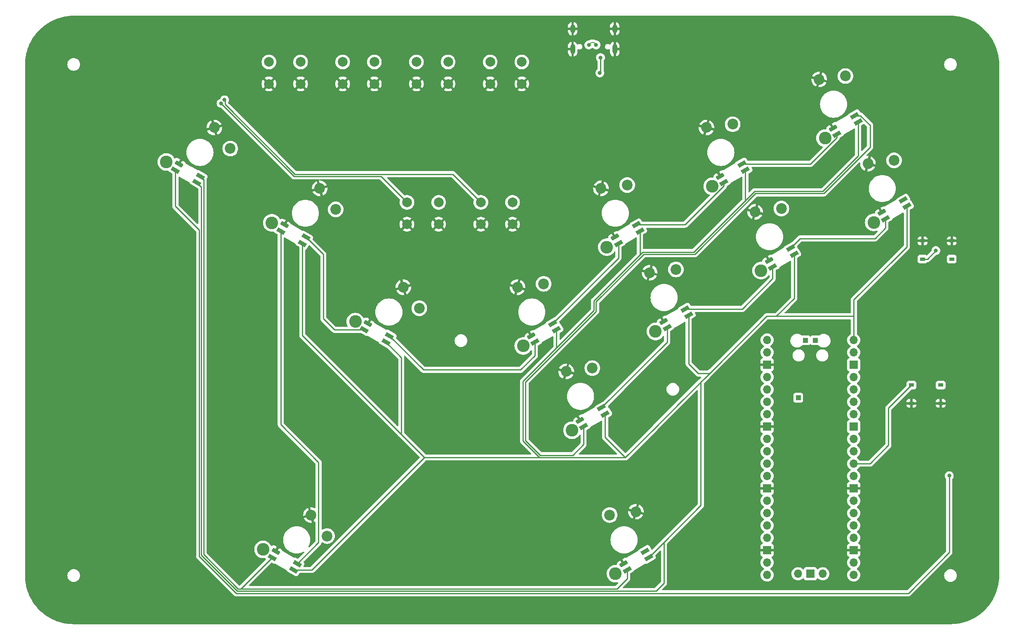
<source format=gbl>
%TF.GenerationSoftware,KiCad,Pcbnew,7.0.2*%
%TF.CreationDate,2023-06-18T21:29:01+09:00*%
%TF.ProjectId,mana-board-kicad,6d616e61-2d62-46f6-9172-642d6b696361,rev?*%
%TF.SameCoordinates,Original*%
%TF.FileFunction,Copper,L2,Bot*%
%TF.FilePolarity,Positive*%
%FSLAX46Y46*%
G04 Gerber Fmt 4.6, Leading zero omitted, Abs format (unit mm)*
G04 Created by KiCad (PCBNEW 7.0.2) date 2023-06-18 21:29:01*
%MOMM*%
%LPD*%
G01*
G04 APERTURE LIST*
G04 Aperture macros list*
%AMRoundRect*
0 Rectangle with rounded corners*
0 $1 Rounding radius*
0 $2 $3 $4 $5 $6 $7 $8 $9 X,Y pos of 4 corners*
0 Add a 4 corners polygon primitive as box body*
4,1,4,$2,$3,$4,$5,$6,$7,$8,$9,$2,$3,0*
0 Add four circle primitives for the rounded corners*
1,1,$1+$1,$2,$3*
1,1,$1+$1,$4,$5*
1,1,$1+$1,$6,$7*
1,1,$1+$1,$8,$9*
0 Add four rect primitives between the rounded corners*
20,1,$1+$1,$2,$3,$4,$5,0*
20,1,$1+$1,$4,$5,$6,$7,0*
20,1,$1+$1,$6,$7,$8,$9,0*
20,1,$1+$1,$8,$9,$2,$3,0*%
%AMRotRect*
0 Rectangle, with rotation*
0 The origin of the aperture is its center*
0 $1 length*
0 $2 width*
0 $3 Rotation angle, in degrees counterclockwise*
0 Add horizontal line*
21,1,$1,$2,0,0,$3*%
G04 Aperture macros list end*
%TA.AperFunction,ComponentPad*%
%ADD10C,2.600000*%
%TD*%
%TA.AperFunction,ComponentPad*%
%ADD11C,2.200000*%
%TD*%
%TA.AperFunction,ComponentPad*%
%ADD12R,1.000000X1.000000*%
%TD*%
%TA.AperFunction,ComponentPad*%
%ADD13C,2.000000*%
%TD*%
%TA.AperFunction,ComponentPad*%
%ADD14O,1.700000X1.700000*%
%TD*%
%TA.AperFunction,ComponentPad*%
%ADD15R,1.700000X1.700000*%
%TD*%
%TA.AperFunction,ComponentPad*%
%ADD16O,1.000000X2.100000*%
%TD*%
%TA.AperFunction,ComponentPad*%
%ADD17O,1.000000X1.800000*%
%TD*%
%TA.AperFunction,SMDPad,CuDef*%
%ADD18RotRect,1.700000X0.820000X210.000000*%
%TD*%
%TA.AperFunction,SMDPad,CuDef*%
%ADD19RoundRect,0.205000X0.456086X0.500035X-0.661086X-0.144965X-0.456086X-0.500035X0.661086X0.144965X0*%
%TD*%
%TA.AperFunction,SMDPad,CuDef*%
%ADD20R,1.000000X0.750000*%
%TD*%
%TA.AperFunction,SMDPad,CuDef*%
%ADD21RotRect,1.700000X0.820000X150.000000*%
%TD*%
%TA.AperFunction,SMDPad,CuDef*%
%ADD22RoundRect,0.205000X0.661086X-0.144965X-0.456086X0.500035X-0.661086X0.144965X0.456086X-0.500035X0*%
%TD*%
%TA.AperFunction,ViaPad*%
%ADD23C,0.800000*%
%TD*%
%TA.AperFunction,Conductor*%
%ADD24C,0.250000*%
%TD*%
%TA.AperFunction,Conductor*%
%ADD25C,0.200000*%
%TD*%
G04 APERTURE END LIST*
D10*
%TO.P,B1,*%
%TO.N,*%
X168042967Y-118156184D03*
D11*
%TO.P,B1,1,1*%
%TO.N,GND*%
X166848094Y-106086603D03*
%TO.P,B1,2,2*%
%TO.N,Net-(U1-GPIO6)*%
X172228221Y-105405256D03*
%TD*%
D10*
%TO.P,B3,*%
%TO.N,*%
X158042968Y-100835677D03*
D11*
%TO.P,B3,1,1*%
%TO.N,GND*%
X156848095Y-88766096D03*
%TO.P,B3,2,2*%
%TO.N,Net-(U1-GPIO10)*%
X162228222Y-88084749D03*
%TD*%
D12*
%TO.P,TP6,1,1*%
%TO.N,Net-(BOOTSEL1-Pad2)*%
X214500000Y-111470000D03*
%TD*%
D13*
%TO.P,S1,1,1*%
%TO.N,Net-(U1-GPIO16)*%
X136110000Y-42500000D03*
X142610000Y-42500000D03*
%TO.P,S1,2,2*%
%TO.N,GND*%
X136110000Y-47000000D03*
X142610000Y-47000000D03*
%TD*%
%TO.P,S2,1,1*%
%TO.N,Net-(U1-GPIO17)*%
X151250000Y-42500000D03*
X157750000Y-42500000D03*
%TO.P,S2,2,2*%
%TO.N,GND*%
X151250000Y-47000000D03*
X157750000Y-47000000D03*
%TD*%
D10*
%TO.P,B4,*%
%TO.N,*%
X175193602Y-80541447D03*
D11*
%TO.P,B4,1,1*%
%TO.N,GND*%
X173998729Y-68471866D03*
%TO.P,B4,2,2*%
%TO.N,Net-(U1-GPIO11)*%
X179378856Y-67790519D03*
%TD*%
D14*
%TO.P,U1,1,GPIO0*%
%TO.N,unconnected-(U1-GPIO0-Pad1)*%
X208110000Y-99620000D03*
%TO.P,U1,2,GPIO1*%
%TO.N,unconnected-(U1-GPIO1-Pad2)*%
X208110000Y-102160000D03*
D15*
%TO.P,U1,3,GND*%
%TO.N,GND*%
X208110000Y-104700000D03*
D14*
%TO.P,U1,4,GPIO2*%
%TO.N,Net-(U1-GPIO2)*%
X208110000Y-107240000D03*
%TO.P,U1,5,GPIO3*%
%TO.N,Net-(U1-GPIO3)*%
X208110000Y-109780000D03*
%TO.P,U1,6,GPIO4*%
%TO.N,Net-(U1-GPIO4)*%
X208110000Y-112320000D03*
%TO.P,U1,7,GPIO5*%
%TO.N,Net-(U1-GPIO5)*%
X208110000Y-114860000D03*
D15*
%TO.P,U1,8,GND*%
%TO.N,GND*%
X208110000Y-117400000D03*
D14*
%TO.P,U1,9,GPIO6*%
%TO.N,Net-(U1-GPIO6)*%
X208110000Y-119940000D03*
%TO.P,U1,10,GPIO7*%
%TO.N,Net-(U1-GPIO7)*%
X208110000Y-122480000D03*
%TO.P,U1,11,GPIO8*%
%TO.N,Net-(U1-GPIO8)*%
X208110000Y-125020000D03*
%TO.P,U1,12,GPIO9*%
%TO.N,Net-(U1-GPIO9)*%
X208110000Y-127560000D03*
D15*
%TO.P,U1,13,GND*%
%TO.N,GND*%
X208110000Y-130100000D03*
D14*
%TO.P,U1,14,GPIO10*%
%TO.N,Net-(U1-GPIO10)*%
X208110000Y-132640000D03*
%TO.P,U1,15,GPIO11*%
%TO.N,Net-(U1-GPIO11)*%
X208110000Y-135180000D03*
%TO.P,U1,16,GPIO12*%
%TO.N,Net-(U1-GPIO12)*%
X208110000Y-137720000D03*
%TO.P,U1,17,GPIO13*%
%TO.N,Net-(U1-GPIO13)*%
X208110000Y-140260000D03*
D15*
%TO.P,U1,18,GND*%
%TO.N,GND*%
X208110000Y-142800000D03*
D14*
%TO.P,U1,19,GPIO14*%
%TO.N,unconnected-(U1-GPIO14-Pad19)*%
X208110000Y-145340000D03*
%TO.P,U1,20,GPIO15*%
%TO.N,unconnected-(U1-GPIO15-Pad20)*%
X208110000Y-147880000D03*
%TO.P,U1,21,GPIO16*%
%TO.N,Net-(U1-GPIO16)*%
X225890000Y-147880000D03*
%TO.P,U1,22,GPIO17*%
%TO.N,Net-(U1-GPIO17)*%
X225890000Y-145340000D03*
D15*
%TO.P,U1,23,GND*%
%TO.N,GND*%
X225890000Y-142800000D03*
D14*
%TO.P,U1,24,GPIO18*%
%TO.N,Net-(U1-GPIO18)*%
X225890000Y-140260000D03*
%TO.P,U1,25,GPIO19*%
%TO.N,Net-(U1-GPIO19)*%
X225890000Y-137720000D03*
%TO.P,U1,26,GPIO20*%
%TO.N,Net-(U1-GPIO20)*%
X225890000Y-135180000D03*
%TO.P,U1,27,GPIO21*%
%TO.N,Net-(U1-GPIO21)*%
X225890000Y-132640000D03*
D15*
%TO.P,U1,28,GND*%
%TO.N,GND*%
X225890000Y-130100000D03*
D14*
%TO.P,U1,29,GPIO22*%
%TO.N,unconnected-(U1-GPIO22-Pad29)*%
X225890000Y-127560000D03*
%TO.P,U1,30,RUN*%
%TO.N,Net-(U1-RUN)*%
X225890000Y-125020000D03*
%TO.P,U1,31,GPIO26_ADC0*%
%TO.N,unconnected-(U1-GPIO26_ADC0-Pad31)*%
X225890000Y-122480000D03*
%TO.P,U1,32,GPIO27_ADC1*%
%TO.N,unconnected-(U1-GPIO27_ADC1-Pad32)*%
X225890000Y-119940000D03*
D15*
%TO.P,U1,33,AGND*%
%TO.N,unconnected-(U1-AGND-Pad33)*%
X225890000Y-117400000D03*
D14*
%TO.P,U1,34,GPIO28_ADC2*%
%TO.N,RGBDATA*%
X225890000Y-114860000D03*
%TO.P,U1,35,ADC_VREF*%
%TO.N,unconnected-(U1-ADC_VREF-Pad35)*%
X225890000Y-112320000D03*
%TO.P,U1,36,3V3*%
%TO.N,3.3V*%
X225890000Y-109780000D03*
%TO.P,U1,37,3V3_EN*%
%TO.N,unconnected-(U1-3V3_EN-Pad37)*%
X225890000Y-107240000D03*
D15*
%TO.P,U1,38,GND*%
%TO.N,unconnected-(U1-GND-Pad38)*%
X225890000Y-104700000D03*
D14*
%TO.P,U1,39,VSYS*%
%TO.N,unconnected-(U1-VSYS-Pad39)*%
X225890000Y-102160000D03*
%TO.P,U1,40,VBUS*%
%TO.N,5V*%
X225890000Y-99620000D03*
%TO.P,U1,41,SWCLK*%
%TO.N,unconnected-(U1-SWCLK-Pad41)*%
X214460000Y-147650000D03*
D15*
%TO.P,U1,42,GND*%
%TO.N,unconnected-(U1-GND-Pad42)*%
X217000000Y-147650000D03*
D14*
%TO.P,U1,43,SWDIO*%
%TO.N,unconnected-(U1-SWDIO-Pad43)*%
X219540000Y-147650000D03*
%TD*%
D10*
%TO.P,L2,*%
%TO.N,*%
X229994873Y-75460031D03*
D11*
%TO.P,L2,1,1*%
%TO.N,GND*%
X228800000Y-63390450D03*
%TO.P,L2,2,2*%
%TO.N,Net-(U1-GPIO9)*%
X234180127Y-62709103D03*
%TD*%
D10*
%TO.P,R2,*%
%TO.N,*%
X206844238Y-85361955D03*
D11*
%TO.P,R2,1,1*%
%TO.N,GND*%
X205649365Y-73292374D03*
%TO.P,R2,2,2*%
%TO.N,Net-(U1-GPIO8)*%
X211029492Y-72611027D03*
%TD*%
D10*
%TO.P,UP2,*%
%TO.N,*%
X176980968Y-147636677D03*
D11*
%TO.P,UP2,1,1*%
%TO.N,Net-(U1-GPIO2)*%
X175786095Y-135567096D03*
%TO.P,UP2,2,2*%
%TO.N,GND*%
X181166222Y-134885749D03*
%TD*%
D10*
%TO.P,LEFT1,*%
%TO.N,*%
X84758602Y-63041448D03*
D11*
%TO.P,LEFT1,1,1*%
%TO.N,GND*%
X94613729Y-55971867D03*
%TO.P,LEFT1,2,2*%
%TO.N,Net-(U1-GPIO5)*%
X97893856Y-60290520D03*
%TD*%
D13*
%TO.P,A1,1,1*%
%TO.N,Net-(U1-GPIO20)*%
X120970000Y-42500000D03*
X127470000Y-42500000D03*
%TO.P,A1,2,2*%
%TO.N,GND*%
X120970000Y-47000000D03*
X127470000Y-47000000D03*
%TD*%
D10*
%TO.P,R1,*%
%TO.N,*%
X196844238Y-68041448D03*
D11*
%TO.P,R1,1,1*%
%TO.N,GND*%
X195649365Y-55971867D03*
%TO.P,R1,2,2*%
%TO.N,Net-(U1-GPIO12)*%
X201029492Y-55290520D03*
%TD*%
D16*
%TO.P,USB1,S1,SHIELD*%
%TO.N,GND*%
X176820000Y-39855000D03*
D17*
X176820000Y-35675000D03*
D16*
X168180000Y-39855000D03*
D17*
X168180000Y-35675000D03*
%TD*%
D10*
%TO.P,UP1,*%
%TO.N,*%
X104622050Y-142636947D03*
D11*
%TO.P,UP1,1,1*%
%TO.N,GND*%
X114477177Y-135567366D03*
%TO.P,UP1,2,2*%
%TO.N,Net-(U1-GPIO2)*%
X117757304Y-139886019D03*
%TD*%
D13*
%TO.P,R3,1,1*%
%TO.N,Net-(U1-GPIO19)*%
X149342188Y-71331416D03*
X155842188Y-71331416D03*
%TO.P,R3,2,2*%
%TO.N,GND*%
X149342188Y-75831416D03*
X155842188Y-75831416D03*
%TD*%
%TO.P,L3,1,1*%
%TO.N,Net-(U1-GPIO18)*%
X134170903Y-71331416D03*
X140670903Y-71331416D03*
%TO.P,L3,2,2*%
%TO.N,GND*%
X134170903Y-75831416D03*
X140670903Y-75831416D03*
%TD*%
%TO.P,A2,1,1*%
%TO.N,Net-(U1-GPIO21)*%
X105830000Y-42500000D03*
X112330000Y-42500000D03*
%TO.P,A2,2,2*%
%TO.N,GND*%
X105830000Y-47000000D03*
X112330000Y-47000000D03*
%TD*%
D10*
%TO.P,RIGHT1,*%
%TO.N,*%
X123559872Y-95835677D03*
D11*
%TO.P,RIGHT1,1,1*%
%TO.N,GND*%
X133414999Y-88766096D03*
%TO.P,RIGHT1,2,2*%
%TO.N,Net-(U1-GPIO4)*%
X136695126Y-93084749D03*
%TD*%
D12*
%TO.P,TP3,1,1*%
%TO.N,/Pi D+*%
X216000000Y-99669999D03*
%TD*%
D10*
%TO.P,B2,*%
%TO.N,*%
X185193602Y-97861955D03*
D11*
%TO.P,B2,1,1*%
%TO.N,GND*%
X183998729Y-85792374D03*
%TO.P,B2,2,2*%
%TO.N,Net-(U1-GPIO7)*%
X189378856Y-85111027D03*
%TD*%
D12*
%TO.P,TP2,1,1*%
%TO.N,/Pi D-*%
X218000001Y-99669998D03*
%TD*%
D10*
%TO.P,DOWN1,*%
%TO.N,*%
X106409237Y-75541447D03*
D11*
%TO.P,DOWN1,1,1*%
%TO.N,GND*%
X116264364Y-68471866D03*
%TO.P,DOWN1,2,2*%
%TO.N,Net-(U1-GPIO3)*%
X119544491Y-72790519D03*
%TD*%
D10*
%TO.P,L1,*%
%TO.N,*%
X219994873Y-58139523D03*
D11*
%TO.P,L1,1,1*%
%TO.N,GND*%
X218800000Y-46069942D03*
%TO.P,L1,2,2*%
%TO.N,Net-(U1-GPIO13)*%
X224180127Y-45388595D03*
%TD*%
D18*
%TO.P,D13,1,VDD*%
%TO.N,5V*%
X183784460Y-144320670D03*
%TO.P,D13,2,DOUT*%
%TO.N,unconnected-(D13-DOUT-Pad2)*%
X183034460Y-143021632D03*
D19*
%TO.P,D13,3,VSS*%
%TO.N,GND*%
X178617730Y-145571632D03*
D18*
%TO.P,D13,4,DIN*%
%TO.N,Net-(D1-DOUT)*%
X179367730Y-146870670D03*
%TD*%
%TO.P,D7,1,VDD*%
%TO.N,5V*%
X203647730Y-64725440D03*
%TO.P,D7,2,DOUT*%
%TO.N,Net-(D7-DOUT)*%
X202897730Y-63426402D03*
D19*
%TO.P,D7,3,VSS*%
%TO.N,GND*%
X198481000Y-65976402D03*
D18*
%TO.P,D7,4,DIN*%
%TO.N,Net-(D6-DOUT)*%
X199231000Y-67275440D03*
%TD*%
%TO.P,D5,1,VDD*%
%TO.N,5V*%
X164846459Y-97519669D03*
%TO.P,D5,2,DOUT*%
%TO.N,Net-(D5-DOUT)*%
X164096459Y-96220631D03*
D19*
%TO.P,D5,3,VSS*%
%TO.N,GND*%
X159679729Y-98770631D03*
D18*
%TO.P,D5,4,DIN*%
%TO.N,Net-(D4-DOUT)*%
X160429729Y-100069669D03*
%TD*%
%TO.P,D10,1,VDD*%
%TO.N,5V*%
X191997094Y-94545948D03*
%TO.P,D10,2,DOUT*%
%TO.N,Net-(D10-DOUT)*%
X191247094Y-93246910D03*
D19*
%TO.P,D10,3,VSS*%
%TO.N,GND*%
X186830364Y-95796910D03*
D18*
%TO.P,D10,4,DIN*%
%TO.N,Net-(D10-DIN)*%
X187580364Y-97095948D03*
%TD*%
%TO.P,D9,1,VDD*%
%TO.N,5V*%
X174846459Y-114840177D03*
%TO.P,D9,2,DOUT*%
%TO.N,Net-(D10-DIN)*%
X174096459Y-113541139D03*
D19*
%TO.P,D9,3,VSS*%
%TO.N,GND*%
X169679729Y-116091139D03*
D18*
%TO.P,D9,4,DIN*%
%TO.N,Net-(D8-DOUT)*%
X170429729Y-117390177D03*
%TD*%
%TO.P,D8,1,VDD*%
%TO.N,5V*%
X226798366Y-54823516D03*
%TO.P,D8,2,DOUT*%
%TO.N,Net-(D8-DOUT)*%
X226048366Y-53524478D03*
D19*
%TO.P,D8,3,VSS*%
%TO.N,GND*%
X221631636Y-56074478D03*
D18*
%TO.P,D8,4,DIN*%
%TO.N,Net-(D7-DOUT)*%
X222381636Y-57373516D03*
%TD*%
%TO.P,D6,1,VDD*%
%TO.N,5V*%
X181997094Y-77225439D03*
%TO.P,D6,2,DOUT*%
%TO.N,Net-(D6-DOUT)*%
X181247094Y-75926401D03*
D19*
%TO.P,D6,3,VSS*%
%TO.N,GND*%
X176830364Y-78476401D03*
D18*
%TO.P,D6,4,DIN*%
%TO.N,Net-(D5-DOUT)*%
X177580364Y-79775439D03*
%TD*%
D20*
%TO.P,BOOTSEL1,1,1*%
%TO.N,GND*%
X246000000Y-79250000D03*
X240000000Y-79250000D03*
%TO.P,BOOTSEL1,2,2*%
%TO.N,Net-(BOOTSEL1-Pad2)*%
X246000000Y-83000000D03*
X240000000Y-83000000D03*
%TD*%
D18*
%TO.P,D11,1,VDD*%
%TO.N,5V*%
X213647730Y-82045948D03*
%TO.P,D11,2,DOUT*%
%TO.N,Net-(D11-DOUT)*%
X212897730Y-80746910D03*
D19*
%TO.P,D11,3,VSS*%
%TO.N,GND*%
X208481000Y-83296910D03*
D18*
%TO.P,D11,4,DIN*%
%TO.N,Net-(D10-DOUT)*%
X209231000Y-84595948D03*
%TD*%
D21*
%TO.P,D4,1,VDD*%
%TO.N,5V*%
X129833364Y-100069670D03*
%TO.P,D4,2,DOUT*%
%TO.N,Net-(D4-DOUT)*%
X130583364Y-98770632D03*
D22*
%TO.P,D4,3,VSS*%
%TO.N,GND*%
X126166634Y-96220632D03*
D21*
%TO.P,D4,4,DIN*%
%TO.N,Net-(D3-DOUT)*%
X125416634Y-97519670D03*
%TD*%
D18*
%TO.P,D12,1,VDD*%
%TO.N,5V*%
X236798365Y-72144025D03*
%TO.P,D12,2,DOUT*%
%TO.N,unconnected-(D12-DOUT-Pad2)*%
X236048365Y-70844987D03*
D19*
%TO.P,D12,3,VSS*%
%TO.N,GND*%
X231631635Y-73394987D03*
D18*
%TO.P,D12,4,DIN*%
%TO.N,Net-(D11-DOUT)*%
X232381635Y-74694025D03*
%TD*%
D21*
%TO.P,D3,1,VDD*%
%TO.N,5V*%
X112682730Y-79775440D03*
%TO.P,D3,2,DOUT*%
%TO.N,Net-(D3-DOUT)*%
X113432730Y-78476402D03*
D22*
%TO.P,D3,3,VSS*%
%TO.N,GND*%
X109016000Y-75926402D03*
D21*
%TO.P,D3,4,DIN*%
%TO.N,Net-(D2-DOUT)*%
X108266000Y-77225440D03*
%TD*%
D20*
%TO.P,RESET1,1,1*%
%TO.N,Net-(U1-RUN)*%
X243750000Y-108875000D03*
X237750000Y-108875000D03*
%TO.P,RESET1,2,2*%
%TO.N,GND*%
X243750000Y-112625000D03*
X237750000Y-112625000D03*
%TD*%
D21*
%TO.P,D1,1,VDD*%
%TO.N,5V*%
X91032095Y-67275440D03*
%TO.P,D1,2,DOUT*%
%TO.N,Net-(D1-DOUT)*%
X91782095Y-65976402D03*
D22*
%TO.P,D1,3,VSS*%
%TO.N,GND*%
X87365365Y-63426402D03*
D21*
%TO.P,D1,4,DIN*%
%TO.N,RGBDATA_5V*%
X86615365Y-64725440D03*
%TD*%
%TO.P,D2,1,VDD*%
%TO.N,5V*%
X110895542Y-146870940D03*
%TO.P,D2,2,DOUT*%
%TO.N,Net-(D2-DOUT)*%
X111645542Y-145571902D03*
D22*
%TO.P,D2,3,VSS*%
%TO.N,GND*%
X107228812Y-143021902D03*
D21*
%TO.P,D2,4,DIN*%
%TO.N,Net-(D1-DOUT)*%
X106478812Y-144320940D03*
%TD*%
D23*
%TO.N,Net-(BOOTSEL1-Pad2)*%
X242750000Y-81250000D03*
%TO.N,Net-(U1-GPIO18)*%
X96000000Y-51000000D03*
%TO.N,Net-(U1-GPIO19)*%
X96706755Y-50293245D03*
%TO.N,Net-(USB1-CC1)*%
X173903722Y-41596278D03*
X173750000Y-44750000D03*
%TO.N,/Pi D+*%
X171500000Y-39000000D03*
X173000000Y-39000000D03*
%TO.N,RGBDATA_5V*%
X245500000Y-127500000D03*
%TD*%
D24*
%TO.N,Net-(D2-DOUT)*%
X116000000Y-124750000D02*
X108266000Y-117016000D01*
X108266000Y-117016000D02*
X108266000Y-77225440D01*
X116000000Y-141217444D02*
X116000000Y-124750000D01*
X111645542Y-145571902D02*
X116000000Y-141217444D01*
%TO.N,5V*%
X114629060Y-146870940D02*
X110895542Y-146870940D01*
X137750000Y-123750000D02*
X114629060Y-146870940D01*
X167750000Y-123750000D02*
X137750000Y-123750000D01*
X133000000Y-103236306D02*
X133000000Y-119000000D01*
X129833364Y-100069670D02*
X133000000Y-103236306D01*
X133000000Y-119000000D02*
X137750000Y-123750000D01*
%TO.N,RGBDATA_5V*%
X91504338Y-144027130D02*
X91504338Y-77004338D01*
X237100000Y-151650000D02*
X99127208Y-151650000D01*
X99127208Y-151650000D02*
X91504338Y-144027130D01*
X245500000Y-143250000D02*
X237100000Y-151650000D01*
X91504338Y-77004338D02*
X86615365Y-72115365D01*
X245500000Y-127500000D02*
X245500000Y-143250000D01*
X86615365Y-72115365D02*
X86615365Y-64725440D01*
%TO.N,Net-(U1-RUN)*%
X225890000Y-125020000D02*
X229230000Y-125020000D01*
X233000000Y-121250000D02*
X233000000Y-113625000D01*
X233000000Y-113625000D02*
X237750000Y-108875000D01*
X229230000Y-125020000D02*
X233000000Y-121250000D01*
%TO.N,Net-(BOOTSEL1-Pad2)*%
X242750000Y-81250000D02*
X241000000Y-83000000D01*
X241000000Y-83000000D02*
X240000000Y-83000000D01*
%TO.N,Net-(U1-GPIO18)*%
X128839487Y-66000000D02*
X134170903Y-71331416D01*
X111000000Y-66000000D02*
X128839487Y-66000000D01*
X96000000Y-51000000D02*
X111000000Y-66000000D01*
%TO.N,Net-(U1-GPIO19)*%
X96818198Y-50404688D02*
X96818198Y-51181802D01*
X96706755Y-50293245D02*
X96818198Y-50404688D01*
X96818198Y-51181802D02*
X111186396Y-65550000D01*
X143560772Y-65550000D02*
X149342188Y-71331416D01*
X111186396Y-65550000D02*
X143560772Y-65550000D01*
%TO.N,Net-(D10-DIN)*%
X187580364Y-100057234D02*
X187580364Y-97095948D01*
X174096459Y-113541139D02*
X187580364Y-100057234D01*
%TO.N,Net-(D10-DOUT)*%
X191247094Y-93246910D02*
X203003090Y-93246910D01*
X203003090Y-93246910D02*
X209231000Y-87019000D01*
X209231000Y-87019000D02*
X209231000Y-84595948D01*
%TO.N,5V*%
X91954338Y-68197683D02*
X91032095Y-67275440D01*
X174846459Y-114840177D02*
X174846459Y-119596459D01*
X191997094Y-94545948D02*
X191997094Y-104497094D01*
X181997094Y-77225439D02*
X181997094Y-82116510D01*
X186927565Y-141177565D02*
X186927565Y-149572435D01*
X181997094Y-82116510D02*
X180806802Y-83306802D01*
X203647730Y-70965874D02*
X202931802Y-71681802D01*
X236798365Y-72144025D02*
X236798365Y-80451635D01*
X172550000Y-93563604D02*
X172550000Y-91563604D01*
X194500000Y-108250000D02*
X195875000Y-106875000D01*
X205563604Y-69050000D02*
X219563604Y-69050000D01*
X159000000Y-123750000D02*
X142500000Y-123750000D01*
X202931802Y-71681802D02*
X205563604Y-69050000D01*
X91954338Y-143840734D02*
X91954338Y-68197683D01*
X194500000Y-133605130D02*
X194500000Y-108250000D01*
X190250000Y-112500000D02*
X185125000Y-117625000D01*
X186927565Y-141177565D02*
X194500000Y-133605130D01*
X226798366Y-61815238D02*
X226798366Y-54823516D01*
X182563604Y-81550000D02*
X193063604Y-81550000D01*
X174846459Y-119596459D02*
X179000000Y-123750000D01*
X164431802Y-101681802D02*
X172550000Y-93563604D01*
X225890000Y-99620000D02*
X225890000Y-91360000D01*
X172550000Y-91563604D02*
X180806802Y-83306802D01*
X219500000Y-94750000D02*
X210000000Y-94750000D01*
X158000000Y-108113604D02*
X164431802Y-101681802D01*
X193063604Y-81550000D02*
X202931802Y-71681802D01*
X213647730Y-91102270D02*
X210000000Y-94750000D01*
X186927565Y-149572435D02*
X185300000Y-151200000D01*
X219563604Y-69050000D02*
X226798366Y-61815238D01*
X196250000Y-106500000D02*
X197500000Y-105250000D01*
X137750000Y-123750000D02*
X112682730Y-98682730D01*
X185125000Y-117625000D02*
X179000000Y-123750000D01*
X161363604Y-123750000D02*
X158000000Y-120386396D01*
X195875000Y-106875000D02*
X190250000Y-112500000D01*
X159000000Y-123750000D02*
X161363604Y-123750000D01*
X194000000Y-106500000D02*
X196250000Y-106500000D01*
X137750000Y-123750000D02*
X142500000Y-123750000D01*
X225890000Y-99620000D02*
X225890000Y-94750000D01*
X213647730Y-82045948D02*
X213647730Y-91102270D01*
X180806802Y-83306802D02*
X182563604Y-81550000D01*
X179000000Y-123750000D02*
X167750000Y-123750000D01*
X112682730Y-98682730D02*
X112682730Y-79775440D01*
X186927565Y-141177565D02*
X183784460Y-144320670D01*
X99313604Y-151200000D02*
X91954338Y-143840734D01*
X197500000Y-105250000D02*
X195875000Y-106875000D01*
X208000000Y-94750000D02*
X197500000Y-105250000D01*
X185300000Y-151200000D02*
X99313604Y-151200000D01*
X210000000Y-94750000D02*
X208000000Y-94750000D01*
X164846459Y-97519669D02*
X164846459Y-101267145D01*
X158000000Y-120386396D02*
X158000000Y-108113604D01*
X203647730Y-64725440D02*
X203647730Y-70965874D01*
X225890000Y-91360000D02*
X234500000Y-82750000D01*
X167750000Y-123750000D02*
X159000000Y-123750000D01*
X225890000Y-94750000D02*
X219500000Y-94750000D01*
X236798365Y-80451635D02*
X234500000Y-82750000D01*
X191997094Y-104497094D02*
X194000000Y-106500000D01*
X164846459Y-101267145D02*
X164431802Y-101681802D01*
%TO.N,Net-(USB1-CC1)*%
X173903722Y-41596278D02*
X173903722Y-44596278D01*
X173903722Y-44596278D02*
X173750000Y-44750000D01*
D25*
%TO.N,/Pi D+*%
X172000000Y-38500000D02*
X172500000Y-38500000D01*
X171500000Y-39000000D02*
X172000000Y-38500000D01*
X172500000Y-38500000D02*
X173000000Y-39000000D01*
D24*
%TO.N,Net-(D1-DOUT)*%
X99500000Y-150750000D02*
X104049752Y-150750000D01*
X106478812Y-144320940D02*
X100049752Y-150750000D01*
X92404338Y-66598645D02*
X92404338Y-143654338D01*
X91782095Y-65976402D02*
X92404338Y-66598645D01*
X177250000Y-150750000D02*
X179367730Y-148632270D01*
X104049752Y-150750000D02*
X177250000Y-150750000D01*
X92404338Y-143654338D02*
X99500000Y-150750000D01*
X100049752Y-150750000D02*
X104049752Y-150750000D01*
X179367730Y-148632270D02*
X179367730Y-146870670D01*
%TO.N,Net-(D3-DOUT)*%
X119269670Y-97519670D02*
X125416634Y-97519670D01*
X113432730Y-78476402D02*
X117000000Y-82043672D01*
X117000000Y-95250000D02*
X119269670Y-97519670D01*
X117000000Y-82043672D02*
X117000000Y-95250000D01*
%TO.N,Net-(D4-DOUT)*%
X130583364Y-98770632D02*
X137562732Y-105750000D01*
X157500000Y-105750000D02*
X160429729Y-102820271D01*
X160429729Y-102820271D02*
X160429729Y-100069669D01*
X137562732Y-105750000D02*
X157500000Y-105750000D01*
%TO.N,Net-(D5-DOUT)*%
X164096459Y-96220631D02*
X177580364Y-82736726D01*
X177580364Y-82736726D02*
X177580364Y-79775439D01*
%TO.N,Net-(D6-DOUT)*%
X199231000Y-67952784D02*
X199231000Y-67275440D01*
X181247094Y-75926401D02*
X191257383Y-75926401D01*
X191257383Y-75926401D02*
X199231000Y-67952784D01*
%TO.N,Net-(D7-DOUT)*%
X217006092Y-63426402D02*
X222381636Y-58050858D01*
X202897730Y-63426402D02*
X217006092Y-63426402D01*
X222381636Y-58050858D02*
X222381636Y-57373516D01*
%TO.N,Net-(D8-DOUT)*%
X229250000Y-55500000D02*
X229250000Y-60000000D01*
X229250000Y-60000000D02*
X219750000Y-69500000D01*
X158500000Y-120250000D02*
X161550000Y-123300000D01*
X226048366Y-53524478D02*
X227274478Y-53524478D01*
X182750000Y-82000000D02*
X173000000Y-91750000D01*
X161550000Y-123300000D02*
X168200000Y-123300000D01*
X205750000Y-69500000D02*
X193250000Y-82000000D01*
X158500000Y-108250000D02*
X158500000Y-120250000D01*
X168200000Y-123300000D02*
X170429729Y-121070271D01*
X193250000Y-82000000D02*
X182750000Y-82000000D01*
X170429729Y-121070271D02*
X170429729Y-117390177D01*
X173000000Y-93750000D02*
X158500000Y-108250000D01*
X227274478Y-53524478D02*
X229250000Y-55500000D01*
X219750000Y-69500000D02*
X205750000Y-69500000D01*
X173000000Y-91750000D02*
X173000000Y-93750000D01*
%TO.N,Net-(D11-DOUT)*%
X214894640Y-78750000D02*
X230250000Y-78750000D01*
X212897730Y-80746910D02*
X214894640Y-78750000D01*
X232381635Y-76618365D02*
X232381635Y-74694025D01*
X230250000Y-78750000D02*
X232381635Y-76618365D01*
%TD*%
%TA.AperFunction,Conductor*%
%TO.N,GND*%
G36*
X193793834Y-109943269D02*
G01*
X193849767Y-109985141D01*
X193874184Y-110050605D01*
X193874500Y-110059451D01*
X193874500Y-133294675D01*
X193854815Y-133361714D01*
X193838181Y-133382356D01*
X186543773Y-140676764D01*
X186527675Y-140689661D01*
X186479661Y-140740790D01*
X186476957Y-140743581D01*
X186457445Y-140763094D01*
X186457441Y-140763098D01*
X184563579Y-142656958D01*
X184502256Y-142690443D01*
X184432564Y-142685459D01*
X184376631Y-142643587D01*
X184368511Y-142631277D01*
X184306245Y-142523430D01*
X183975090Y-141949854D01*
X183939735Y-141901433D01*
X183915774Y-141881649D01*
X183828757Y-141809800D01*
X183828755Y-141809799D01*
X183696453Y-141753145D01*
X183679363Y-141751101D01*
X183553547Y-141736056D01*
X183411618Y-141759925D01*
X183359831Y-141782833D01*
X183359812Y-141782842D01*
X183356791Y-141784179D01*
X183353922Y-141785835D01*
X183353911Y-141785841D01*
X181804503Y-142680394D01*
X181804491Y-142680401D01*
X181801631Y-142682053D01*
X181798961Y-142684002D01*
X181798951Y-142684009D01*
X181753209Y-142717408D01*
X181661575Y-142828388D01*
X181609971Y-142948897D01*
X181565486Y-143002775D01*
X181557983Y-143007472D01*
X179229699Y-144351706D01*
X179165202Y-144368294D01*
X179002428Y-144365016D01*
X178835406Y-144402632D01*
X178773214Y-144431379D01*
X178768224Y-144433967D01*
X178379236Y-144658548D01*
X178379236Y-144658549D01*
X178897236Y-145555750D01*
X178913709Y-145623650D01*
X178890856Y-145689677D01*
X178851849Y-145725137D01*
X178633611Y-145851137D01*
X178565711Y-145867610D01*
X178499684Y-145844757D01*
X178464224Y-145805750D01*
X177946224Y-144908548D01*
X177946223Y-144908548D01*
X177557238Y-145133129D01*
X177552491Y-145136164D01*
X177496508Y-145175646D01*
X177380421Y-145301481D01*
X177297822Y-145451443D01*
X177253510Y-145616816D01*
X177251532Y-145715032D01*
X177230501Y-145781661D01*
X177176786Y-145826343D01*
X177125189Y-145833052D01*
X177125189Y-145836177D01*
X176846039Y-145836177D01*
X176579196Y-145876396D01*
X176321327Y-145955939D01*
X176078196Y-146073024D01*
X175855225Y-146225043D01*
X175657407Y-146408592D01*
X175489152Y-146619576D01*
X175354225Y-146853278D01*
X175255634Y-147104481D01*
X175195584Y-147367576D01*
X175175418Y-147636676D01*
X175195584Y-147905777D01*
X175235982Y-148082771D01*
X175255634Y-148168872D01*
X175354225Y-148420075D01*
X175489153Y-148653779D01*
X175657407Y-148864762D01*
X175855227Y-149048312D01*
X176078194Y-149200328D01*
X176321327Y-149317415D01*
X176579196Y-149396957D01*
X176846039Y-149437177D01*
X177115897Y-149437177D01*
X177382740Y-149396957D01*
X177390416Y-149394588D01*
X177460279Y-149393638D01*
X177519565Y-149430610D01*
X177549452Y-149493764D01*
X177540451Y-149563052D01*
X177514647Y-149600761D01*
X177027228Y-150088181D01*
X176965905Y-150121666D01*
X176939547Y-150124500D01*
X101859204Y-150124500D01*
X101792165Y-150104815D01*
X101746410Y-150052011D01*
X101736466Y-149982853D01*
X101765491Y-149919297D01*
X101771523Y-149912819D01*
X104034343Y-147649999D01*
X106305809Y-145378532D01*
X106367130Y-145345049D01*
X106436822Y-145350033D01*
X106455488Y-145358828D01*
X106797797Y-145556460D01*
X106801142Y-145558391D01*
X106804180Y-145559735D01*
X106804184Y-145559737D01*
X106819702Y-145566602D01*
X106855971Y-145582647D01*
X106972140Y-145602183D01*
X106997899Y-145606515D01*
X106997899Y-145606514D01*
X106997900Y-145606515D01*
X107128066Y-145590950D01*
X107196969Y-145602536D01*
X107204789Y-145606686D01*
X107988982Y-146059440D01*
X109419064Y-146885098D01*
X109467280Y-146935665D01*
X109471052Y-146943673D01*
X109522657Y-147064183D01*
X109614289Y-147175161D01*
X109614290Y-147175161D01*
X109614292Y-147175164D01*
X109662711Y-147210520D01*
X110423914Y-147650000D01*
X111173496Y-148082771D01*
X111217872Y-148108391D01*
X111220910Y-148109735D01*
X111220914Y-148109737D01*
X111229789Y-148113663D01*
X111272701Y-148132647D01*
X111390761Y-148152500D01*
X111414629Y-148156515D01*
X111414629Y-148156514D01*
X111414630Y-148156515D01*
X111557535Y-148139427D01*
X111689837Y-148082773D01*
X111800817Y-147991139D01*
X111836173Y-147942720D01*
X112058036Y-147558439D01*
X112108603Y-147510225D01*
X112165423Y-147496440D01*
X114546316Y-147496440D01*
X114566822Y-147498704D01*
X114569725Y-147498612D01*
X114569727Y-147498613D01*
X114636932Y-147496501D01*
X114640828Y-147496440D01*
X114664508Y-147496440D01*
X114668410Y-147496440D01*
X114672373Y-147495939D01*
X114684022Y-147495020D01*
X114727687Y-147493649D01*
X114746919Y-147488060D01*
X114765978Y-147484114D01*
X114772256Y-147483321D01*
X114785852Y-147481604D01*
X114826467Y-147465522D01*
X114837504Y-147461743D01*
X114879450Y-147449558D01*
X114896689Y-147439362D01*
X114914162Y-147430802D01*
X114932792Y-147423426D01*
X114968124Y-147397754D01*
X114977890Y-147391340D01*
X115015478Y-147369111D01*
X115015477Y-147369111D01*
X115015480Y-147369110D01*
X115029645Y-147354944D01*
X115044433Y-147342313D01*
X115060647Y-147330534D01*
X115088498Y-147296866D01*
X115096339Y-147288249D01*
X121707943Y-140676646D01*
X175955522Y-140676646D01*
X175955748Y-140680382D01*
X175975569Y-141008065D01*
X175975570Y-141008075D01*
X175975796Y-141011807D01*
X175976469Y-141015481D01*
X175976471Y-141015495D01*
X176035643Y-141338390D01*
X176035645Y-141338399D01*
X176036320Y-141342081D01*
X176037436Y-141345663D01*
X176037437Y-141345666D01*
X176125680Y-141628845D01*
X176136214Y-141662651D01*
X176274020Y-141968843D01*
X176275953Y-141972041D01*
X176275957Y-141972048D01*
X176318296Y-142042084D01*
X176447728Y-142256191D01*
X176654806Y-142520507D01*
X176892234Y-142757935D01*
X177156550Y-142965013D01*
X177443898Y-143138721D01*
X177750090Y-143276527D01*
X178070660Y-143376421D01*
X178400934Y-143436945D01*
X178652230Y-143452146D01*
X178654116Y-143452146D01*
X178818074Y-143452146D01*
X178819960Y-143452146D01*
X179071256Y-143436945D01*
X179401530Y-143376421D01*
X179722100Y-143276527D01*
X180028292Y-143138721D01*
X180315640Y-142965013D01*
X180579956Y-142757935D01*
X180817384Y-142520507D01*
X181024462Y-142256191D01*
X181198170Y-141968843D01*
X181335976Y-141662651D01*
X181435870Y-141342081D01*
X181496394Y-141011807D01*
X181516668Y-140676646D01*
X181496394Y-140341485D01*
X181435870Y-140011211D01*
X181335976Y-139690641D01*
X181198170Y-139384449D01*
X181024462Y-139097101D01*
X180817384Y-138832785D01*
X180579956Y-138595357D01*
X180315640Y-138388279D01*
X180137468Y-138280570D01*
X180031497Y-138216508D01*
X180031490Y-138216504D01*
X180028292Y-138214571D01*
X179722100Y-138076765D01*
X179401530Y-137976871D01*
X179397848Y-137976196D01*
X179397839Y-137976194D01*
X179074944Y-137917022D01*
X179074930Y-137917020D01*
X179071256Y-137916347D01*
X179067524Y-137916121D01*
X179067514Y-137916120D01*
X178821838Y-137901259D01*
X178821818Y-137901258D01*
X178819960Y-137901146D01*
X178652230Y-137901146D01*
X178650372Y-137901258D01*
X178650351Y-137901259D01*
X178404675Y-137916120D01*
X178404663Y-137916121D01*
X178400934Y-137916347D01*
X178397261Y-137917019D01*
X178397245Y-137917022D01*
X178074350Y-137976194D01*
X178074337Y-137976197D01*
X178070660Y-137976871D01*
X178067080Y-137977986D01*
X178067074Y-137977988D01*
X177753667Y-138075650D01*
X177753661Y-138075652D01*
X177750090Y-138076765D01*
X177746681Y-138078299D01*
X177746679Y-138078300D01*
X177447312Y-138213034D01*
X177447305Y-138213037D01*
X177443898Y-138214571D01*
X177440705Y-138216500D01*
X177440692Y-138216508D01*
X177159754Y-138386342D01*
X177156550Y-138388279D01*
X177153608Y-138390583D01*
X177153602Y-138390588D01*
X176975472Y-138530144D01*
X176892234Y-138595357D01*
X176889588Y-138598002D01*
X176889580Y-138598010D01*
X176657459Y-138830131D01*
X176657451Y-138830139D01*
X176654806Y-138832785D01*
X176652494Y-138835735D01*
X176652494Y-138835736D01*
X176450037Y-139094153D01*
X176450032Y-139094159D01*
X176447728Y-139097101D01*
X176445791Y-139100303D01*
X176445791Y-139100305D01*
X176275957Y-139381243D01*
X176275949Y-139381256D01*
X176274020Y-139384449D01*
X176272486Y-139387856D01*
X176272483Y-139387863D01*
X176272152Y-139388599D01*
X176136214Y-139690641D01*
X176135101Y-139694212D01*
X176135099Y-139694218D01*
X176075332Y-139886019D01*
X176036320Y-140011211D01*
X176035646Y-140014888D01*
X176035643Y-140014901D01*
X175976471Y-140337796D01*
X175976468Y-140337812D01*
X175975796Y-140341485D01*
X175975570Y-140345214D01*
X175975569Y-140345226D01*
X175975553Y-140345496D01*
X175955522Y-140676646D01*
X121707943Y-140676646D01*
X126817493Y-135567096D01*
X174180646Y-135567096D01*
X174184368Y-135614382D01*
X174200412Y-135818245D01*
X174259221Y-136063206D01*
X174295969Y-136151922D01*
X174355629Y-136295955D01*
X174487259Y-136510755D01*
X174650871Y-136702320D01*
X174842436Y-136865932D01*
X175057236Y-136997562D01*
X175289984Y-137093969D01*
X175534947Y-137152779D01*
X175786095Y-137172545D01*
X176037243Y-137152779D01*
X176282206Y-137093969D01*
X176514954Y-136997562D01*
X176729754Y-136865932D01*
X176921319Y-136702320D01*
X177084931Y-136510755D01*
X177216561Y-136295955D01*
X177312968Y-136063207D01*
X177371778Y-135818244D01*
X177391544Y-135567096D01*
X177371778Y-135315948D01*
X177312968Y-135070985D01*
X177236241Y-134885748D01*
X179561274Y-134885748D01*
X179581034Y-135136819D01*
X179639825Y-135381705D01*
X179736204Y-135614381D01*
X179867791Y-135829113D01*
X180031352Y-136020618D01*
X180222858Y-136184179D01*
X180437588Y-136315766D01*
X180515575Y-136348068D01*
X180783454Y-135348324D01*
X180863634Y-135409848D01*
X181009591Y-135470305D01*
X181126899Y-135485749D01*
X181205545Y-135485749D01*
X181266418Y-135477734D01*
X180998532Y-136477498D01*
X181166222Y-136490696D01*
X181417292Y-136470936D01*
X181662178Y-136412145D01*
X181894854Y-136315766D01*
X182109586Y-136184179D01*
X182301091Y-136020618D01*
X182464652Y-135829112D01*
X182596239Y-135614382D01*
X182628541Y-135536394D01*
X181628798Y-135268514D01*
X181690321Y-135188338D01*
X181750778Y-135042380D01*
X181771399Y-134885749D01*
X181758207Y-134785550D01*
X182757971Y-135053437D01*
X182771169Y-134885748D01*
X182751409Y-134634678D01*
X182692618Y-134389792D01*
X182596239Y-134157116D01*
X182464652Y-133942384D01*
X182301091Y-133750879D01*
X182109585Y-133587318D01*
X181894852Y-133455729D01*
X181816868Y-133423427D01*
X181548987Y-134423172D01*
X181468810Y-134361650D01*
X181322853Y-134301193D01*
X181205545Y-134285749D01*
X181126899Y-134285749D01*
X181066023Y-134293763D01*
X181333910Y-133293998D01*
X181333911Y-133293998D01*
X181166222Y-133280801D01*
X180915151Y-133300561D01*
X180670265Y-133359352D01*
X180437589Y-133455731D01*
X180222857Y-133587318D01*
X180031352Y-133750879D01*
X179867791Y-133942384D01*
X179736204Y-134157116D01*
X179703901Y-134235101D01*
X180703646Y-134502981D01*
X180642123Y-134583160D01*
X180581666Y-134729118D01*
X180561045Y-134885749D01*
X180574236Y-134985945D01*
X179574471Y-134718059D01*
X179561274Y-134885748D01*
X177236241Y-134885748D01*
X177216561Y-134838237D01*
X177084931Y-134623437D01*
X176921319Y-134431872D01*
X176729754Y-134268260D01*
X176514954Y-134136630D01*
X176398579Y-134088426D01*
X176282205Y-134040222D01*
X176037244Y-133981413D01*
X175911669Y-133971530D01*
X175786095Y-133961647D01*
X175786094Y-133961647D01*
X175534945Y-133981413D01*
X175289984Y-134040222D01*
X175057234Y-134136631D01*
X174842437Y-134268259D01*
X174650871Y-134431872D01*
X174487258Y-134623438D01*
X174355630Y-134838235D01*
X174259221Y-135070985D01*
X174200412Y-135315946D01*
X174200412Y-135315948D01*
X174180646Y-135567096D01*
X126817493Y-135567096D01*
X137972771Y-124411819D01*
X138034095Y-124378334D01*
X138060453Y-124375500D01*
X142420981Y-124375500D01*
X158920981Y-124375500D01*
X161304620Y-124375500D01*
X161324019Y-124377027D01*
X161343800Y-124380160D01*
X161387278Y-124376050D01*
X161398948Y-124375500D01*
X167670981Y-124375500D01*
X178917257Y-124375500D01*
X178937762Y-124377764D01*
X178940665Y-124377672D01*
X178940667Y-124377673D01*
X178948836Y-124377416D01*
X178972125Y-124378881D01*
X178980196Y-124380160D01*
X179023674Y-124376050D01*
X179035344Y-124375500D01*
X179035448Y-124375500D01*
X179039350Y-124375500D01*
X179043313Y-124374999D01*
X179054962Y-124374080D01*
X179098627Y-124372709D01*
X179106473Y-124370428D01*
X179129407Y-124366054D01*
X179137533Y-124365287D01*
X179137535Y-124365286D01*
X179140426Y-124365013D01*
X179154093Y-124361732D01*
X179156789Y-124360664D01*
X179156792Y-124360664D01*
X179197401Y-124344585D01*
X179208450Y-124340802D01*
X179250390Y-124328618D01*
X179257423Y-124324458D01*
X179278532Y-124314524D01*
X179286228Y-124311754D01*
X179286233Y-124311750D01*
X179288973Y-124310764D01*
X179301375Y-124304198D01*
X179303730Y-124302486D01*
X179303732Y-124302486D01*
X179339074Y-124276807D01*
X179348820Y-124270405D01*
X179386420Y-124248170D01*
X179392192Y-124242397D01*
X179410180Y-124227516D01*
X179416938Y-124222924D01*
X179416939Y-124222922D01*
X179419343Y-124221289D01*
X179429728Y-124211840D01*
X179431584Y-124209595D01*
X179431587Y-124209594D01*
X179459437Y-124175927D01*
X179467279Y-124167309D01*
X185595120Y-118039471D01*
X185595121Y-118039468D01*
X185605910Y-118028680D01*
X185605912Y-118028676D01*
X190720120Y-112914470D01*
X190778679Y-112855911D01*
X190778692Y-112855896D01*
X193662821Y-109971768D01*
X193724142Y-109938285D01*
X193793834Y-109943269D01*
G37*
%TD.AperFunction*%
%TA.AperFunction,Conductor*%
G36*
X245751886Y-33000557D02*
G01*
X246163712Y-33013001D01*
X246354007Y-33018981D01*
X246361240Y-33019424D01*
X246707743Y-33050911D01*
X246967547Y-33075470D01*
X246974461Y-33076323D01*
X247304669Y-33126579D01*
X247576394Y-33169616D01*
X247582968Y-33170841D01*
X247903925Y-33239738D01*
X248178283Y-33301065D01*
X248184518Y-33302631D01*
X248497624Y-33389917D01*
X248625120Y-33426957D01*
X248770951Y-33469325D01*
X248776735Y-33471162D01*
X249057088Y-33567906D01*
X249082236Y-33576584D01*
X249352067Y-33673728D01*
X249357466Y-33675818D01*
X249654968Y-33799047D01*
X249919475Y-33913510D01*
X249924429Y-33915786D01*
X250213240Y-34056409D01*
X250471009Y-34187749D01*
X250475563Y-34190192D01*
X250753834Y-34347138D01*
X250755956Y-34348363D01*
X251004584Y-34495402D01*
X251008734Y-34497969D01*
X251276651Y-34671191D01*
X251278857Y-34672653D01*
X251518179Y-34835296D01*
X251521935Y-34837953D01*
X251778608Y-35026816D01*
X251781019Y-35028638D01*
X251967530Y-35173311D01*
X252009835Y-35206126D01*
X252013209Y-35208839D01*
X252139553Y-35314134D01*
X252257775Y-35412659D01*
X252260392Y-35414902D01*
X252477714Y-35606498D01*
X252480704Y-35609222D01*
X252712463Y-35827385D01*
X252715151Y-35829994D01*
X252920004Y-36034847D01*
X252922613Y-36037535D01*
X253140776Y-36269294D01*
X253143500Y-36272284D01*
X253335096Y-36489606D01*
X253337339Y-36492223D01*
X253541150Y-36736778D01*
X253543872Y-36740163D01*
X253721342Y-36968956D01*
X253723201Y-36971417D01*
X253776053Y-37043244D01*
X253912033Y-37228046D01*
X253914715Y-37231837D01*
X254077319Y-37471101D01*
X254078835Y-37473389D01*
X254252012Y-37741237D01*
X254254613Y-37745442D01*
X254401611Y-37994002D01*
X254402885Y-37996207D01*
X254460900Y-38099070D01*
X254526763Y-38215848D01*
X254559786Y-38274398D01*
X254562265Y-38279019D01*
X254693595Y-38536770D01*
X254834188Y-38825519D01*
X254836500Y-38830549D01*
X254950971Y-39095077D01*
X255074178Y-39392528D01*
X255076284Y-39397971D01*
X255173415Y-39667762D01*
X255197073Y-39736320D01*
X255264080Y-39930500D01*
X255278830Y-39973242D01*
X255280687Y-39979092D01*
X255360083Y-40252375D01*
X255447367Y-40565480D01*
X255448935Y-40571725D01*
X255510274Y-40846137D01*
X255579153Y-41167008D01*
X255580387Y-41173634D01*
X255623418Y-41445318D01*
X255673670Y-41775498D01*
X255674532Y-41782485D01*
X255699095Y-42042332D01*
X255730571Y-42388711D01*
X255731019Y-42396038D01*
X255737004Y-42586494D01*
X255749443Y-42998113D01*
X255749500Y-43001859D01*
X255749499Y-147998140D01*
X255749442Y-148001885D01*
X255737004Y-148413504D01*
X255731019Y-148603959D01*
X255730571Y-148611286D01*
X255699095Y-148957667D01*
X255674532Y-149217512D01*
X255673670Y-149224499D01*
X255623418Y-149554681D01*
X255580387Y-149826364D01*
X255579152Y-149832990D01*
X255510274Y-150153862D01*
X255448935Y-150428272D01*
X255447368Y-150434518D01*
X255360083Y-150747624D01*
X255280688Y-151020905D01*
X255278829Y-151026756D01*
X255173415Y-151332236D01*
X255076285Y-151602026D01*
X255074178Y-151607470D01*
X254950971Y-151904921D01*
X254836500Y-152169448D01*
X254834188Y-152174479D01*
X254693595Y-152463229D01*
X254562263Y-152720983D01*
X254559788Y-152725596D01*
X254402885Y-153003791D01*
X254401611Y-153005996D01*
X254254613Y-153254556D01*
X254252012Y-153258761D01*
X254078863Y-153526567D01*
X254077290Y-153528940D01*
X253914715Y-153768161D01*
X253912033Y-153771952D01*
X253723220Y-154028557D01*
X253721323Y-154031068D01*
X253543872Y-154259835D01*
X253541150Y-154263220D01*
X253337339Y-154507775D01*
X253335096Y-154510392D01*
X253143500Y-154727714D01*
X253140776Y-154730704D01*
X252922613Y-154962463D01*
X252920004Y-154965151D01*
X252715151Y-155170004D01*
X252712463Y-155172613D01*
X252480704Y-155390776D01*
X252477714Y-155393500D01*
X252260392Y-155585096D01*
X252257775Y-155587339D01*
X252013220Y-155791150D01*
X252009835Y-155793872D01*
X251781068Y-155971323D01*
X251778557Y-155973220D01*
X251521952Y-156162033D01*
X251518161Y-156164715D01*
X251278940Y-156327290D01*
X251276567Y-156328863D01*
X251008761Y-156502012D01*
X251004556Y-156504613D01*
X250755996Y-156651611D01*
X250753791Y-156652885D01*
X250475600Y-156809786D01*
X250470979Y-156812265D01*
X250213229Y-156943595D01*
X249924479Y-157084188D01*
X249919449Y-157086500D01*
X249654922Y-157200971D01*
X249357470Y-157324178D01*
X249352027Y-157326284D01*
X249082237Y-157423415D01*
X248776756Y-157528830D01*
X248770906Y-157530687D01*
X248497624Y-157610083D01*
X248184518Y-157697367D01*
X248178273Y-157698935D01*
X247903862Y-157760274D01*
X247582989Y-157829153D01*
X247576364Y-157830387D01*
X247304681Y-157873418D01*
X246974500Y-157923670D01*
X246967513Y-157924532D01*
X246707667Y-157949095D01*
X246361287Y-157980571D01*
X246353960Y-157981019D01*
X246163505Y-157987004D01*
X245751886Y-157999443D01*
X245748140Y-157999500D01*
X65751860Y-157999500D01*
X65748114Y-157999443D01*
X65336494Y-157987004D01*
X65146039Y-157981019D01*
X65138712Y-157980571D01*
X64792332Y-157949095D01*
X64532486Y-157924532D01*
X64525499Y-157923670D01*
X64195318Y-157873418D01*
X63923634Y-157830387D01*
X63917008Y-157829152D01*
X63596137Y-157760274D01*
X63321726Y-157698935D01*
X63315480Y-157697368D01*
X63002375Y-157610083D01*
X62775337Y-157544123D01*
X62729086Y-157530685D01*
X62723242Y-157528829D01*
X62417763Y-157423415D01*
X62147972Y-157326285D01*
X62142528Y-157324178D01*
X61845078Y-157200971D01*
X61580550Y-157086500D01*
X61575519Y-157084188D01*
X61286770Y-156943595D01*
X61029019Y-156812265D01*
X61029005Y-156812257D01*
X61024402Y-156809788D01*
X61024398Y-156809786D01*
X60995721Y-156793611D01*
X60746207Y-156652885D01*
X60744002Y-156651611D01*
X60495442Y-156504613D01*
X60491237Y-156502012D01*
X60336410Y-156401909D01*
X60223389Y-156328835D01*
X60221101Y-156327319D01*
X59981837Y-156164715D01*
X59978046Y-156162033D01*
X59837463Y-156058590D01*
X59721417Y-155973201D01*
X59718956Y-155971342D01*
X59490163Y-155793872D01*
X59486778Y-155791150D01*
X59242223Y-155587339D01*
X59239606Y-155585096D01*
X59022284Y-155393500D01*
X59019294Y-155390776D01*
X58787535Y-155172613D01*
X58784847Y-155170004D01*
X58579994Y-154965151D01*
X58577385Y-154962463D01*
X58359222Y-154730704D01*
X58356498Y-154727714D01*
X58164902Y-154510392D01*
X58162659Y-154507775D01*
X57958848Y-154263220D01*
X57956126Y-154259835D01*
X57778638Y-154031019D01*
X57776816Y-154028608D01*
X57587953Y-153771935D01*
X57585296Y-153768179D01*
X57422653Y-153528857D01*
X57421191Y-153526651D01*
X57247969Y-153258734D01*
X57245402Y-153254584D01*
X57098363Y-153005956D01*
X57097138Y-153003834D01*
X56940189Y-152725558D01*
X56937736Y-152720983D01*
X56865392Y-152579001D01*
X56806404Y-152463228D01*
X56717267Y-152280160D01*
X56665786Y-152174429D01*
X56663517Y-152169492D01*
X56549047Y-151904968D01*
X56425820Y-151607470D01*
X56423714Y-151602026D01*
X56326584Y-151332236D01*
X56302927Y-151263680D01*
X56221162Y-151026735D01*
X56219331Y-151020975D01*
X56139924Y-150747655D01*
X56052631Y-150434518D01*
X56051067Y-150428292D01*
X55989725Y-150153862D01*
X55920841Y-149832968D01*
X55919616Y-149826394D01*
X55876603Y-149554824D01*
X55826323Y-149224461D01*
X55825470Y-149217547D01*
X55800920Y-148957842D01*
X55769424Y-148611238D01*
X55768981Y-148604007D01*
X55762993Y-148413439D01*
X55761776Y-148373179D01*
X55750557Y-148001885D01*
X55750528Y-147999999D01*
X64444531Y-147999999D01*
X64464364Y-148226689D01*
X64523261Y-148446497D01*
X64619432Y-148652735D01*
X64749953Y-148839140D01*
X64910859Y-149000046D01*
X65097264Y-149130567D01*
X65097265Y-149130567D01*
X65097266Y-149130568D01*
X65303504Y-149226739D01*
X65523308Y-149285635D01*
X65693216Y-149300500D01*
X65695925Y-149300500D01*
X65804075Y-149300500D01*
X65806784Y-149300500D01*
X65976692Y-149285635D01*
X66196496Y-149226739D01*
X66402734Y-149130568D01*
X66589139Y-149000047D01*
X66750047Y-148839139D01*
X66880568Y-148652734D01*
X66976739Y-148446496D01*
X67035635Y-148226692D01*
X67055468Y-148000000D01*
X67035635Y-147773308D01*
X66976739Y-147553504D01*
X66880568Y-147347266D01*
X66868853Y-147330534D01*
X66750046Y-147160859D01*
X66589140Y-146999953D01*
X66402735Y-146869432D01*
X66196497Y-146773261D01*
X65976689Y-146714364D01*
X65809484Y-146699736D01*
X65809479Y-146699735D01*
X65806784Y-146699500D01*
X65693216Y-146699500D01*
X65690521Y-146699735D01*
X65690515Y-146699736D01*
X65523310Y-146714364D01*
X65303502Y-146773261D01*
X65097264Y-146869432D01*
X64910859Y-146999953D01*
X64749953Y-147160859D01*
X64619432Y-147347264D01*
X64523261Y-147553502D01*
X64464364Y-147773310D01*
X64444531Y-147999999D01*
X55750528Y-147999999D01*
X55750500Y-147998141D01*
X55750500Y-63041447D01*
X82953052Y-63041447D01*
X82973218Y-63310548D01*
X82987180Y-63371720D01*
X83033268Y-63573643D01*
X83131859Y-63824846D01*
X83266787Y-64058550D01*
X83435041Y-64269533D01*
X83632861Y-64453083D01*
X83855828Y-64605099D01*
X84098961Y-64722186D01*
X84356830Y-64801728D01*
X84623673Y-64841948D01*
X84893531Y-64841948D01*
X85095706Y-64811475D01*
X85164930Y-64820948D01*
X85218044Y-64866343D01*
X85228175Y-64885277D01*
X85242481Y-64918684D01*
X85334112Y-65029661D01*
X85334113Y-65029661D01*
X85334115Y-65029664D01*
X85382534Y-65065020D01*
X85761044Y-65283552D01*
X85927864Y-65379866D01*
X85976080Y-65430433D01*
X85989864Y-65487253D01*
X85989864Y-72032625D01*
X85987600Y-72053136D01*
X85989804Y-72123238D01*
X85989865Y-72127133D01*
X85989865Y-72154715D01*
X85990353Y-72158584D01*
X85990354Y-72158590D01*
X85990369Y-72158708D01*
X85991283Y-72170332D01*
X85992655Y-72213991D01*
X85998244Y-72233225D01*
X86002190Y-72252281D01*
X86004700Y-72272157D01*
X86020779Y-72312769D01*
X86024562Y-72323816D01*
X86036747Y-72365756D01*
X86046945Y-72383000D01*
X86055501Y-72400465D01*
X86062879Y-72419097D01*
X86073431Y-72433621D01*
X86088545Y-72454424D01*
X86094958Y-72464187D01*
X86117191Y-72501781D01*
X86117194Y-72501784D01*
X86117195Y-72501785D01*
X86131360Y-72515950D01*
X86143992Y-72530740D01*
X86155771Y-72546952D01*
X86189423Y-72574791D01*
X86198064Y-72582654D01*
X90842519Y-77227109D01*
X90876004Y-77288432D01*
X90878838Y-77314790D01*
X90878838Y-143944386D01*
X90876573Y-143964896D01*
X90878777Y-144035002D01*
X90878838Y-144038897D01*
X90878838Y-144066480D01*
X90879326Y-144070349D01*
X90879327Y-144070355D01*
X90879342Y-144070473D01*
X90880256Y-144082097D01*
X90881628Y-144125756D01*
X90887217Y-144144990D01*
X90891163Y-144164046D01*
X90893673Y-144183922D01*
X90909752Y-144224534D01*
X90913535Y-144235581D01*
X90925720Y-144277521D01*
X90935918Y-144294765D01*
X90944474Y-144312230D01*
X90951852Y-144330862D01*
X90951853Y-144330863D01*
X90977518Y-144366189D01*
X90983931Y-144375952D01*
X91006164Y-144413546D01*
X91006167Y-144413549D01*
X91006168Y-144413550D01*
X91020333Y-144427715D01*
X91032965Y-144442505D01*
X91044744Y-144458717D01*
X91078396Y-144486556D01*
X91087037Y-144494419D01*
X98626404Y-152033787D01*
X98639304Y-152049888D01*
X98690431Y-152097900D01*
X98693228Y-152100611D01*
X98712737Y-152120120D01*
X98715917Y-152122587D01*
X98724779Y-152130155D01*
X98756625Y-152160061D01*
X98756626Y-152160062D01*
X98774178Y-152169711D01*
X98790446Y-152180397D01*
X98806272Y-152192673D01*
X98846354Y-152210017D01*
X98856841Y-152215155D01*
X98895115Y-152236197D01*
X98903618Y-152238379D01*
X98914516Y-152241178D01*
X98932921Y-152247478D01*
X98951312Y-152255437D01*
X98994458Y-152262270D01*
X99005876Y-152264635D01*
X99048189Y-152275500D01*
X99068224Y-152275500D01*
X99087623Y-152277027D01*
X99107404Y-152280160D01*
X99150882Y-152276050D01*
X99162552Y-152275500D01*
X237017256Y-152275500D01*
X237037762Y-152277764D01*
X237040665Y-152277672D01*
X237040667Y-152277673D01*
X237107872Y-152275561D01*
X237111768Y-152275500D01*
X237135448Y-152275500D01*
X237139350Y-152275500D01*
X237143313Y-152274999D01*
X237154962Y-152274080D01*
X237198627Y-152272709D01*
X237217859Y-152267120D01*
X237236918Y-152263174D01*
X237244099Y-152262267D01*
X237256792Y-152260664D01*
X237297407Y-152244582D01*
X237308444Y-152240803D01*
X237350390Y-152228618D01*
X237367629Y-152218422D01*
X237385102Y-152209862D01*
X237403732Y-152202486D01*
X237439064Y-152176814D01*
X237448830Y-152170400D01*
X237486418Y-152148171D01*
X237486417Y-152148171D01*
X237486420Y-152148170D01*
X237500585Y-152134004D01*
X237515373Y-152121373D01*
X237531587Y-152109594D01*
X237559438Y-152075926D01*
X237567279Y-152067309D01*
X241634588Y-148000000D01*
X244444531Y-148000000D01*
X244464364Y-148226689D01*
X244523261Y-148446497D01*
X244619432Y-148652735D01*
X244749953Y-148839140D01*
X244910859Y-149000046D01*
X245097264Y-149130567D01*
X245097265Y-149130567D01*
X245097266Y-149130568D01*
X245303504Y-149226739D01*
X245523308Y-149285635D01*
X245693216Y-149300500D01*
X245695925Y-149300500D01*
X245804075Y-149300500D01*
X245806784Y-149300500D01*
X245976692Y-149285635D01*
X246196496Y-149226739D01*
X246402734Y-149130568D01*
X246589139Y-149000047D01*
X246750047Y-148839139D01*
X246880568Y-148652734D01*
X246976739Y-148446496D01*
X247035635Y-148226692D01*
X247055468Y-148000000D01*
X247035635Y-147773308D01*
X246976739Y-147553504D01*
X246880568Y-147347266D01*
X246868853Y-147330534D01*
X246750046Y-147160859D01*
X246589140Y-146999953D01*
X246402735Y-146869432D01*
X246196497Y-146773261D01*
X245976689Y-146714364D01*
X245809484Y-146699736D01*
X245809479Y-146699735D01*
X245806784Y-146699500D01*
X245693216Y-146699500D01*
X245690521Y-146699735D01*
X245690515Y-146699736D01*
X245523310Y-146714364D01*
X245303502Y-146773261D01*
X245097264Y-146869432D01*
X244910859Y-146999953D01*
X244749953Y-147160859D01*
X244619432Y-147347264D01*
X244523261Y-147553502D01*
X244464364Y-147773310D01*
X244444531Y-148000000D01*
X241634588Y-148000000D01*
X245883789Y-143750800D01*
X245899885Y-143737906D01*
X245901873Y-143735787D01*
X245901877Y-143735786D01*
X245947949Y-143686723D01*
X245950534Y-143684055D01*
X245970120Y-143664471D01*
X245972585Y-143661292D01*
X245980167Y-143652416D01*
X246010062Y-143620582D01*
X246019712Y-143603027D01*
X246030400Y-143586757D01*
X246042671Y-143570938D01*
X246042673Y-143570936D01*
X246060026Y-143530832D01*
X246065157Y-143520362D01*
X246086197Y-143482092D01*
X246091175Y-143462699D01*
X246097481Y-143444282D01*
X246099018Y-143440728D01*
X246105438Y-143425896D01*
X246112272Y-143382745D01*
X246114635Y-143371331D01*
X246125500Y-143329019D01*
X246125500Y-143308973D01*
X246127024Y-143289602D01*
X246130160Y-143269804D01*
X246126050Y-143226324D01*
X246125500Y-143214655D01*
X246125500Y-128198687D01*
X246145185Y-128131648D01*
X246157350Y-128115714D01*
X246232533Y-128032216D01*
X246327179Y-127868284D01*
X246385674Y-127688256D01*
X246405460Y-127500000D01*
X246385674Y-127311744D01*
X246327179Y-127131716D01*
X246327179Y-127131715D01*
X246232533Y-126967783D01*
X246105870Y-126827110D01*
X245952730Y-126715848D01*
X245779802Y-126638855D01*
X245594648Y-126599500D01*
X245594646Y-126599500D01*
X245405354Y-126599500D01*
X245405352Y-126599500D01*
X245220197Y-126638855D01*
X245047269Y-126715848D01*
X244894129Y-126827110D01*
X244767466Y-126967783D01*
X244672820Y-127131715D01*
X244614326Y-127311742D01*
X244594540Y-127499999D01*
X244614326Y-127688257D01*
X244672820Y-127868284D01*
X244767464Y-128032213D01*
X244842650Y-128115714D01*
X244872880Y-128178706D01*
X244874500Y-128198687D01*
X244874500Y-142939547D01*
X244854815Y-143006586D01*
X244838181Y-143027228D01*
X236877228Y-150988181D01*
X236815905Y-151021666D01*
X236789547Y-151024500D01*
X186659452Y-151024500D01*
X186592413Y-151004815D01*
X186546658Y-150952011D01*
X186536714Y-150882853D01*
X186565739Y-150819297D01*
X186571771Y-150812819D01*
X186882579Y-150502011D01*
X187311354Y-150073235D01*
X187327450Y-150060341D01*
X187329438Y-150058222D01*
X187329442Y-150058221D01*
X187375514Y-150009158D01*
X187378099Y-150006490D01*
X187397685Y-149986906D01*
X187400150Y-149983727D01*
X187407732Y-149974851D01*
X187437627Y-149943017D01*
X187447282Y-149925453D01*
X187457959Y-149909199D01*
X187470238Y-149893371D01*
X187487583Y-149853287D01*
X187492725Y-149842791D01*
X187513762Y-149804527D01*
X187518744Y-149785119D01*
X187525046Y-149766715D01*
X187533002Y-149748331D01*
X187539834Y-149705187D01*
X187542198Y-149693773D01*
X187553065Y-149651454D01*
X187553065Y-149631418D01*
X187554592Y-149612019D01*
X187556375Y-149600761D01*
X187557725Y-149592239D01*
X187553614Y-149548762D01*
X187553065Y-149537093D01*
X187553065Y-147879999D01*
X206754340Y-147879999D01*
X206774936Y-148115407D01*
X206782469Y-148143520D01*
X206836097Y-148343663D01*
X206935965Y-148557830D01*
X207071505Y-148751401D01*
X207238599Y-148918495D01*
X207432170Y-149054035D01*
X207646337Y-149153903D01*
X207874592Y-149215063D01*
X208110000Y-149235659D01*
X208345408Y-149215063D01*
X208573663Y-149153903D01*
X208787830Y-149054035D01*
X208981401Y-148918495D01*
X209148495Y-148751401D01*
X209284035Y-148557830D01*
X209383903Y-148343663D01*
X209445063Y-148115408D01*
X209465659Y-147880000D01*
X209445536Y-147650000D01*
X213104340Y-147650000D01*
X213124936Y-147885407D01*
X213156147Y-148001886D01*
X213186097Y-148113663D01*
X213285965Y-148327830D01*
X213421505Y-148521401D01*
X213588599Y-148688495D01*
X213782170Y-148824035D01*
X213996337Y-148923903D01*
X214193545Y-148976744D01*
X214224592Y-148985063D01*
X214459999Y-149005659D01*
X214459999Y-149005658D01*
X214460000Y-149005659D01*
X214695408Y-148985063D01*
X214923663Y-148923903D01*
X215137830Y-148824035D01*
X215331401Y-148688495D01*
X215453329Y-148566566D01*
X215514648Y-148533084D01*
X215584340Y-148538068D01*
X215640274Y-148579939D01*
X215657189Y-148610916D01*
X215673176Y-148653779D01*
X215706204Y-148742331D01*
X215792454Y-148857546D01*
X215907669Y-148943796D01*
X216042517Y-148994091D01*
X216102127Y-149000500D01*
X217897872Y-149000499D01*
X217957483Y-148994091D01*
X218092331Y-148943796D01*
X218207546Y-148857546D01*
X218293796Y-148742331D01*
X218342810Y-148610916D01*
X218384681Y-148554983D01*
X218450146Y-148530566D01*
X218518419Y-148545418D01*
X218546672Y-148566568D01*
X218668599Y-148688495D01*
X218862170Y-148824035D01*
X219076337Y-148923903D01*
X219304592Y-148985063D01*
X219540000Y-149005659D01*
X219775408Y-148985063D01*
X220003663Y-148923903D01*
X220217830Y-148824035D01*
X220411401Y-148688495D01*
X220578495Y-148521401D01*
X220714035Y-148327830D01*
X220813903Y-148113663D01*
X220875063Y-147885408D01*
X220895659Y-147650000D01*
X220875063Y-147414592D01*
X220813903Y-147186337D01*
X220714035Y-146972171D01*
X220578495Y-146778599D01*
X220411401Y-146611505D01*
X220217830Y-146475965D01*
X220003663Y-146376097D01*
X219942501Y-146359709D01*
X219775407Y-146314936D01*
X219540000Y-146294340D01*
X219304592Y-146314936D01*
X219076336Y-146376097D01*
X218862170Y-146475965D01*
X218668601Y-146611503D01*
X218546673Y-146733431D01*
X218485350Y-146766915D01*
X218415658Y-146761931D01*
X218359725Y-146720059D01*
X218342810Y-146689082D01*
X218327031Y-146646778D01*
X218293796Y-146557669D01*
X218207546Y-146442454D01*
X218092331Y-146356204D01*
X217957483Y-146305909D01*
X217897873Y-146299500D01*
X217894550Y-146299500D01*
X216105439Y-146299500D01*
X216105420Y-146299500D01*
X216102128Y-146299501D01*
X216098848Y-146299853D01*
X216098840Y-146299854D01*
X216042515Y-146305909D01*
X215907669Y-146356204D01*
X215792454Y-146442454D01*
X215706204Y-146557669D01*
X215657189Y-146689083D01*
X215615317Y-146745016D01*
X215549852Y-146769433D01*
X215481580Y-146754581D01*
X215453326Y-146733430D01*
X215331404Y-146611508D01*
X215331401Y-146611505D01*
X215137830Y-146475965D01*
X214923663Y-146376097D01*
X214862502Y-146359709D01*
X214695407Y-146314936D01*
X214459999Y-146294340D01*
X214224592Y-146314936D01*
X213996336Y-146376097D01*
X213782170Y-146475965D01*
X213588598Y-146611505D01*
X213421505Y-146778598D01*
X213285965Y-146972170D01*
X213186097Y-147186336D01*
X213124936Y-147414592D01*
X213104340Y-147650000D01*
X209445536Y-147650000D01*
X209445063Y-147644592D01*
X209383903Y-147416337D01*
X209284035Y-147202171D01*
X209148495Y-147008599D01*
X208981401Y-146841505D01*
X208795839Y-146711573D01*
X208752216Y-146656998D01*
X208745022Y-146587500D01*
X208776545Y-146525145D01*
X208795837Y-146508428D01*
X208981401Y-146378495D01*
X209148495Y-146211401D01*
X209284035Y-146017830D01*
X209383903Y-145803663D01*
X209445063Y-145575408D01*
X209465659Y-145340000D01*
X209445063Y-145104592D01*
X209383903Y-144876337D01*
X209284035Y-144662171D01*
X209148495Y-144468599D01*
X209026181Y-144346285D01*
X208992696Y-144284962D01*
X208997680Y-144215270D01*
X209039552Y-144159337D01*
X209070528Y-144142422D01*
X209202089Y-144093352D01*
X209317188Y-144007188D01*
X209403352Y-143892089D01*
X209453599Y-143757371D01*
X209459645Y-143701132D01*
X209460000Y-143694518D01*
X209460000Y-143050000D01*
X208555572Y-143050000D01*
X208578682Y-143014040D01*
X208620000Y-142873327D01*
X208620000Y-142726673D01*
X208578682Y-142585960D01*
X208555572Y-142550000D01*
X209460000Y-142550000D01*
X209460000Y-141905481D01*
X209459645Y-141898867D01*
X209453599Y-141842628D01*
X209403352Y-141707910D01*
X209317188Y-141592811D01*
X209202088Y-141506647D01*
X209070528Y-141457577D01*
X209014594Y-141415705D01*
X208990178Y-141350240D01*
X209005030Y-141281967D01*
X209026175Y-141253720D01*
X209148495Y-141131401D01*
X209284035Y-140937830D01*
X209383903Y-140723663D01*
X209445063Y-140495408D01*
X209465659Y-140260000D01*
X209445063Y-140024592D01*
X209383903Y-139796337D01*
X209284035Y-139582171D01*
X209148495Y-139388599D01*
X208981401Y-139221505D01*
X208795839Y-139091573D01*
X208752216Y-139036998D01*
X208745022Y-138967500D01*
X208776545Y-138905145D01*
X208795837Y-138888428D01*
X208981401Y-138758495D01*
X209148495Y-138591401D01*
X209284035Y-138397830D01*
X209383903Y-138183663D01*
X209445063Y-137955408D01*
X209465659Y-137720000D01*
X209445063Y-137484592D01*
X209383903Y-137256337D01*
X209284035Y-137042171D01*
X209148495Y-136848599D01*
X208981401Y-136681505D01*
X208795839Y-136551573D01*
X208752216Y-136496998D01*
X208745022Y-136427500D01*
X208776545Y-136365145D01*
X208795837Y-136348428D01*
X208981401Y-136218495D01*
X209148495Y-136051401D01*
X209284035Y-135857830D01*
X209383903Y-135643663D01*
X209445063Y-135415408D01*
X209465659Y-135180000D01*
X209462110Y-135139441D01*
X209445063Y-134944592D01*
X209429296Y-134885748D01*
X209383903Y-134716337D01*
X209284035Y-134502171D01*
X209148495Y-134308599D01*
X208981401Y-134141505D01*
X208795839Y-134011573D01*
X208752215Y-133956997D01*
X208745023Y-133887498D01*
X208776545Y-133825144D01*
X208795831Y-133808432D01*
X208981401Y-133678495D01*
X209148495Y-133511401D01*
X209284035Y-133317830D01*
X209383903Y-133103663D01*
X209445063Y-132875408D01*
X209465659Y-132640000D01*
X209445063Y-132404592D01*
X209383903Y-132176337D01*
X209284035Y-131962171D01*
X209148495Y-131768599D01*
X209026181Y-131646285D01*
X208992696Y-131584962D01*
X208997680Y-131515270D01*
X209039552Y-131459337D01*
X209070528Y-131442422D01*
X209202089Y-131393352D01*
X209317188Y-131307188D01*
X209403352Y-131192089D01*
X209453599Y-131057371D01*
X209459645Y-131001132D01*
X209460000Y-130994518D01*
X209460000Y-130350000D01*
X208555572Y-130350000D01*
X208578682Y-130314040D01*
X208620000Y-130173327D01*
X208620000Y-130026673D01*
X208578682Y-129885960D01*
X208555572Y-129850000D01*
X209460000Y-129850000D01*
X209460000Y-129205481D01*
X209459645Y-129198867D01*
X209453599Y-129142628D01*
X209403352Y-129007910D01*
X209317188Y-128892811D01*
X209202088Y-128806647D01*
X209070528Y-128757577D01*
X209014594Y-128715705D01*
X208990178Y-128650240D01*
X209005030Y-128581967D01*
X209026175Y-128553720D01*
X209148495Y-128431401D01*
X209284035Y-128237830D01*
X209383903Y-128023663D01*
X209445063Y-127795408D01*
X209465659Y-127560000D01*
X209445063Y-127324592D01*
X209383903Y-127096337D01*
X209284035Y-126882171D01*
X209148495Y-126688599D01*
X208981401Y-126521505D01*
X208795839Y-126391573D01*
X208752216Y-126336998D01*
X208745022Y-126267500D01*
X208776545Y-126205145D01*
X208795837Y-126188428D01*
X208981401Y-126058495D01*
X209148495Y-125891401D01*
X209284035Y-125697830D01*
X209383903Y-125483663D01*
X209445063Y-125255408D01*
X209465659Y-125020000D01*
X209445063Y-124784592D01*
X209383903Y-124556337D01*
X209284035Y-124342171D01*
X209148495Y-124148599D01*
X208981401Y-123981505D01*
X208795839Y-123851573D01*
X208752215Y-123796997D01*
X208745023Y-123727498D01*
X208776545Y-123665144D01*
X208795831Y-123648432D01*
X208981401Y-123518495D01*
X209148495Y-123351401D01*
X209284035Y-123157830D01*
X209383903Y-122943663D01*
X209445063Y-122715408D01*
X209465659Y-122480000D01*
X209445063Y-122244592D01*
X209383903Y-122016337D01*
X209284035Y-121802171D01*
X209148495Y-121608599D01*
X208981401Y-121441505D01*
X208795839Y-121311573D01*
X208752216Y-121256998D01*
X208745022Y-121187500D01*
X208776545Y-121125145D01*
X208795837Y-121108428D01*
X208981401Y-120978495D01*
X209148495Y-120811401D01*
X209284035Y-120617830D01*
X209383903Y-120403663D01*
X209445063Y-120175408D01*
X209465659Y-119940000D01*
X209445063Y-119704592D01*
X209383903Y-119476337D01*
X209284035Y-119262171D01*
X209148495Y-119068599D01*
X209026180Y-118946285D01*
X208992696Y-118884962D01*
X208997680Y-118815270D01*
X209039552Y-118759337D01*
X209070528Y-118742422D01*
X209202089Y-118693352D01*
X209317188Y-118607188D01*
X209403352Y-118492089D01*
X209453599Y-118357371D01*
X209459645Y-118301132D01*
X209460000Y-118294518D01*
X209460000Y-117650000D01*
X208555572Y-117650000D01*
X208578682Y-117614040D01*
X208620000Y-117473327D01*
X208620000Y-117326673D01*
X208578682Y-117185960D01*
X208555572Y-117150000D01*
X209460000Y-117150000D01*
X209460000Y-116505481D01*
X209459645Y-116498867D01*
X209453599Y-116442628D01*
X209403352Y-116307910D01*
X209317188Y-116192811D01*
X209202088Y-116106647D01*
X209070528Y-116057577D01*
X209014594Y-116015705D01*
X208990178Y-115950240D01*
X209005030Y-115881967D01*
X209026175Y-115853720D01*
X209148495Y-115731401D01*
X209284035Y-115537830D01*
X209383903Y-115323663D01*
X209445063Y-115095408D01*
X209465659Y-114860000D01*
X209445063Y-114624592D01*
X209383903Y-114396337D01*
X209284035Y-114182171D01*
X209148495Y-113988599D01*
X208981401Y-113821505D01*
X208795839Y-113691573D01*
X208752215Y-113636997D01*
X208745023Y-113567498D01*
X208776545Y-113505144D01*
X208795831Y-113488432D01*
X208981401Y-113358495D01*
X209148495Y-113191401D01*
X209284035Y-112997830D01*
X209383903Y-112783663D01*
X209445063Y-112555408D01*
X209465659Y-112320000D01*
X209445063Y-112084592D01*
X209426303Y-112014578D01*
X213499500Y-112014578D01*
X213499501Y-112017872D01*
X213505909Y-112077483D01*
X213556204Y-112212331D01*
X213642454Y-112327546D01*
X213757669Y-112413796D01*
X213892517Y-112464091D01*
X213952127Y-112470500D01*
X215047872Y-112470499D01*
X215107483Y-112464091D01*
X215242331Y-112413796D01*
X215357546Y-112327546D01*
X215443796Y-112212331D01*
X215494091Y-112077483D01*
X215500500Y-112017873D01*
X215500499Y-110922128D01*
X215494091Y-110862517D01*
X215443796Y-110727669D01*
X215357546Y-110612454D01*
X215242331Y-110526204D01*
X215107483Y-110475909D01*
X215047873Y-110469500D01*
X215044550Y-110469500D01*
X213955439Y-110469500D01*
X213955420Y-110469500D01*
X213952128Y-110469501D01*
X213948848Y-110469853D01*
X213948840Y-110469854D01*
X213892515Y-110475909D01*
X213757669Y-110526204D01*
X213642454Y-110612454D01*
X213556204Y-110727668D01*
X213505910Y-110862515D01*
X213505909Y-110862517D01*
X213499500Y-110922127D01*
X213499500Y-110925448D01*
X213499500Y-110925449D01*
X213499500Y-112014560D01*
X213499500Y-112014578D01*
X209426303Y-112014578D01*
X209383903Y-111856337D01*
X209284035Y-111642171D01*
X209148495Y-111448599D01*
X208981401Y-111281505D01*
X208795839Y-111151573D01*
X208752216Y-111096998D01*
X208745022Y-111027500D01*
X208776545Y-110965145D01*
X208795837Y-110948428D01*
X208981401Y-110818495D01*
X209148495Y-110651401D01*
X209284035Y-110457830D01*
X209383903Y-110243663D01*
X209445063Y-110015408D01*
X209465659Y-109780000D01*
X209445063Y-109544592D01*
X209383903Y-109316337D01*
X209284035Y-109102171D01*
X209148495Y-108908599D01*
X208981401Y-108741505D01*
X208795839Y-108611573D01*
X208752217Y-108556998D01*
X208745024Y-108487499D01*
X208776546Y-108425145D01*
X208795837Y-108408428D01*
X208981401Y-108278495D01*
X209148495Y-108111401D01*
X209284035Y-107917830D01*
X209383903Y-107703663D01*
X209445063Y-107475408D01*
X209465659Y-107240000D01*
X209461983Y-107197989D01*
X209445063Y-107004592D01*
X209437698Y-106977104D01*
X209383903Y-106776337D01*
X209284035Y-106562171D01*
X209148495Y-106368599D01*
X209026180Y-106246284D01*
X208992696Y-106184962D01*
X208997680Y-106115270D01*
X209039552Y-106059337D01*
X209070528Y-106042422D01*
X209202089Y-105993352D01*
X209317188Y-105907188D01*
X209403352Y-105792089D01*
X209453599Y-105657371D01*
X209459645Y-105601132D01*
X209460000Y-105594518D01*
X209460000Y-104950000D01*
X208555572Y-104950000D01*
X208578682Y-104914040D01*
X208620000Y-104773327D01*
X208620000Y-104626673D01*
X208578682Y-104485960D01*
X208555572Y-104450000D01*
X209460000Y-104450000D01*
X209460000Y-103805481D01*
X209459645Y-103798867D01*
X209453599Y-103742628D01*
X209403352Y-103607910D01*
X209317188Y-103492811D01*
X209202088Y-103406647D01*
X209070528Y-103357577D01*
X209014594Y-103315705D01*
X208990178Y-103250240D01*
X209005030Y-103181967D01*
X209026175Y-103153720D01*
X209148495Y-103031401D01*
X209284035Y-102837830D01*
X209311002Y-102780000D01*
X213319723Y-102780000D01*
X213321332Y-102798400D01*
X213321678Y-102814753D01*
X213320709Y-102836328D01*
X213331444Y-102915576D01*
X213332094Y-102921413D01*
X213338792Y-102997976D01*
X213344461Y-103019132D01*
X213347564Y-103034578D01*
X213350925Y-103059390D01*
X213374573Y-103132170D01*
X213376416Y-103138393D01*
X213395423Y-103209327D01*
X213406135Y-103232298D01*
X213411683Y-103246383D01*
X213420481Y-103273460D01*
X213455128Y-103337847D01*
X213458314Y-103344199D01*
X213487896Y-103407637D01*
X213504406Y-103431215D01*
X213512023Y-103443575D01*
X213527148Y-103471681D01*
X213562219Y-103515659D01*
X213570588Y-103526153D01*
X213575214Y-103532340D01*
X213613403Y-103586878D01*
X213636186Y-103609661D01*
X213645452Y-103620029D01*
X213667493Y-103647667D01*
X213717387Y-103691259D01*
X213723484Y-103696959D01*
X213768123Y-103741598D01*
X213797330Y-103762049D01*
X213807793Y-103770244D01*
X213827585Y-103787535D01*
X213837004Y-103795765D01*
X213890940Y-103827990D01*
X213898435Y-103832843D01*
X213947361Y-103867102D01*
X213957490Y-103871825D01*
X213982799Y-103883628D01*
X213993991Y-103889560D01*
X214030236Y-103911215D01*
X214030239Y-103911216D01*
X214085839Y-103932083D01*
X214094669Y-103935792D01*
X214138999Y-103956464D01*
X214145670Y-103959575D01*
X214186757Y-103970584D01*
X214198235Y-103974266D01*
X214199634Y-103974791D01*
X214240976Y-103990307D01*
X214296024Y-104000296D01*
X214305970Y-104002527D01*
X214357023Y-104016207D01*
X214401133Y-104020065D01*
X214402814Y-104020213D01*
X214414148Y-104021733D01*
X214462453Y-104030500D01*
X214514985Y-104030500D01*
X214525791Y-104030971D01*
X214548447Y-104032954D01*
X214574999Y-104035277D01*
X214574999Y-104035276D01*
X214575000Y-104035277D01*
X214628286Y-104030615D01*
X214630025Y-104030500D01*
X214631155Y-104030500D01*
X214685172Y-104025638D01*
X214685171Y-104025637D01*
X214797665Y-104015797D01*
X214799186Y-104015377D01*
X214799188Y-104015377D01*
X214902997Y-103986726D01*
X215004330Y-103959575D01*
X215004330Y-103959574D01*
X215009379Y-103958222D01*
X215014153Y-103956464D01*
X215016168Y-103955493D01*
X215016170Y-103955493D01*
X215110454Y-103910088D01*
X215202639Y-103867102D01*
X215202647Y-103867095D01*
X215204393Y-103866282D01*
X215218155Y-103858222D01*
X215218973Y-103857829D01*
X215301156Y-103798118D01*
X215381877Y-103741598D01*
X215382748Y-103740726D01*
X215397543Y-103728089D01*
X215401078Y-103725522D01*
X215468237Y-103655277D01*
X215470097Y-103653377D01*
X215536593Y-103586882D01*
X215536593Y-103586881D01*
X215536598Y-103586877D01*
X215539285Y-103583039D01*
X215551232Y-103568471D01*
X215556632Y-103562825D01*
X215608288Y-103484566D01*
X215610082Y-103481929D01*
X215662102Y-103407639D01*
X215665539Y-103400267D01*
X215674434Y-103384362D01*
X215674585Y-103384132D01*
X215680635Y-103374968D01*
X215716114Y-103291958D01*
X215717713Y-103288377D01*
X215754575Y-103209330D01*
X215757572Y-103198143D01*
X215763324Y-103181508D01*
X215769102Y-103167990D01*
X215769101Y-103167990D01*
X215769103Y-103167988D01*
X215788434Y-103083291D01*
X215789533Y-103078863D01*
X215796634Y-103052363D01*
X215811207Y-102997977D01*
X215812516Y-102983005D01*
X215815153Y-102966227D01*
X215818162Y-102953043D01*
X215819191Y-102948537D01*
X215822934Y-102865183D01*
X215823274Y-102860039D01*
X215830277Y-102780000D01*
X218169723Y-102780000D01*
X218171332Y-102798400D01*
X218171678Y-102814753D01*
X218170709Y-102836328D01*
X218181444Y-102915576D01*
X218182094Y-102921413D01*
X218188792Y-102997976D01*
X218194461Y-103019132D01*
X218197564Y-103034578D01*
X218200925Y-103059390D01*
X218224573Y-103132170D01*
X218226416Y-103138393D01*
X218245423Y-103209327D01*
X218256135Y-103232298D01*
X218261683Y-103246383D01*
X218270481Y-103273460D01*
X218305128Y-103337847D01*
X218308314Y-103344199D01*
X218337896Y-103407637D01*
X218354406Y-103431215D01*
X218362023Y-103443575D01*
X218377148Y-103471681D01*
X218412219Y-103515659D01*
X218420588Y-103526153D01*
X218425214Y-103532340D01*
X218463403Y-103586878D01*
X218486186Y-103609661D01*
X218495452Y-103620029D01*
X218517493Y-103647667D01*
X218567387Y-103691259D01*
X218573484Y-103696959D01*
X218618123Y-103741598D01*
X218647330Y-103762049D01*
X218657793Y-103770244D01*
X218677585Y-103787535D01*
X218687004Y-103795765D01*
X218740940Y-103827990D01*
X218748435Y-103832843D01*
X218797361Y-103867102D01*
X218807490Y-103871825D01*
X218832799Y-103883628D01*
X218843991Y-103889560D01*
X218880236Y-103911215D01*
X218880239Y-103911216D01*
X218935839Y-103932083D01*
X218944669Y-103935792D01*
X218988999Y-103956464D01*
X218995670Y-103959575D01*
X219036757Y-103970584D01*
X219048235Y-103974266D01*
X219049634Y-103974791D01*
X219090976Y-103990307D01*
X219146024Y-104000296D01*
X219155970Y-104002527D01*
X219207023Y-104016207D01*
X219251133Y-104020065D01*
X219252814Y-104020213D01*
X219264148Y-104021733D01*
X219312453Y-104030500D01*
X219364985Y-104030500D01*
X219375791Y-104030971D01*
X219398447Y-104032954D01*
X219424999Y-104035277D01*
X219424999Y-104035276D01*
X219425000Y-104035277D01*
X219478286Y-104030615D01*
X219480025Y-104030500D01*
X219481155Y-104030500D01*
X219535172Y-104025638D01*
X219535171Y-104025637D01*
X219647665Y-104015797D01*
X219649186Y-104015377D01*
X219649188Y-104015377D01*
X219752997Y-103986726D01*
X219854330Y-103959575D01*
X219854330Y-103959574D01*
X219859379Y-103958222D01*
X219864153Y-103956464D01*
X219866168Y-103955493D01*
X219866170Y-103955493D01*
X219960454Y-103910088D01*
X220052639Y-103867102D01*
X220052647Y-103867095D01*
X220054393Y-103866282D01*
X220068155Y-103858222D01*
X220068973Y-103857829D01*
X220151156Y-103798118D01*
X220231877Y-103741598D01*
X220232748Y-103740726D01*
X220247543Y-103728089D01*
X220251078Y-103725522D01*
X220318237Y-103655277D01*
X220320097Y-103653377D01*
X220386593Y-103586882D01*
X220386593Y-103586881D01*
X220386598Y-103586877D01*
X220389285Y-103583039D01*
X220401232Y-103568471D01*
X220406632Y-103562825D01*
X220458288Y-103484566D01*
X220460082Y-103481929D01*
X220512102Y-103407639D01*
X220515539Y-103400267D01*
X220524434Y-103384362D01*
X220524585Y-103384132D01*
X220530635Y-103374968D01*
X220566114Y-103291958D01*
X220567713Y-103288377D01*
X220604575Y-103209330D01*
X220607572Y-103198143D01*
X220613324Y-103181508D01*
X220619102Y-103167990D01*
X220619101Y-103167990D01*
X220619103Y-103167988D01*
X220638434Y-103083291D01*
X220639533Y-103078863D01*
X220646634Y-103052363D01*
X220661207Y-102997977D01*
X220662516Y-102983005D01*
X220665153Y-102966227D01*
X220668162Y-102953043D01*
X220669191Y-102948537D01*
X220672934Y-102865183D01*
X220673274Y-102860039D01*
X220680277Y-102780000D01*
X220678667Y-102761608D01*
X220678321Y-102745238D01*
X220679290Y-102723670D01*
X220668549Y-102644385D01*
X220667905Y-102638596D01*
X220662505Y-102576856D01*
X220661208Y-102562027D01*
X220660981Y-102561180D01*
X220655536Y-102540860D01*
X220652434Y-102525414D01*
X220651215Y-102516414D01*
X220649075Y-102500613D01*
X220625421Y-102427816D01*
X220623578Y-102421592D01*
X220604575Y-102350671D01*
X220593867Y-102327708D01*
X220588317Y-102313619D01*
X220579517Y-102286535D01*
X220544869Y-102222148D01*
X220541681Y-102215794D01*
X220512102Y-102152362D01*
X220512102Y-102152361D01*
X220495591Y-102128782D01*
X220487975Y-102116423D01*
X220472852Y-102088319D01*
X220429404Y-102033837D01*
X220424785Y-102027661D01*
X220386598Y-101973123D01*
X220363804Y-101950329D01*
X220354546Y-101939969D01*
X220332506Y-101912332D01*
X220282611Y-101868739D01*
X220276514Y-101863039D01*
X220231878Y-101818402D01*
X220202664Y-101797947D01*
X220192210Y-101789759D01*
X220162996Y-101764235D01*
X220162991Y-101764232D01*
X220109073Y-101732017D01*
X220101550Y-101727145D01*
X220052640Y-101692898D01*
X220031043Y-101682827D01*
X220017201Y-101676372D01*
X220006014Y-101670442D01*
X219969764Y-101648784D01*
X219914171Y-101627921D01*
X219905349Y-101624216D01*
X219854330Y-101600425D01*
X219854328Y-101600424D01*
X219826575Y-101592987D01*
X219813228Y-101589411D01*
X219801762Y-101585732D01*
X219759024Y-101569693D01*
X219715636Y-101561818D01*
X219703964Y-101559700D01*
X219694018Y-101557468D01*
X219642980Y-101543793D01*
X219597175Y-101539785D01*
X219585846Y-101538264D01*
X219537550Y-101529500D01*
X219537547Y-101529500D01*
X219485015Y-101529500D01*
X219474208Y-101529028D01*
X219470485Y-101528702D01*
X219424999Y-101524722D01*
X219371723Y-101529384D01*
X219369970Y-101529500D01*
X219368845Y-101529500D01*
X219366099Y-101529747D01*
X219366078Y-101529748D01*
X219314827Y-101534361D01*
X219202333Y-101544202D01*
X219097002Y-101573273D01*
X218990661Y-101601767D01*
X218985813Y-101603551D01*
X218919451Y-101635509D01*
X218889528Y-101649919D01*
X218855055Y-101665994D01*
X218795634Y-101693703D01*
X218781875Y-101701762D01*
X218781029Y-101702169D01*
X218698830Y-101761889D01*
X218618120Y-101818403D01*
X218617235Y-101819289D01*
X218602467Y-101831901D01*
X218598923Y-101834476D01*
X218531846Y-101904632D01*
X218529903Y-101906619D01*
X218463401Y-101973122D01*
X218460708Y-101976968D01*
X218448776Y-101991517D01*
X218443370Y-101997172D01*
X218391775Y-102075333D01*
X218389866Y-102078141D01*
X218337897Y-102152363D01*
X218334460Y-102159734D01*
X218325571Y-102175629D01*
X218319364Y-102185032D01*
X218283893Y-102268021D01*
X218282260Y-102271676D01*
X218275331Y-102286536D01*
X218245423Y-102350673D01*
X218242426Y-102361856D01*
X218236680Y-102378478D01*
X218230897Y-102392009D01*
X218211576Y-102476659D01*
X218210460Y-102481157D01*
X218188793Y-102562020D01*
X218187483Y-102576993D01*
X218184847Y-102593767D01*
X218180809Y-102611460D01*
X218177066Y-102694777D01*
X218176719Y-102700016D01*
X218169723Y-102779995D01*
X218169723Y-102780000D01*
X215830277Y-102780000D01*
X215828667Y-102761608D01*
X215828321Y-102745238D01*
X215829290Y-102723670D01*
X215818549Y-102644385D01*
X215817905Y-102638596D01*
X215812505Y-102576856D01*
X215811208Y-102562027D01*
X215810981Y-102561180D01*
X215805536Y-102540860D01*
X215802434Y-102525414D01*
X215801215Y-102516414D01*
X215799075Y-102500613D01*
X215775421Y-102427816D01*
X215773578Y-102421592D01*
X215754575Y-102350671D01*
X215743867Y-102327708D01*
X215738317Y-102313619D01*
X215729517Y-102286535D01*
X215694869Y-102222148D01*
X215691681Y-102215794D01*
X215662102Y-102152362D01*
X215662102Y-102152361D01*
X215645591Y-102128782D01*
X215637975Y-102116423D01*
X215622852Y-102088319D01*
X215579404Y-102033837D01*
X215574785Y-102027661D01*
X215536598Y-101973123D01*
X215513804Y-101950329D01*
X215504546Y-101939969D01*
X215482506Y-101912332D01*
X215432611Y-101868739D01*
X215426514Y-101863039D01*
X215381878Y-101818402D01*
X215352664Y-101797947D01*
X215342210Y-101789759D01*
X215312996Y-101764235D01*
X215312991Y-101764232D01*
X215259073Y-101732017D01*
X215251550Y-101727145D01*
X215202640Y-101692898D01*
X215181043Y-101682827D01*
X215167201Y-101676372D01*
X215156014Y-101670442D01*
X215119764Y-101648784D01*
X215064171Y-101627921D01*
X215055349Y-101624216D01*
X215004330Y-101600425D01*
X215004328Y-101600424D01*
X214976575Y-101592987D01*
X214963228Y-101589411D01*
X214951762Y-101585732D01*
X214909024Y-101569693D01*
X214865636Y-101561818D01*
X214853964Y-101559700D01*
X214844018Y-101557468D01*
X214792980Y-101543793D01*
X214747175Y-101539785D01*
X214735846Y-101538264D01*
X214687550Y-101529500D01*
X214687547Y-101529500D01*
X214635015Y-101529500D01*
X214624208Y-101529028D01*
X214620485Y-101528702D01*
X214574999Y-101524722D01*
X214521723Y-101529384D01*
X214519970Y-101529500D01*
X214518845Y-101529500D01*
X214516099Y-101529747D01*
X214516078Y-101529748D01*
X214464827Y-101534361D01*
X214352333Y-101544202D01*
X214247002Y-101573273D01*
X214140661Y-101601767D01*
X214135813Y-101603551D01*
X214069451Y-101635509D01*
X214039528Y-101649919D01*
X214005055Y-101665994D01*
X213945634Y-101693703D01*
X213931875Y-101701762D01*
X213931029Y-101702169D01*
X213848830Y-101761889D01*
X213768120Y-101818403D01*
X213767235Y-101819289D01*
X213752467Y-101831901D01*
X213748923Y-101834476D01*
X213681846Y-101904632D01*
X213679903Y-101906619D01*
X213613401Y-101973122D01*
X213610708Y-101976968D01*
X213598776Y-101991517D01*
X213593370Y-101997172D01*
X213541775Y-102075333D01*
X213539866Y-102078141D01*
X213487897Y-102152363D01*
X213484460Y-102159734D01*
X213475571Y-102175629D01*
X213469364Y-102185032D01*
X213433893Y-102268021D01*
X213432260Y-102271676D01*
X213425331Y-102286536D01*
X213395423Y-102350673D01*
X213392426Y-102361856D01*
X213386680Y-102378478D01*
X213380897Y-102392009D01*
X213361576Y-102476659D01*
X213360460Y-102481157D01*
X213338793Y-102562020D01*
X213337483Y-102576993D01*
X213334847Y-102593767D01*
X213330809Y-102611460D01*
X213327066Y-102694777D01*
X213326719Y-102700016D01*
X213319723Y-102779995D01*
X213319723Y-102780000D01*
X209311002Y-102780000D01*
X209383903Y-102623663D01*
X209445063Y-102395408D01*
X209465659Y-102160000D01*
X209445063Y-101924592D01*
X209383903Y-101696337D01*
X209284035Y-101482171D01*
X209148495Y-101288599D01*
X208981401Y-101121505D01*
X208795839Y-100991573D01*
X208752216Y-100936998D01*
X208745022Y-100867500D01*
X208776545Y-100805145D01*
X208795837Y-100788428D01*
X208981401Y-100658495D01*
X209148495Y-100491401D01*
X209284035Y-100297830D01*
X209383903Y-100083663D01*
X209445063Y-99855408D01*
X209454285Y-99749998D01*
X212869699Y-99749998D01*
X212876750Y-99835097D01*
X212877061Y-99840071D01*
X212880820Y-99928532D01*
X212885092Y-99948356D01*
X212887451Y-99964237D01*
X212888865Y-99981301D01*
X212910661Y-100067371D01*
X212911669Y-100071676D01*
X212923630Y-100127171D01*
X212931046Y-100161581D01*
X212937333Y-100177226D01*
X212942479Y-100193017D01*
X212945843Y-100206301D01*
X212982875Y-100290727D01*
X212984377Y-100294301D01*
X213019936Y-100382790D01*
X213026979Y-100394229D01*
X213034943Y-100409428D01*
X213039076Y-100418849D01*
X213091366Y-100498886D01*
X213093147Y-100501693D01*
X213144931Y-100585796D01*
X213151539Y-100593303D01*
X213162268Y-100607409D01*
X213166021Y-100613153D01*
X213233117Y-100686040D01*
X213234930Y-100688054D01*
X213266649Y-100724094D01*
X213302437Y-100764756D01*
X213307561Y-100768894D01*
X213320886Y-100781382D01*
X213323216Y-100783913D01*
X213404933Y-100847515D01*
X213487920Y-100914523D01*
X213490685Y-100916067D01*
X213506359Y-100926458D01*
X213506374Y-100926470D01*
X213600162Y-100977225D01*
X213696046Y-101030790D01*
X213696051Y-101030791D01*
X213696252Y-101030904D01*
X213707584Y-101035935D01*
X213710492Y-101036933D01*
X213710497Y-101036936D01*
X213814276Y-101072563D01*
X213920829Y-101110211D01*
X213920836Y-101110212D01*
X213923802Y-101111260D01*
X213930015Y-101112296D01*
X213930019Y-101112298D01*
X214041323Y-101130871D01*
X214041324Y-101130871D01*
X214155799Y-101150500D01*
X214155800Y-101150500D01*
X214391047Y-101150500D01*
X214391049Y-101150500D01*
X214445010Y-101141494D01*
X214454905Y-101140251D01*
X214512541Y-101135346D01*
X214561941Y-101122482D01*
X214572760Y-101120177D01*
X214602221Y-101115261D01*
X214619982Y-101112298D01*
X214674946Y-101093428D01*
X214683949Y-101090714D01*
X214743249Y-101075275D01*
X214786642Y-101055659D01*
X214797443Y-101051374D01*
X214839503Y-101036936D01*
X214893622Y-101007647D01*
X214901530Y-101003726D01*
X214960486Y-100977077D01*
X214997108Y-100952324D01*
X215007515Y-100946011D01*
X215043626Y-100926470D01*
X215094877Y-100886578D01*
X215101589Y-100881706D01*
X215142716Y-100853910D01*
X215158002Y-100843580D01*
X215158776Y-100842837D01*
X215187460Y-100815345D01*
X215197064Y-100807044D01*
X215226784Y-100783913D01*
X215273081Y-100733619D01*
X215278501Y-100728091D01*
X215308374Y-100699460D01*
X215370394Y-100667284D01*
X215407427Y-100665693D01*
X215452127Y-100670499D01*
X216547872Y-100670498D01*
X216607483Y-100664090D01*
X216742331Y-100613795D01*
X216857546Y-100527545D01*
X216900734Y-100469853D01*
X216956666Y-100427982D01*
X217026357Y-100422998D01*
X217087681Y-100456482D01*
X217099266Y-100469853D01*
X217142452Y-100527541D01*
X217142453Y-100527542D01*
X217142455Y-100527544D01*
X217257670Y-100613794D01*
X217392518Y-100664089D01*
X217452128Y-100670498D01*
X218547873Y-100670497D01*
X218595081Y-100665422D01*
X218663841Y-100677829D01*
X218701418Y-100706788D01*
X218752436Y-100764756D01*
X218757561Y-100768894D01*
X218770886Y-100781382D01*
X218773216Y-100783913D01*
X218854933Y-100847515D01*
X218937920Y-100914523D01*
X218940685Y-100916067D01*
X218956359Y-100926458D01*
X218956374Y-100926470D01*
X219050162Y-100977225D01*
X219146046Y-101030790D01*
X219146051Y-101030791D01*
X219146252Y-101030904D01*
X219157584Y-101035935D01*
X219160492Y-101036933D01*
X219160497Y-101036936D01*
X219264276Y-101072563D01*
X219370829Y-101110211D01*
X219370836Y-101110212D01*
X219373802Y-101111260D01*
X219380015Y-101112296D01*
X219380019Y-101112298D01*
X219491324Y-101130871D01*
X219605799Y-101150500D01*
X219605800Y-101150500D01*
X219841047Y-101150500D01*
X219841049Y-101150500D01*
X219895010Y-101141494D01*
X219904905Y-101140251D01*
X219962541Y-101135346D01*
X220011941Y-101122482D01*
X220022760Y-101120177D01*
X220052221Y-101115261D01*
X220069982Y-101112298D01*
X220124946Y-101093428D01*
X220133949Y-101090714D01*
X220193249Y-101075275D01*
X220236642Y-101055659D01*
X220247443Y-101051374D01*
X220289503Y-101036936D01*
X220343622Y-101007647D01*
X220351530Y-101003726D01*
X220410486Y-100977077D01*
X220447108Y-100952324D01*
X220457515Y-100946011D01*
X220493626Y-100926470D01*
X220544877Y-100886578D01*
X220551589Y-100881706D01*
X220592716Y-100853910D01*
X220608002Y-100843580D01*
X220608776Y-100842837D01*
X220637460Y-100815345D01*
X220647064Y-100807044D01*
X220676784Y-100783913D01*
X220723081Y-100733619D01*
X220728490Y-100728100D01*
X220780118Y-100678621D01*
X220802350Y-100648559D01*
X220810797Y-100638333D01*
X220833979Y-100613153D01*
X220873238Y-100553060D01*
X220877312Y-100547203D01*
X220921879Y-100486947D01*
X220937163Y-100456630D01*
X220944079Y-100444632D01*
X220947704Y-100439082D01*
X220960924Y-100418849D01*
X220991123Y-100350000D01*
X220993927Y-100344045D01*
X221029207Y-100274074D01*
X221038150Y-100244868D01*
X221043158Y-100231374D01*
X221054157Y-100206300D01*
X221073453Y-100130099D01*
X221075088Y-100124255D01*
X221099015Y-100046126D01*
X221099014Y-100046126D01*
X221099016Y-100046123D01*
X221102461Y-100019215D01*
X221105247Y-100004548D01*
X221111134Y-99981305D01*
X221117903Y-99899600D01*
X221118484Y-99894095D01*
X221129298Y-99809654D01*
X221128291Y-99785960D01*
X221128602Y-99770481D01*
X221130300Y-99750000D01*
X221123248Y-99664902D01*
X221122938Y-99659944D01*
X221119180Y-99571468D01*
X221114907Y-99551642D01*
X221112547Y-99535756D01*
X221111516Y-99523308D01*
X221111134Y-99518695D01*
X221089328Y-99432589D01*
X221088336Y-99428354D01*
X221068954Y-99338419D01*
X221062665Y-99322770D01*
X221057521Y-99306989D01*
X221054157Y-99293700D01*
X221017102Y-99209224D01*
X221015621Y-99205696D01*
X220980066Y-99117214D01*
X220980064Y-99117210D01*
X220973016Y-99105764D01*
X220965051Y-99090561D01*
X220964899Y-99090214D01*
X220960924Y-99081151D01*
X220908628Y-99001106D01*
X220906879Y-98998350D01*
X220855069Y-98914205D01*
X220848454Y-98906689D01*
X220837730Y-98892588D01*
X220833980Y-98886849D01*
X220833979Y-98886847D01*
X220766876Y-98813953D01*
X220765068Y-98811944D01*
X220697564Y-98735245D01*
X220696253Y-98734186D01*
X220692439Y-98731106D01*
X220679115Y-98718619D01*
X220676785Y-98716088D01*
X220670895Y-98711504D01*
X220595066Y-98652484D01*
X220592537Y-98650442D01*
X220512079Y-98585476D01*
X220509315Y-98583932D01*
X220493637Y-98573538D01*
X220493626Y-98573529D01*
X220399837Y-98522774D01*
X220303762Y-98469103D01*
X220292401Y-98464059D01*
X220280455Y-98459958D01*
X220185723Y-98427436D01*
X220104208Y-98398635D01*
X220076203Y-98388740D01*
X219958675Y-98369128D01*
X219844202Y-98349500D01*
X219844200Y-98349500D01*
X219841049Y-98349500D01*
X219608951Y-98349500D01*
X219608949Y-98349500D01*
X219554991Y-98358503D01*
X219545102Y-98359747D01*
X219487460Y-98364653D01*
X219438077Y-98377511D01*
X219427249Y-98379819D01*
X219380023Y-98387701D01*
X219380021Y-98387701D01*
X219380019Y-98387702D01*
X219325056Y-98406570D01*
X219316052Y-98409284D01*
X219256748Y-98424725D01*
X219213361Y-98444337D01*
X219202554Y-98448624D01*
X219160496Y-98463063D01*
X219106395Y-98492341D01*
X219098460Y-98496276D01*
X219039509Y-98522925D01*
X219002882Y-98547679D01*
X218992470Y-98553994D01*
X218956373Y-98573529D01*
X218905124Y-98613417D01*
X218898402Y-98618296D01*
X218841999Y-98656418D01*
X218817861Y-98679552D01*
X218755840Y-98711726D01*
X218688730Y-98706209D01*
X218607486Y-98675907D01*
X218551167Y-98669852D01*
X218551166Y-98669851D01*
X218547874Y-98669498D01*
X218544551Y-98669498D01*
X217455440Y-98669498D01*
X217455421Y-98669498D01*
X217452129Y-98669499D01*
X217448849Y-98669851D01*
X217448841Y-98669852D01*
X217392516Y-98675907D01*
X217257670Y-98726202D01*
X217142452Y-98812454D01*
X217099266Y-98870143D01*
X217043332Y-98912014D01*
X216973641Y-98916998D01*
X216912318Y-98883512D01*
X216900733Y-98870143D01*
X216857546Y-98812453D01*
X216742331Y-98726203D01*
X216607483Y-98675908D01*
X216551166Y-98669853D01*
X216551165Y-98669852D01*
X216547873Y-98669499D01*
X216544550Y-98669499D01*
X215455439Y-98669499D01*
X215455420Y-98669499D01*
X215452128Y-98669500D01*
X215448848Y-98669852D01*
X215448840Y-98669853D01*
X215392513Y-98675908D01*
X215310439Y-98706520D01*
X215240748Y-98711504D01*
X215190946Y-98688193D01*
X215145067Y-98652485D01*
X215136234Y-98645353D01*
X215062080Y-98585477D01*
X215059315Y-98583932D01*
X215043637Y-98573538D01*
X215043626Y-98573529D01*
X214949837Y-98522774D01*
X214853762Y-98469103D01*
X214842401Y-98464059D01*
X214830455Y-98459958D01*
X214735723Y-98427436D01*
X214654208Y-98398635D01*
X214626203Y-98388740D01*
X214508675Y-98369128D01*
X214394202Y-98349500D01*
X214394200Y-98349500D01*
X214391049Y-98349500D01*
X214158951Y-98349500D01*
X214158949Y-98349500D01*
X214104991Y-98358503D01*
X214095102Y-98359747D01*
X214037460Y-98364653D01*
X213988077Y-98377511D01*
X213977249Y-98379819D01*
X213930023Y-98387701D01*
X213930021Y-98387701D01*
X213930019Y-98387702D01*
X213875056Y-98406570D01*
X213866052Y-98409284D01*
X213806748Y-98424725D01*
X213763361Y-98444337D01*
X213752554Y-98448624D01*
X213710496Y-98463063D01*
X213656395Y-98492341D01*
X213648460Y-98496276D01*
X213589509Y-98522925D01*
X213552882Y-98547679D01*
X213542470Y-98553994D01*
X213506373Y-98573529D01*
X213455124Y-98613417D01*
X213448402Y-98618296D01*
X213391999Y-98656418D01*
X213362549Y-98684643D01*
X213352919Y-98692967D01*
X213323216Y-98716087D01*
X213323214Y-98716088D01*
X213323214Y-98716089D01*
X213276926Y-98766369D01*
X213271500Y-98771905D01*
X213219883Y-98821376D01*
X213197659Y-98851426D01*
X213189196Y-98861670D01*
X213166023Y-98886843D01*
X213126782Y-98946905D01*
X213122671Y-98952815D01*
X213078119Y-99013054D01*
X213062826Y-99043384D01*
X213055917Y-99055371D01*
X213039077Y-99081147D01*
X213008887Y-99149974D01*
X213006054Y-99155987D01*
X212970792Y-99225925D01*
X212961847Y-99255131D01*
X212956842Y-99268620D01*
X212945844Y-99293695D01*
X212926552Y-99369871D01*
X212924912Y-99375736D01*
X212900983Y-99453875D01*
X212897538Y-99480775D01*
X212894750Y-99495455D01*
X212888865Y-99518697D01*
X212882097Y-99600377D01*
X212881517Y-99605886D01*
X212870701Y-99690348D01*
X212871707Y-99714025D01*
X212871396Y-99729520D01*
X212869699Y-99749998D01*
X209454285Y-99749998D01*
X209465659Y-99620000D01*
X209462059Y-99578858D01*
X209445063Y-99384592D01*
X209428500Y-99322778D01*
X209383903Y-99156337D01*
X209284035Y-98942171D01*
X209148495Y-98748599D01*
X208981401Y-98581505D01*
X208787830Y-98445965D01*
X208573663Y-98346097D01*
X208512502Y-98329709D01*
X208345407Y-98284936D01*
X208109999Y-98264340D01*
X207874592Y-98284936D01*
X207646336Y-98346097D01*
X207432170Y-98445965D01*
X207238598Y-98581505D01*
X207071505Y-98748598D01*
X206935965Y-98942170D01*
X206836097Y-99156336D01*
X206774936Y-99384592D01*
X206754340Y-99620000D01*
X206774936Y-99855407D01*
X206808671Y-99981306D01*
X206836097Y-100083663D01*
X206935965Y-100297830D01*
X207071505Y-100491401D01*
X207238599Y-100658495D01*
X207424160Y-100788426D01*
X207467783Y-100843002D01*
X207474976Y-100912501D01*
X207443454Y-100974855D01*
X207424159Y-100991575D01*
X207393738Y-101012875D01*
X207253231Y-101111260D01*
X207238595Y-101121508D01*
X207071505Y-101288598D01*
X206935965Y-101482170D01*
X206836097Y-101696336D01*
X206774936Y-101924592D01*
X206754340Y-102159999D01*
X206774936Y-102395407D01*
X206813913Y-102540870D01*
X206836097Y-102623663D01*
X206935965Y-102837830D01*
X207071505Y-103031401D01*
X207071508Y-103031404D01*
X207193818Y-103153714D01*
X207227303Y-103215037D01*
X207222319Y-103284729D01*
X207180447Y-103340662D01*
X207149472Y-103357576D01*
X207017913Y-103406646D01*
X206902811Y-103492811D01*
X206816647Y-103607910D01*
X206766400Y-103742628D01*
X206760354Y-103798867D01*
X206760000Y-103805481D01*
X206760000Y-104450000D01*
X207664428Y-104450000D01*
X207641318Y-104485960D01*
X207600000Y-104626673D01*
X207600000Y-104773327D01*
X207641318Y-104914040D01*
X207664428Y-104950000D01*
X206760000Y-104950000D01*
X206760000Y-105594518D01*
X206760354Y-105601132D01*
X206766400Y-105657371D01*
X206816647Y-105792089D01*
X206902811Y-105907188D01*
X207017911Y-105993352D01*
X207149471Y-106042422D01*
X207205404Y-106084294D01*
X207229821Y-106149758D01*
X207214969Y-106218031D01*
X207193819Y-106246285D01*
X207071503Y-106368601D01*
X206935965Y-106562170D01*
X206836097Y-106776336D01*
X206774936Y-107004592D01*
X206754340Y-107239999D01*
X206774936Y-107475407D01*
X206811751Y-107612803D01*
X206836097Y-107703663D01*
X206935965Y-107917830D01*
X207071505Y-108111401D01*
X207238599Y-108278495D01*
X207424160Y-108408426D01*
X207467783Y-108463002D01*
X207474976Y-108532501D01*
X207443454Y-108594855D01*
X207424159Y-108611575D01*
X207238595Y-108741508D01*
X207071505Y-108908598D01*
X206935965Y-109102170D01*
X206836097Y-109316336D01*
X206774936Y-109544592D01*
X206754340Y-109779999D01*
X206774936Y-110015407D01*
X206786738Y-110059451D01*
X206836097Y-110243663D01*
X206935965Y-110457830D01*
X207071505Y-110651401D01*
X207238599Y-110818495D01*
X207424160Y-110948426D01*
X207467783Y-111003002D01*
X207474976Y-111072501D01*
X207443454Y-111134855D01*
X207424159Y-111151575D01*
X207238595Y-111281508D01*
X207071505Y-111448598D01*
X206935965Y-111642170D01*
X206836097Y-111856336D01*
X206774936Y-112084592D01*
X206754340Y-112320000D01*
X206774936Y-112555407D01*
X206819709Y-112722502D01*
X206836097Y-112783663D01*
X206935965Y-112997830D01*
X207071505Y-113191401D01*
X207238599Y-113358495D01*
X207424160Y-113488426D01*
X207467783Y-113543002D01*
X207474976Y-113612501D01*
X207443454Y-113674855D01*
X207424159Y-113691575D01*
X207238595Y-113821508D01*
X207071505Y-113988598D01*
X206935965Y-114182170D01*
X206836097Y-114396336D01*
X206774936Y-114624592D01*
X206754340Y-114860000D01*
X206774936Y-115095407D01*
X206797982Y-115181414D01*
X206836097Y-115323663D01*
X206935965Y-115537830D01*
X207071505Y-115731401D01*
X207071508Y-115731404D01*
X207193818Y-115853714D01*
X207227303Y-115915037D01*
X207222319Y-115984729D01*
X207180447Y-116040662D01*
X207149472Y-116057576D01*
X207017913Y-116106646D01*
X206902811Y-116192811D01*
X206816647Y-116307910D01*
X206766400Y-116442628D01*
X206760354Y-116498867D01*
X206760000Y-116505481D01*
X206760000Y-117150000D01*
X207664428Y-117150000D01*
X207641318Y-117185960D01*
X207600000Y-117326673D01*
X207600000Y-117473327D01*
X207641318Y-117614040D01*
X207664428Y-117650000D01*
X206760000Y-117650000D01*
X206760000Y-118294518D01*
X206760354Y-118301132D01*
X206766400Y-118357371D01*
X206816647Y-118492089D01*
X206902811Y-118607188D01*
X207017911Y-118693352D01*
X207149471Y-118742422D01*
X207205404Y-118784294D01*
X207229821Y-118849758D01*
X207214969Y-118918031D01*
X207193819Y-118946285D01*
X207071503Y-119068601D01*
X206935965Y-119262170D01*
X206836097Y-119476336D01*
X206774936Y-119704592D01*
X206754340Y-119939999D01*
X206774936Y-120175407D01*
X206809299Y-120303652D01*
X206836097Y-120403663D01*
X206935965Y-120617830D01*
X207071505Y-120811401D01*
X207238599Y-120978495D01*
X207424160Y-121108426D01*
X207467783Y-121163002D01*
X207474976Y-121232501D01*
X207443454Y-121294855D01*
X207424160Y-121311574D01*
X207260893Y-121425895D01*
X207238595Y-121441508D01*
X207071505Y-121608598D01*
X206935965Y-121802170D01*
X206836097Y-122016336D01*
X206774936Y-122244592D01*
X206754340Y-122479999D01*
X206774936Y-122715407D01*
X206791635Y-122777727D01*
X206836097Y-122943663D01*
X206935965Y-123157830D01*
X207071505Y-123351401D01*
X207238599Y-123518495D01*
X207424160Y-123648426D01*
X207467783Y-123703002D01*
X207474976Y-123772501D01*
X207443454Y-123834855D01*
X207424159Y-123851575D01*
X207238595Y-123981508D01*
X207071505Y-124148598D01*
X206935965Y-124342170D01*
X206836097Y-124556336D01*
X206774936Y-124784592D01*
X206754340Y-125020000D01*
X206774936Y-125255407D01*
X206819709Y-125422502D01*
X206836097Y-125483663D01*
X206935965Y-125697830D01*
X207071505Y-125891401D01*
X207238599Y-126058495D01*
X207424160Y-126188426D01*
X207467783Y-126243002D01*
X207474976Y-126312501D01*
X207443454Y-126374855D01*
X207424159Y-126391575D01*
X207238595Y-126521508D01*
X207071505Y-126688598D01*
X206935965Y-126882170D01*
X206836097Y-127096336D01*
X206774936Y-127324592D01*
X206754340Y-127560000D01*
X206774936Y-127795407D01*
X206819709Y-127962501D01*
X206836097Y-128023663D01*
X206935965Y-128237830D01*
X207071505Y-128431401D01*
X207071508Y-128431404D01*
X207193818Y-128553714D01*
X207227303Y-128615037D01*
X207222319Y-128684729D01*
X207180447Y-128740662D01*
X207149472Y-128757576D01*
X207017913Y-128806646D01*
X206902811Y-128892811D01*
X206816647Y-129007910D01*
X206766400Y-129142628D01*
X206760354Y-129198867D01*
X206760000Y-129205481D01*
X206760000Y-129850000D01*
X207664428Y-129850000D01*
X207641318Y-129885960D01*
X207600000Y-130026673D01*
X207600000Y-130173327D01*
X207641318Y-130314040D01*
X207664428Y-130350000D01*
X206760000Y-130350000D01*
X206760000Y-130994518D01*
X206760354Y-131001132D01*
X206766400Y-131057371D01*
X206816647Y-131192089D01*
X206902811Y-131307188D01*
X207017911Y-131393352D01*
X207149471Y-131442422D01*
X207205404Y-131484294D01*
X207229821Y-131549758D01*
X207214969Y-131618031D01*
X207193819Y-131646285D01*
X207071503Y-131768601D01*
X206935965Y-131962170D01*
X206836097Y-132176336D01*
X206774936Y-132404592D01*
X206754340Y-132639999D01*
X206774936Y-132875407D01*
X206819709Y-133042501D01*
X206836097Y-133103663D01*
X206935965Y-133317830D01*
X207071505Y-133511401D01*
X207238599Y-133678495D01*
X207424160Y-133808426D01*
X207467783Y-133863002D01*
X207474976Y-133932501D01*
X207443454Y-133994855D01*
X207424160Y-134011574D01*
X207245562Y-134136630D01*
X207238595Y-134141508D01*
X207071505Y-134308598D01*
X206935965Y-134502170D01*
X206836097Y-134716336D01*
X206774936Y-134944592D01*
X206754340Y-135179999D01*
X206774936Y-135415407D01*
X206819709Y-135582502D01*
X206836097Y-135643663D01*
X206935965Y-135857830D01*
X207071505Y-136051401D01*
X207238599Y-136218495D01*
X207424160Y-136348426D01*
X207467783Y-136403002D01*
X207474976Y-136472501D01*
X207443454Y-136534855D01*
X207424159Y-136551575D01*
X207238595Y-136681508D01*
X207071505Y-136848598D01*
X206935965Y-137042170D01*
X206836097Y-137256336D01*
X206774936Y-137484592D01*
X206754340Y-137720000D01*
X206774936Y-137955407D01*
X206807454Y-138076765D01*
X206836097Y-138183663D01*
X206935965Y-138397830D01*
X207071505Y-138591401D01*
X207238599Y-138758495D01*
X207424160Y-138888426D01*
X207467783Y-138943002D01*
X207474976Y-139012501D01*
X207443454Y-139074855D01*
X207424158Y-139091575D01*
X207330497Y-139157158D01*
X207238595Y-139221508D01*
X207071505Y-139388598D01*
X206935965Y-139582170D01*
X206836097Y-139796336D01*
X206774936Y-140024592D01*
X206754340Y-140260000D01*
X206774936Y-140495407D01*
X206806949Y-140614879D01*
X206836097Y-140723663D01*
X206935965Y-140937830D01*
X207071505Y-141131401D01*
X207071508Y-141131404D01*
X207193818Y-141253714D01*
X207227303Y-141315037D01*
X207222319Y-141384729D01*
X207180447Y-141440662D01*
X207149472Y-141457576D01*
X207017913Y-141506646D01*
X206902811Y-141592811D01*
X206816647Y-141707910D01*
X206766400Y-141842628D01*
X206760354Y-141898867D01*
X206760000Y-141905481D01*
X206760000Y-142550000D01*
X207664428Y-142550000D01*
X207641318Y-142585960D01*
X207600000Y-142726673D01*
X207600000Y-142873327D01*
X207641318Y-143014040D01*
X207664428Y-143050000D01*
X206760000Y-143050000D01*
X206760000Y-143694518D01*
X206760354Y-143701132D01*
X206766400Y-143757371D01*
X206816647Y-143892089D01*
X206902811Y-144007188D01*
X207017911Y-144093352D01*
X207149471Y-144142422D01*
X207205404Y-144184294D01*
X207229821Y-144249758D01*
X207214969Y-144318031D01*
X207193819Y-144346285D01*
X207071503Y-144468601D01*
X206935965Y-144662170D01*
X206836097Y-144876336D01*
X206774936Y-145104592D01*
X206754340Y-145339999D01*
X206774936Y-145575407D01*
X206805555Y-145689677D01*
X206836097Y-145803663D01*
X206935965Y-146017830D01*
X207071505Y-146211401D01*
X207238599Y-146378495D01*
X207424160Y-146508426D01*
X207467783Y-146563002D01*
X207474976Y-146632501D01*
X207443454Y-146694855D01*
X207424159Y-146711575D01*
X207412043Y-146720059D01*
X207328439Y-146778599D01*
X207238595Y-146841508D01*
X207071505Y-147008598D01*
X206935965Y-147202170D01*
X206836097Y-147416336D01*
X206774936Y-147644592D01*
X206754340Y-147879999D01*
X187553065Y-147879999D01*
X187553065Y-141488017D01*
X187572750Y-141420978D01*
X187589384Y-141400336D01*
X191088574Y-137901146D01*
X194883789Y-134105930D01*
X194899885Y-134093036D01*
X194901873Y-134090917D01*
X194901877Y-134090916D01*
X194947949Y-134041853D01*
X194950534Y-134039185D01*
X194970120Y-134019601D01*
X194972585Y-134016422D01*
X194980167Y-134007546D01*
X194992085Y-133994855D01*
X195010062Y-133975712D01*
X195019717Y-133958148D01*
X195030394Y-133941894D01*
X195042673Y-133926066D01*
X195060018Y-133885982D01*
X195065160Y-133875486D01*
X195086197Y-133837222D01*
X195091179Y-133817814D01*
X195097481Y-133799410D01*
X195105437Y-133781026D01*
X195112269Y-133737882D01*
X195114633Y-133726468D01*
X195125500Y-133684149D01*
X195125500Y-133664113D01*
X195127027Y-133644714D01*
X195130160Y-133624934D01*
X195126050Y-133581454D01*
X195125500Y-133569785D01*
X195125500Y-108560452D01*
X195145185Y-108493413D01*
X195161819Y-108472771D01*
X195733677Y-107900913D01*
X196345120Y-107289471D01*
X196345121Y-107289468D01*
X196355909Y-107278681D01*
X196355913Y-107278676D01*
X196650589Y-106983999D01*
X196665372Y-106971373D01*
X196681587Y-106959594D01*
X196709436Y-106925928D01*
X196717278Y-106917310D01*
X197970120Y-105664471D01*
X197970121Y-105664468D01*
X197980910Y-105653680D01*
X197980912Y-105653676D01*
X208222771Y-95411819D01*
X208284095Y-95378334D01*
X208310453Y-95375500D01*
X209917256Y-95375500D01*
X209937762Y-95377764D01*
X209940665Y-95377672D01*
X209940667Y-95377673D01*
X210007872Y-95375561D01*
X210011768Y-95375500D01*
X219420981Y-95375500D01*
X225140500Y-95375500D01*
X225207539Y-95395185D01*
X225253294Y-95447989D01*
X225264500Y-95499500D01*
X225264500Y-98344773D01*
X225244815Y-98411812D01*
X225211623Y-98446348D01*
X225021703Y-98579332D01*
X225018595Y-98581508D01*
X224851505Y-98748598D01*
X224715965Y-98942170D01*
X224616097Y-99156336D01*
X224554936Y-99384592D01*
X224534340Y-99620000D01*
X224554936Y-99855407D01*
X224588671Y-99981306D01*
X224616097Y-100083663D01*
X224715965Y-100297830D01*
X224851505Y-100491401D01*
X225018599Y-100658495D01*
X225204160Y-100788426D01*
X225247783Y-100843002D01*
X225254976Y-100912501D01*
X225223454Y-100974855D01*
X225204159Y-100991575D01*
X225173738Y-101012875D01*
X225033231Y-101111260D01*
X225018595Y-101121508D01*
X224851505Y-101288598D01*
X224715965Y-101482170D01*
X224616097Y-101696336D01*
X224554936Y-101924592D01*
X224534340Y-102159999D01*
X224554936Y-102395407D01*
X224593913Y-102540870D01*
X224616097Y-102623663D01*
X224715965Y-102837830D01*
X224851505Y-103031401D01*
X224851507Y-103031403D01*
X224851508Y-103031404D01*
X224973430Y-103153326D01*
X225006915Y-103214649D01*
X225001931Y-103284341D01*
X224960059Y-103340274D01*
X224929083Y-103357189D01*
X224797669Y-103406204D01*
X224682454Y-103492454D01*
X224596204Y-103607668D01*
X224545910Y-103742515D01*
X224545909Y-103742517D01*
X224539500Y-103802127D01*
X224539500Y-103805448D01*
X224539500Y-103805449D01*
X224539500Y-105594560D01*
X224539500Y-105594578D01*
X224539501Y-105597872D01*
X224539853Y-105601152D01*
X224539854Y-105601159D01*
X224545909Y-105657484D01*
X224548513Y-105664466D01*
X224596204Y-105792331D01*
X224682454Y-105907546D01*
X224797669Y-105993796D01*
X224909907Y-106035658D01*
X224929082Y-106042810D01*
X224985016Y-106084681D01*
X225009433Y-106150146D01*
X224994581Y-106218419D01*
X224973431Y-106246673D01*
X224851503Y-106368601D01*
X224715965Y-106562170D01*
X224616097Y-106776336D01*
X224554936Y-107004592D01*
X224534340Y-107239999D01*
X224554936Y-107475407D01*
X224591751Y-107612803D01*
X224616097Y-107703663D01*
X224715965Y-107917830D01*
X224851505Y-108111401D01*
X225018599Y-108278495D01*
X225204160Y-108408426D01*
X225247783Y-108463002D01*
X225254976Y-108532501D01*
X225223454Y-108594855D01*
X225204159Y-108611575D01*
X225018595Y-108741508D01*
X224851505Y-108908598D01*
X224715965Y-109102170D01*
X224616097Y-109316336D01*
X224554936Y-109544592D01*
X224534340Y-109779999D01*
X224554936Y-110015407D01*
X224566738Y-110059451D01*
X224616097Y-110243663D01*
X224715965Y-110457830D01*
X224851505Y-110651401D01*
X225018599Y-110818495D01*
X225204160Y-110948426D01*
X225247783Y-111003002D01*
X225254976Y-111072501D01*
X225223454Y-111134855D01*
X225204159Y-111151575D01*
X225018595Y-111281508D01*
X224851505Y-111448598D01*
X224715965Y-111642170D01*
X224616097Y-111856336D01*
X224554936Y-112084592D01*
X224534340Y-112320000D01*
X224554936Y-112555407D01*
X224599709Y-112722501D01*
X224616097Y-112783663D01*
X224715965Y-112997830D01*
X224851505Y-113191401D01*
X225018599Y-113358495D01*
X225204160Y-113488426D01*
X225247783Y-113543002D01*
X225254976Y-113612501D01*
X225223454Y-113674855D01*
X225204159Y-113691575D01*
X225018595Y-113821508D01*
X224851505Y-113988598D01*
X224715965Y-114182170D01*
X224616097Y-114396336D01*
X224554936Y-114624592D01*
X224534340Y-114860000D01*
X224554936Y-115095407D01*
X224577982Y-115181414D01*
X224616097Y-115323663D01*
X224715965Y-115537830D01*
X224851505Y-115731401D01*
X224851508Y-115731403D01*
X224851508Y-115731404D01*
X224973430Y-115853326D01*
X225006915Y-115914649D01*
X225001931Y-115984341D01*
X224960059Y-116040274D01*
X224929083Y-116057189D01*
X224797669Y-116106204D01*
X224682454Y-116192454D01*
X224596204Y-116307668D01*
X224545909Y-116442516D01*
X224542369Y-116475446D01*
X224539500Y-116502127D01*
X224539500Y-116505448D01*
X224539500Y-116505449D01*
X224539500Y-118294560D01*
X224539500Y-118294578D01*
X224539501Y-118297872D01*
X224545909Y-118357483D01*
X224596204Y-118492331D01*
X224682454Y-118607546D01*
X224797669Y-118693796D01*
X224909907Y-118735658D01*
X224929082Y-118742810D01*
X224985016Y-118784681D01*
X225009433Y-118850146D01*
X224994581Y-118918419D01*
X224973431Y-118946673D01*
X224851503Y-119068601D01*
X224715965Y-119262170D01*
X224616097Y-119476336D01*
X224554936Y-119704592D01*
X224534340Y-119939999D01*
X224554936Y-120175407D01*
X224589299Y-120303652D01*
X224616097Y-120403663D01*
X224715965Y-120617830D01*
X224851505Y-120811401D01*
X225018599Y-120978495D01*
X225204160Y-121108426D01*
X225247783Y-121163002D01*
X225254976Y-121232501D01*
X225223454Y-121294855D01*
X225204160Y-121311574D01*
X225040893Y-121425895D01*
X225018595Y-121441508D01*
X224851505Y-121608598D01*
X224715965Y-121802170D01*
X224616097Y-122016336D01*
X224554936Y-122244592D01*
X224534340Y-122479999D01*
X224554936Y-122715407D01*
X224571635Y-122777727D01*
X224616097Y-122943663D01*
X224715965Y-123157830D01*
X224851505Y-123351401D01*
X225018599Y-123518495D01*
X225204160Y-123648426D01*
X225247783Y-123703002D01*
X225254976Y-123772501D01*
X225223454Y-123834855D01*
X225204159Y-123851575D01*
X225018595Y-123981508D01*
X224851505Y-124148598D01*
X224715965Y-124342170D01*
X224616097Y-124556336D01*
X224554936Y-124784592D01*
X224534340Y-125020000D01*
X224554936Y-125255407D01*
X224599709Y-125422502D01*
X224616097Y-125483663D01*
X224715965Y-125697830D01*
X224851505Y-125891401D01*
X225018599Y-126058495D01*
X225204160Y-126188426D01*
X225247783Y-126243002D01*
X225254976Y-126312501D01*
X225223454Y-126374855D01*
X225204159Y-126391575D01*
X225018595Y-126521508D01*
X224851505Y-126688598D01*
X224715965Y-126882170D01*
X224616097Y-127096336D01*
X224554936Y-127324592D01*
X224534340Y-127560000D01*
X224554936Y-127795407D01*
X224599709Y-127962501D01*
X224616097Y-128023663D01*
X224715965Y-128237830D01*
X224851505Y-128431401D01*
X224851508Y-128431403D01*
X224851508Y-128431404D01*
X224973818Y-128553714D01*
X225007303Y-128615037D01*
X225002319Y-128684729D01*
X224960447Y-128740662D01*
X224929472Y-128757576D01*
X224797913Y-128806646D01*
X224682811Y-128892811D01*
X224596647Y-129007910D01*
X224546400Y-129142628D01*
X224540354Y-129198867D01*
X224540000Y-129205481D01*
X224539999Y-129849999D01*
X224540000Y-129850000D01*
X225444428Y-129850000D01*
X225421318Y-129885960D01*
X225380000Y-130026673D01*
X225380000Y-130173327D01*
X225421318Y-130314040D01*
X225444428Y-130350000D01*
X224540000Y-130350000D01*
X224540000Y-130994518D01*
X224540354Y-131001132D01*
X224546400Y-131057371D01*
X224596647Y-131192089D01*
X224682811Y-131307188D01*
X224797911Y-131393352D01*
X224929471Y-131442422D01*
X224985404Y-131484294D01*
X225009821Y-131549758D01*
X224994969Y-131618031D01*
X224973819Y-131646285D01*
X224851503Y-131768601D01*
X224715965Y-131962170D01*
X224616097Y-132176336D01*
X224554936Y-132404592D01*
X224534340Y-132639999D01*
X224554936Y-132875407D01*
X224599709Y-133042501D01*
X224616097Y-133103663D01*
X224715965Y-133317830D01*
X224851505Y-133511401D01*
X225018599Y-133678495D01*
X225204160Y-133808426D01*
X225247783Y-133863002D01*
X225254976Y-133932501D01*
X225223454Y-133994855D01*
X225204160Y-134011574D01*
X225025562Y-134136630D01*
X225018595Y-134141508D01*
X224851505Y-134308598D01*
X224715965Y-134502170D01*
X224616097Y-134716336D01*
X224554936Y-134944592D01*
X224534340Y-135179999D01*
X224554936Y-135415407D01*
X224599709Y-135582501D01*
X224616097Y-135643663D01*
X224715965Y-135857830D01*
X224851505Y-136051401D01*
X225018599Y-136218495D01*
X225204160Y-136348426D01*
X225247783Y-136403002D01*
X225254976Y-136472501D01*
X225223454Y-136534855D01*
X225204159Y-136551575D01*
X225018595Y-136681508D01*
X224851505Y-136848598D01*
X224715965Y-137042170D01*
X224616097Y-137256336D01*
X224554936Y-137484592D01*
X224534340Y-137720000D01*
X224554936Y-137955407D01*
X224587454Y-138076765D01*
X224616097Y-138183663D01*
X224715965Y-138397830D01*
X224851505Y-138591401D01*
X225018599Y-138758495D01*
X225204160Y-138888426D01*
X225247783Y-138943002D01*
X225254976Y-139012501D01*
X225223454Y-139074855D01*
X225204158Y-139091575D01*
X225110497Y-139157158D01*
X225018595Y-139221508D01*
X224851505Y-139388598D01*
X224715965Y-139582170D01*
X224616097Y-139796336D01*
X224554936Y-140024592D01*
X224534340Y-140260000D01*
X224554936Y-140495407D01*
X224586949Y-140614879D01*
X224616097Y-140723663D01*
X224715965Y-140937830D01*
X224851505Y-141131401D01*
X224851508Y-141131404D01*
X224973818Y-141253714D01*
X225007303Y-141315037D01*
X225002319Y-141384729D01*
X224960447Y-141440662D01*
X224929472Y-141457576D01*
X224797913Y-141506646D01*
X224682811Y-141592811D01*
X224596647Y-141707910D01*
X224546400Y-141842628D01*
X224540354Y-141898867D01*
X224540000Y-141905481D01*
X224539999Y-142550000D01*
X225444428Y-142550000D01*
X225421318Y-142585960D01*
X225380000Y-142726673D01*
X225380000Y-142873327D01*
X225421318Y-143014040D01*
X225444428Y-143050000D01*
X224540000Y-143050000D01*
X224540000Y-143694518D01*
X224540354Y-143701132D01*
X224546400Y-143757371D01*
X224596647Y-143892089D01*
X224682811Y-144007188D01*
X224797911Y-144093352D01*
X224929471Y-144142422D01*
X224985404Y-144184294D01*
X225009821Y-144249758D01*
X224994969Y-144318031D01*
X224973819Y-144346285D01*
X224851503Y-144468601D01*
X224715965Y-144662170D01*
X224616097Y-144876336D01*
X224554936Y-145104592D01*
X224534340Y-145339999D01*
X224554936Y-145575407D01*
X224585555Y-145689677D01*
X224616097Y-145803663D01*
X224715965Y-146017830D01*
X224851505Y-146211401D01*
X225018599Y-146378495D01*
X225204160Y-146508426D01*
X225247783Y-146563002D01*
X225254976Y-146632501D01*
X225223454Y-146694855D01*
X225204159Y-146711575D01*
X225192043Y-146720059D01*
X225108439Y-146778599D01*
X225018595Y-146841508D01*
X224851505Y-147008598D01*
X224715965Y-147202170D01*
X224616097Y-147416336D01*
X224554936Y-147644592D01*
X224534340Y-147879999D01*
X224554936Y-148115407D01*
X224562469Y-148143520D01*
X224616097Y-148343663D01*
X224715965Y-148557830D01*
X224851505Y-148751401D01*
X225018599Y-148918495D01*
X225212170Y-149054035D01*
X225426337Y-149153903D01*
X225654592Y-149215063D01*
X225890000Y-149235659D01*
X226125408Y-149215063D01*
X226353663Y-149153903D01*
X226567830Y-149054035D01*
X226761401Y-148918495D01*
X226928495Y-148751401D01*
X227064035Y-148557830D01*
X227163903Y-148343663D01*
X227225063Y-148115408D01*
X227245659Y-147880000D01*
X227225063Y-147644592D01*
X227163903Y-147416337D01*
X227064035Y-147202171D01*
X226928495Y-147008599D01*
X226761401Y-146841505D01*
X226575839Y-146711573D01*
X226532217Y-146656998D01*
X226525024Y-146587499D01*
X226556546Y-146525145D01*
X226575837Y-146508428D01*
X226761401Y-146378495D01*
X226928495Y-146211401D01*
X227064035Y-146017830D01*
X227163903Y-145803663D01*
X227225063Y-145575408D01*
X227245659Y-145340000D01*
X227225063Y-145104592D01*
X227163903Y-144876337D01*
X227064035Y-144662171D01*
X226928495Y-144468599D01*
X226806181Y-144346285D01*
X226772696Y-144284962D01*
X226777680Y-144215270D01*
X226819552Y-144159337D01*
X226850528Y-144142422D01*
X226982089Y-144093352D01*
X227097188Y-144007188D01*
X227183352Y-143892089D01*
X227233599Y-143757371D01*
X227239645Y-143701132D01*
X227240000Y-143694518D01*
X227240000Y-143050000D01*
X226335572Y-143050000D01*
X226358682Y-143014040D01*
X226400000Y-142873327D01*
X226400000Y-142726673D01*
X226358682Y-142585960D01*
X226335572Y-142550000D01*
X227240000Y-142550000D01*
X227240000Y-141905481D01*
X227239645Y-141898867D01*
X227233599Y-141842628D01*
X227183352Y-141707910D01*
X227097188Y-141592811D01*
X226982088Y-141506647D01*
X226850528Y-141457577D01*
X226794594Y-141415705D01*
X226770178Y-141350240D01*
X226785030Y-141281967D01*
X226806175Y-141253720D01*
X226928495Y-141131401D01*
X227064035Y-140937830D01*
X227163903Y-140723663D01*
X227225063Y-140495408D01*
X227245659Y-140260000D01*
X227225063Y-140024592D01*
X227163903Y-139796337D01*
X227064035Y-139582171D01*
X226928495Y-139388599D01*
X226761401Y-139221505D01*
X226575839Y-139091573D01*
X226532216Y-139036998D01*
X226525022Y-138967500D01*
X226556545Y-138905145D01*
X226575837Y-138888428D01*
X226761401Y-138758495D01*
X226928495Y-138591401D01*
X227064035Y-138397830D01*
X227163903Y-138183663D01*
X227225063Y-137955408D01*
X227245659Y-137720000D01*
X227225063Y-137484592D01*
X227163903Y-137256337D01*
X227064035Y-137042171D01*
X226928495Y-136848599D01*
X226761401Y-136681505D01*
X226575839Y-136551573D01*
X226532216Y-136496998D01*
X226525022Y-136427500D01*
X226556545Y-136365145D01*
X226575837Y-136348428D01*
X226761401Y-136218495D01*
X226928495Y-136051401D01*
X227064035Y-135857830D01*
X227163903Y-135643663D01*
X227225063Y-135415408D01*
X227245659Y-135180000D01*
X227242110Y-135139441D01*
X227225063Y-134944592D01*
X227209296Y-134885748D01*
X227163903Y-134716337D01*
X227064035Y-134502171D01*
X226928495Y-134308599D01*
X226761401Y-134141505D01*
X226575839Y-134011573D01*
X226532215Y-133956997D01*
X226525023Y-133887498D01*
X226556545Y-133825144D01*
X226575831Y-133808432D01*
X226761401Y-133678495D01*
X226928495Y-133511401D01*
X227064035Y-133317830D01*
X227163903Y-133103663D01*
X227225063Y-132875408D01*
X227245659Y-132640000D01*
X227225063Y-132404592D01*
X227163903Y-132176337D01*
X227064035Y-131962171D01*
X226928495Y-131768599D01*
X226806181Y-131646285D01*
X226772696Y-131584962D01*
X226777680Y-131515270D01*
X226819552Y-131459337D01*
X226850528Y-131442422D01*
X226982089Y-131393352D01*
X227097188Y-131307188D01*
X227183352Y-131192089D01*
X227233599Y-131057371D01*
X227239645Y-131001132D01*
X227240000Y-130994518D01*
X227240000Y-130350000D01*
X226335572Y-130350000D01*
X226358682Y-130314040D01*
X226400000Y-130173327D01*
X226400000Y-130026673D01*
X226358682Y-129885960D01*
X226335572Y-129850000D01*
X227240000Y-129850000D01*
X227240000Y-129205481D01*
X227239645Y-129198867D01*
X227233599Y-129142628D01*
X227183352Y-129007910D01*
X227097188Y-128892811D01*
X226982088Y-128806647D01*
X226850528Y-128757577D01*
X226794594Y-128715705D01*
X226770178Y-128650240D01*
X226785030Y-128581967D01*
X226806175Y-128553720D01*
X226928495Y-128431401D01*
X227064035Y-128237830D01*
X227163903Y-128023663D01*
X227225063Y-127795408D01*
X227245659Y-127560000D01*
X227225063Y-127324592D01*
X227163903Y-127096337D01*
X227064035Y-126882171D01*
X226928495Y-126688599D01*
X226761401Y-126521505D01*
X226575839Y-126391573D01*
X226532217Y-126336998D01*
X226525024Y-126267499D01*
X226556546Y-126205145D01*
X226575837Y-126188428D01*
X226761401Y-126058495D01*
X226928495Y-125891401D01*
X227063653Y-125698374D01*
X227118229Y-125654752D01*
X227165227Y-125645500D01*
X229147256Y-125645500D01*
X229167762Y-125647764D01*
X229170665Y-125647672D01*
X229170667Y-125647673D01*
X229237872Y-125645561D01*
X229241768Y-125645500D01*
X229265448Y-125645500D01*
X229269350Y-125645500D01*
X229273313Y-125644999D01*
X229284962Y-125644080D01*
X229328627Y-125642709D01*
X229347859Y-125637120D01*
X229366918Y-125633174D01*
X229373196Y-125632381D01*
X229386792Y-125630664D01*
X229427407Y-125614582D01*
X229438444Y-125610803D01*
X229480390Y-125598618D01*
X229497629Y-125588422D01*
X229515102Y-125579862D01*
X229533732Y-125572486D01*
X229569064Y-125546814D01*
X229578830Y-125540400D01*
X229616418Y-125518171D01*
X229616417Y-125518171D01*
X229616420Y-125518170D01*
X229630585Y-125504004D01*
X229645373Y-125491373D01*
X229661587Y-125479594D01*
X229689438Y-125445926D01*
X229697279Y-125437309D01*
X233383789Y-121750800D01*
X233399885Y-121737906D01*
X233401873Y-121735787D01*
X233401877Y-121735786D01*
X233447949Y-121686723D01*
X233450534Y-121684055D01*
X233470120Y-121664471D01*
X233472585Y-121661292D01*
X233480167Y-121652416D01*
X233510062Y-121620582D01*
X233519717Y-121603018D01*
X233530394Y-121586764D01*
X233542673Y-121570936D01*
X233560018Y-121530852D01*
X233565160Y-121520356D01*
X233586197Y-121482092D01*
X233591179Y-121462684D01*
X233597481Y-121444280D01*
X233605437Y-121425896D01*
X233612269Y-121382752D01*
X233614633Y-121371338D01*
X233625500Y-121329019D01*
X233625500Y-121308983D01*
X233627027Y-121289584D01*
X233628074Y-121282972D01*
X233630160Y-121269804D01*
X233626047Y-121226303D01*
X233625500Y-121214676D01*
X233625500Y-113935451D01*
X233645185Y-113868413D01*
X233661819Y-113847771D01*
X234634590Y-112875000D01*
X236750000Y-112875000D01*
X236750000Y-113044518D01*
X236750354Y-113051132D01*
X236756400Y-113107371D01*
X236806647Y-113242089D01*
X236892811Y-113357188D01*
X237007910Y-113443352D01*
X237142628Y-113493599D01*
X237198867Y-113499645D01*
X237205482Y-113500000D01*
X237500000Y-113500000D01*
X237500000Y-112875000D01*
X238000000Y-112875000D01*
X238000000Y-113500000D01*
X238294518Y-113500000D01*
X238301132Y-113499645D01*
X238357371Y-113493599D01*
X238492089Y-113443352D01*
X238607188Y-113357188D01*
X238693352Y-113242089D01*
X238743599Y-113107371D01*
X238749645Y-113051132D01*
X238750000Y-113044518D01*
X238750000Y-112875000D01*
X242750000Y-112875000D01*
X242750000Y-113044518D01*
X242750354Y-113051132D01*
X242756400Y-113107371D01*
X242806647Y-113242089D01*
X242892811Y-113357188D01*
X243007910Y-113443352D01*
X243142628Y-113493599D01*
X243198867Y-113499645D01*
X243205482Y-113500000D01*
X243500000Y-113500000D01*
X243500000Y-112875000D01*
X244000000Y-112875000D01*
X244000000Y-113500000D01*
X244294518Y-113500000D01*
X244301132Y-113499645D01*
X244357371Y-113493599D01*
X244492089Y-113443352D01*
X244607188Y-113357188D01*
X244693352Y-113242089D01*
X244743599Y-113107371D01*
X244749645Y-113051132D01*
X244750000Y-113044518D01*
X244750000Y-112875000D01*
X244000000Y-112875000D01*
X243500000Y-112875000D01*
X242750000Y-112875000D01*
X238750000Y-112875000D01*
X238000000Y-112875000D01*
X237500000Y-112875000D01*
X236750000Y-112875000D01*
X234634590Y-112875000D01*
X235134590Y-112375000D01*
X236750000Y-112375000D01*
X237500000Y-112375000D01*
X237500000Y-111750000D01*
X238000000Y-111750000D01*
X238000000Y-112375000D01*
X238750000Y-112375000D01*
X242750000Y-112375000D01*
X243500000Y-112375000D01*
X243500000Y-111750000D01*
X244000000Y-111750000D01*
X244000000Y-112375000D01*
X244750000Y-112375000D01*
X244750000Y-112205481D01*
X244749645Y-112198867D01*
X244743599Y-112142628D01*
X244693352Y-112007910D01*
X244607188Y-111892811D01*
X244492089Y-111806647D01*
X244357371Y-111756400D01*
X244301132Y-111750354D01*
X244294518Y-111750000D01*
X244000000Y-111750000D01*
X243500000Y-111750000D01*
X243205482Y-111750000D01*
X243198867Y-111750354D01*
X243142628Y-111756400D01*
X243007910Y-111806647D01*
X242892811Y-111892811D01*
X242806647Y-112007910D01*
X242756400Y-112142628D01*
X242750354Y-112198867D01*
X242750000Y-112205481D01*
X242750000Y-112375000D01*
X238750000Y-112375000D01*
X238750000Y-112205481D01*
X238749645Y-112198867D01*
X238743599Y-112142628D01*
X238693352Y-112007910D01*
X238607188Y-111892811D01*
X238492089Y-111806647D01*
X238357371Y-111756400D01*
X238301132Y-111750354D01*
X238294518Y-111750000D01*
X238000000Y-111750000D01*
X237500000Y-111750000D01*
X237205482Y-111750000D01*
X237198867Y-111750354D01*
X237142628Y-111756400D01*
X237007910Y-111806647D01*
X236892811Y-111892811D01*
X236806647Y-112007910D01*
X236756400Y-112142628D01*
X236750354Y-112198867D01*
X236750000Y-112205481D01*
X236750000Y-112375000D01*
X235134590Y-112375000D01*
X237722772Y-109786818D01*
X237784095Y-109753333D01*
X237810453Y-109750499D01*
X238294561Y-109750499D01*
X238297872Y-109750499D01*
X238357483Y-109744091D01*
X238492331Y-109693796D01*
X238607546Y-109607546D01*
X238693796Y-109492331D01*
X238744091Y-109357483D01*
X238750500Y-109297873D01*
X238750500Y-109294578D01*
X242749500Y-109294578D01*
X242749501Y-109297872D01*
X242755909Y-109357483D01*
X242806204Y-109492331D01*
X242892454Y-109607546D01*
X243007669Y-109693796D01*
X243142517Y-109744091D01*
X243202127Y-109750500D01*
X244297872Y-109750499D01*
X244357483Y-109744091D01*
X244492331Y-109693796D01*
X244607546Y-109607546D01*
X244693796Y-109492331D01*
X244744091Y-109357483D01*
X244750500Y-109297873D01*
X244750499Y-108452128D01*
X244744091Y-108392517D01*
X244693796Y-108257669D01*
X244607546Y-108142454D01*
X244492331Y-108056204D01*
X244357483Y-108005909D01*
X244297873Y-107999500D01*
X244294550Y-107999500D01*
X243205439Y-107999500D01*
X243205420Y-107999500D01*
X243202128Y-107999501D01*
X243198848Y-107999853D01*
X243198840Y-107999854D01*
X243142515Y-108005909D01*
X243007669Y-108056204D01*
X242892454Y-108142454D01*
X242806204Y-108257668D01*
X242755909Y-108392516D01*
X242751250Y-108435854D01*
X242749500Y-108452127D01*
X242749500Y-108455448D01*
X242749500Y-108455449D01*
X242749500Y-109294560D01*
X242749500Y-109294578D01*
X238750500Y-109294578D01*
X238750499Y-108452128D01*
X238744091Y-108392517D01*
X238693796Y-108257669D01*
X238607546Y-108142454D01*
X238492331Y-108056204D01*
X238357483Y-108005909D01*
X238297873Y-107999500D01*
X238294550Y-107999500D01*
X237205439Y-107999500D01*
X237205420Y-107999500D01*
X237202128Y-107999501D01*
X237198848Y-107999853D01*
X237198840Y-107999854D01*
X237142515Y-108005909D01*
X237007669Y-108056204D01*
X236892454Y-108142454D01*
X236806204Y-108257668D01*
X236755909Y-108392516D01*
X236751250Y-108435854D01*
X236749500Y-108452127D01*
X236749499Y-108455430D01*
X236749499Y-108455449D01*
X236749500Y-108939545D01*
X236729815Y-109006584D01*
X236713181Y-109027226D01*
X232616208Y-113124199D01*
X232600110Y-113137096D01*
X232552096Y-113188225D01*
X232549392Y-113191016D01*
X232532628Y-113207780D01*
X232532621Y-113207787D01*
X232529880Y-113210529D01*
X232527499Y-113213597D01*
X232527490Y-113213608D01*
X232527411Y-113213711D01*
X232519842Y-113222572D01*
X232489935Y-113254420D01*
X232480285Y-113271974D01*
X232469609Y-113288228D01*
X232457326Y-113304063D01*
X232439975Y-113344158D01*
X232434838Y-113354644D01*
X232413802Y-113392907D01*
X232408821Y-113412309D01*
X232402520Y-113430711D01*
X232394561Y-113449102D01*
X232387728Y-113492243D01*
X232385361Y-113503675D01*
X232374500Y-113545982D01*
X232374499Y-113566020D01*
X232372973Y-113585405D01*
X232369839Y-113605193D01*
X232373950Y-113648673D01*
X232374500Y-113660343D01*
X232374500Y-120939547D01*
X232354815Y-121006586D01*
X232338181Y-121027228D01*
X229007228Y-124358181D01*
X228945905Y-124391666D01*
X228919547Y-124394500D01*
X227165226Y-124394500D01*
X227098187Y-124374815D01*
X227063651Y-124341623D01*
X226928495Y-124148599D01*
X226761401Y-123981505D01*
X226575839Y-123851573D01*
X226532215Y-123796997D01*
X226525023Y-123727498D01*
X226556545Y-123665144D01*
X226575831Y-123648432D01*
X226761401Y-123518495D01*
X226928495Y-123351401D01*
X227064035Y-123157830D01*
X227163903Y-122943663D01*
X227225063Y-122715408D01*
X227245659Y-122480000D01*
X227225063Y-122244592D01*
X227163903Y-122016337D01*
X227064035Y-121802171D01*
X226928495Y-121608599D01*
X226761401Y-121441505D01*
X226575839Y-121311573D01*
X226532215Y-121256997D01*
X226525023Y-121187498D01*
X226556545Y-121125144D01*
X226575831Y-121108432D01*
X226761401Y-120978495D01*
X226928495Y-120811401D01*
X227064035Y-120617830D01*
X227163903Y-120403663D01*
X227225063Y-120175408D01*
X227245659Y-119940000D01*
X227225063Y-119704592D01*
X227163903Y-119476337D01*
X227064035Y-119262171D01*
X226928495Y-119068599D01*
X226806569Y-118946673D01*
X226773084Y-118885350D01*
X226778068Y-118815658D01*
X226819940Y-118759725D01*
X226850915Y-118742810D01*
X226982331Y-118693796D01*
X227097546Y-118607546D01*
X227183796Y-118492331D01*
X227234091Y-118357483D01*
X227240500Y-118297873D01*
X227240499Y-116502128D01*
X227234091Y-116442517D01*
X227183796Y-116307669D01*
X227097546Y-116192454D01*
X226982331Y-116106204D01*
X226899358Y-116075257D01*
X226850916Y-116057189D01*
X226794983Y-116015317D01*
X226770566Y-115949853D01*
X226785418Y-115881580D01*
X226806563Y-115853332D01*
X226928495Y-115731401D01*
X227064035Y-115537830D01*
X227163903Y-115323663D01*
X227225063Y-115095408D01*
X227245659Y-114860000D01*
X227225063Y-114624592D01*
X227163903Y-114396337D01*
X227064035Y-114182171D01*
X226928495Y-113988599D01*
X226761401Y-113821505D01*
X226575839Y-113691573D01*
X226532215Y-113636997D01*
X226525023Y-113567498D01*
X226556545Y-113505144D01*
X226575831Y-113488432D01*
X226761401Y-113358495D01*
X226928495Y-113191401D01*
X227064035Y-112997830D01*
X227163903Y-112783663D01*
X227225063Y-112555408D01*
X227245659Y-112320000D01*
X227225063Y-112084592D01*
X227163903Y-111856337D01*
X227064035Y-111642171D01*
X226928495Y-111448599D01*
X226761401Y-111281505D01*
X226575839Y-111151573D01*
X226532215Y-111096997D01*
X226525023Y-111027498D01*
X226556545Y-110965144D01*
X226575831Y-110948432D01*
X226761401Y-110818495D01*
X226928495Y-110651401D01*
X227064035Y-110457830D01*
X227163903Y-110243663D01*
X227225063Y-110015408D01*
X227245659Y-109780000D01*
X227225063Y-109544592D01*
X227163903Y-109316337D01*
X227064035Y-109102171D01*
X226928495Y-108908599D01*
X226761401Y-108741505D01*
X226575839Y-108611573D01*
X226532217Y-108556998D01*
X226525024Y-108487499D01*
X226556546Y-108425145D01*
X226575837Y-108408428D01*
X226761401Y-108278495D01*
X226928495Y-108111401D01*
X227064035Y-107917830D01*
X227163903Y-107703663D01*
X227225063Y-107475408D01*
X227245659Y-107240000D01*
X227241983Y-107197989D01*
X227225063Y-107004592D01*
X227217698Y-106977104D01*
X227163903Y-106776337D01*
X227064035Y-106562171D01*
X226928495Y-106368599D01*
X226806569Y-106246672D01*
X226773084Y-106185350D01*
X226778068Y-106115658D01*
X226819940Y-106059725D01*
X226850915Y-106042810D01*
X226982331Y-105993796D01*
X227097546Y-105907546D01*
X227183796Y-105792331D01*
X227234091Y-105657483D01*
X227240500Y-105597873D01*
X227240499Y-103802128D01*
X227234091Y-103742517D01*
X227183796Y-103607669D01*
X227097546Y-103492454D01*
X226982331Y-103406204D01*
X226898583Y-103374968D01*
X226850916Y-103357189D01*
X226794983Y-103315317D01*
X226770566Y-103249853D01*
X226785418Y-103181580D01*
X226806563Y-103153332D01*
X226928495Y-103031401D01*
X227064035Y-102837830D01*
X227163903Y-102623663D01*
X227225063Y-102395408D01*
X227245659Y-102160000D01*
X227225063Y-101924592D01*
X227163903Y-101696337D01*
X227064035Y-101482171D01*
X226928495Y-101288599D01*
X226761401Y-101121505D01*
X226575839Y-100991573D01*
X226532215Y-100936997D01*
X226525023Y-100867498D01*
X226556545Y-100805144D01*
X226575831Y-100788432D01*
X226761401Y-100658495D01*
X226928495Y-100491401D01*
X227064035Y-100297830D01*
X227163903Y-100083663D01*
X227225063Y-99855408D01*
X227245659Y-99620000D01*
X227225063Y-99384592D01*
X227163903Y-99156337D01*
X227064035Y-98942171D01*
X226928495Y-98748599D01*
X226761401Y-98581505D01*
X226568374Y-98446346D01*
X226524752Y-98391771D01*
X226515500Y-98344773D01*
X226515500Y-94820845D01*
X226517697Y-94797607D01*
X226519227Y-94789586D01*
X226515745Y-94734240D01*
X226515500Y-94726454D01*
X226515500Y-91670452D01*
X226535185Y-91603413D01*
X226551819Y-91582771D01*
X234715012Y-83419578D01*
X238999500Y-83419578D01*
X238999501Y-83422872D01*
X238999853Y-83426152D01*
X238999854Y-83426159D01*
X239005909Y-83482484D01*
X239011760Y-83498170D01*
X239056204Y-83617331D01*
X239142454Y-83732546D01*
X239257669Y-83818796D01*
X239392517Y-83869091D01*
X239452127Y-83875500D01*
X240547872Y-83875499D01*
X240607483Y-83869091D01*
X240742331Y-83818796D01*
X240857546Y-83732546D01*
X240900195Y-83675573D01*
X240956126Y-83633705D01*
X240995569Y-83625947D01*
X241003918Y-83625685D01*
X241007881Y-83625561D01*
X241011768Y-83625500D01*
X241035448Y-83625500D01*
X241039350Y-83625500D01*
X241043313Y-83624999D01*
X241054962Y-83624080D01*
X241098627Y-83622709D01*
X241117859Y-83617120D01*
X241136918Y-83613174D01*
X241143196Y-83612381D01*
X241156792Y-83610664D01*
X241197407Y-83594582D01*
X241208444Y-83590803D01*
X241250390Y-83578618D01*
X241267629Y-83568422D01*
X241285102Y-83559862D01*
X241288971Y-83558330D01*
X241303732Y-83552486D01*
X241339064Y-83526814D01*
X241348830Y-83520400D01*
X241386418Y-83498171D01*
X241386417Y-83498171D01*
X241386420Y-83498170D01*
X241400585Y-83484004D01*
X241415373Y-83471373D01*
X241431587Y-83459594D01*
X241459438Y-83425926D01*
X241465214Y-83419578D01*
X244999500Y-83419578D01*
X244999501Y-83422872D01*
X244999853Y-83426152D01*
X244999854Y-83426159D01*
X245005909Y-83482484D01*
X245011760Y-83498170D01*
X245056204Y-83617331D01*
X245142454Y-83732546D01*
X245257669Y-83818796D01*
X245392517Y-83869091D01*
X245452127Y-83875500D01*
X246547872Y-83875499D01*
X246607483Y-83869091D01*
X246742331Y-83818796D01*
X246857546Y-83732546D01*
X246943796Y-83617331D01*
X246994091Y-83482483D01*
X247000500Y-83422873D01*
X247000499Y-82577128D01*
X246994091Y-82517517D01*
X246943796Y-82382669D01*
X246857546Y-82267454D01*
X246742331Y-82181204D01*
X246607483Y-82130909D01*
X246579599Y-82127911D01*
X246551166Y-82124854D01*
X246551165Y-82124853D01*
X246547873Y-82124500D01*
X246544550Y-82124500D01*
X245455439Y-82124500D01*
X245455420Y-82124500D01*
X245452128Y-82124501D01*
X245448848Y-82124853D01*
X245448840Y-82124854D01*
X245392515Y-82130909D01*
X245257669Y-82181204D01*
X245142454Y-82267454D01*
X245056204Y-82382668D01*
X245005909Y-82517516D01*
X245000436Y-82568425D01*
X244999500Y-82577127D01*
X244999500Y-82580448D01*
X244999500Y-82580449D01*
X244999500Y-83419560D01*
X244999500Y-83419578D01*
X241465214Y-83419578D01*
X241467279Y-83417309D01*
X242697770Y-82186819D01*
X242759094Y-82153334D01*
X242785452Y-82150500D01*
X242844648Y-82150500D01*
X242968083Y-82124262D01*
X243029803Y-82111144D01*
X243202730Y-82034151D01*
X243306521Y-81958743D01*
X243355870Y-81922889D01*
X243482533Y-81782216D01*
X243577179Y-81618284D01*
X243597863Y-81554626D01*
X243635674Y-81438256D01*
X243655460Y-81250000D01*
X243635674Y-81061744D01*
X243591486Y-80925748D01*
X243577179Y-80881715D01*
X243482533Y-80717783D01*
X243355870Y-80577110D01*
X243202730Y-80465848D01*
X243029802Y-80388855D01*
X242844648Y-80349500D01*
X242844646Y-80349500D01*
X242655354Y-80349500D01*
X242655352Y-80349500D01*
X242470197Y-80388855D01*
X242297269Y-80465848D01*
X242144129Y-80577110D01*
X242017466Y-80717783D01*
X241922820Y-80881715D01*
X241864326Y-81061742D01*
X241846679Y-81229649D01*
X241820094Y-81294263D01*
X241811039Y-81304368D01*
X240928037Y-82187371D01*
X240866714Y-82220856D01*
X240797023Y-82215872D01*
X240766048Y-82198958D01*
X240742331Y-82181204D01*
X240607483Y-82130909D01*
X240579599Y-82127911D01*
X240551166Y-82124854D01*
X240551165Y-82124853D01*
X240547873Y-82124500D01*
X240544550Y-82124500D01*
X239455439Y-82124500D01*
X239455420Y-82124500D01*
X239452128Y-82124501D01*
X239448848Y-82124853D01*
X239448840Y-82124854D01*
X239392515Y-82130909D01*
X239257669Y-82181204D01*
X239142454Y-82267454D01*
X239056204Y-82382668D01*
X239005909Y-82517516D01*
X239000436Y-82568425D01*
X238999500Y-82577127D01*
X238999500Y-82580448D01*
X238999500Y-82580449D01*
X238999500Y-83419560D01*
X238999500Y-83419578D01*
X234715012Y-83419578D01*
X235028679Y-83105911D01*
X235028692Y-83105896D01*
X237182154Y-80952435D01*
X237198250Y-80939541D01*
X237200238Y-80937422D01*
X237200242Y-80937421D01*
X237246314Y-80888358D01*
X237248899Y-80885690D01*
X237268485Y-80866106D01*
X237270950Y-80862927D01*
X237278532Y-80854051D01*
X237287655Y-80844336D01*
X237308427Y-80822217D01*
X237318077Y-80804662D01*
X237328765Y-80788392D01*
X237341038Y-80772571D01*
X237358391Y-80732467D01*
X237363522Y-80721997D01*
X237384562Y-80683727D01*
X237389540Y-80664334D01*
X237395846Y-80645917D01*
X237397383Y-80642363D01*
X237403803Y-80627531D01*
X237410637Y-80584380D01*
X237413000Y-80572966D01*
X237423865Y-80530654D01*
X237423865Y-80510617D01*
X237425392Y-80491219D01*
X237426660Y-80483213D01*
X237428525Y-80471439D01*
X237424415Y-80427959D01*
X237423865Y-80416290D01*
X237423865Y-79500000D01*
X239000000Y-79500000D01*
X239000000Y-79669518D01*
X239000354Y-79676132D01*
X239006400Y-79732371D01*
X239056647Y-79867089D01*
X239142811Y-79982188D01*
X239257910Y-80068352D01*
X239392628Y-80118599D01*
X239448867Y-80124645D01*
X239455482Y-80125000D01*
X239750000Y-80125000D01*
X239750000Y-79500000D01*
X240250000Y-79500000D01*
X240250000Y-80125000D01*
X240544518Y-80125000D01*
X240551132Y-80124645D01*
X240607371Y-80118599D01*
X240742089Y-80068352D01*
X240857188Y-79982188D01*
X240943352Y-79867089D01*
X240993599Y-79732371D01*
X240999645Y-79676132D01*
X241000000Y-79669518D01*
X241000000Y-79500000D01*
X245000000Y-79500000D01*
X245000000Y-79669518D01*
X245000354Y-79676132D01*
X245006400Y-79732371D01*
X245056647Y-79867089D01*
X245142811Y-79982188D01*
X245257910Y-80068352D01*
X245392628Y-80118599D01*
X245448867Y-80124645D01*
X245455482Y-80125000D01*
X245750000Y-80125000D01*
X245750000Y-79500000D01*
X246250000Y-79500000D01*
X246250000Y-80125000D01*
X246544518Y-80125000D01*
X246551132Y-80124645D01*
X246607371Y-80118599D01*
X246742089Y-80068352D01*
X246857188Y-79982188D01*
X246943352Y-79867089D01*
X246993599Y-79732371D01*
X246999645Y-79676132D01*
X247000000Y-79669518D01*
X247000000Y-79500000D01*
X246250000Y-79500000D01*
X245750000Y-79500000D01*
X245000000Y-79500000D01*
X241000000Y-79500000D01*
X240250000Y-79500000D01*
X239750000Y-79500000D01*
X239000000Y-79500000D01*
X237423865Y-79500000D01*
X237423865Y-79000000D01*
X239000000Y-79000000D01*
X239750000Y-79000000D01*
X239750000Y-78375000D01*
X240250000Y-78375000D01*
X240250000Y-79000000D01*
X240999999Y-79000000D01*
X240999999Y-78999999D01*
X244999999Y-78999999D01*
X245000000Y-79000000D01*
X245750000Y-79000000D01*
X245750000Y-78375000D01*
X246250000Y-78375000D01*
X246250000Y-79000000D01*
X247000000Y-79000000D01*
X247000000Y-78830481D01*
X246999645Y-78823867D01*
X246993599Y-78767628D01*
X246943352Y-78632910D01*
X246857188Y-78517811D01*
X246742089Y-78431647D01*
X246607371Y-78381400D01*
X246551132Y-78375354D01*
X246544518Y-78375000D01*
X246250000Y-78375000D01*
X245750000Y-78375000D01*
X245455482Y-78375000D01*
X245448867Y-78375354D01*
X245392628Y-78381400D01*
X245257910Y-78431647D01*
X245142811Y-78517811D01*
X245056647Y-78632910D01*
X245006400Y-78767628D01*
X245000354Y-78823867D01*
X245000000Y-78830481D01*
X244999999Y-78999999D01*
X240999999Y-78999999D01*
X241000000Y-78830481D01*
X240999645Y-78823867D01*
X240993599Y-78767628D01*
X240943352Y-78632910D01*
X240857188Y-78517811D01*
X240742089Y-78431647D01*
X240607371Y-78381400D01*
X240551132Y-78375354D01*
X240544518Y-78375000D01*
X240250000Y-78375000D01*
X239750000Y-78375000D01*
X239455482Y-78375000D01*
X239448867Y-78375354D01*
X239392628Y-78381400D01*
X239257910Y-78431647D01*
X239142811Y-78517811D01*
X239056647Y-78632910D01*
X239006400Y-78767628D01*
X239000354Y-78823867D01*
X239000000Y-78830481D01*
X239000000Y-79000000D01*
X237423865Y-79000000D01*
X237423865Y-72905837D01*
X237443550Y-72838798D01*
X237485865Y-72798450D01*
X238031194Y-72483604D01*
X238079615Y-72448249D01*
X238171249Y-72337269D01*
X238227904Y-72204966D01*
X238244991Y-72062062D01*
X238221123Y-71920133D01*
X238196869Y-71865305D01*
X237738995Y-71072247D01*
X237703640Y-71023826D01*
X237681539Y-71005578D01*
X237592660Y-70932192D01*
X237565836Y-70920705D01*
X237511958Y-70876220D01*
X237490684Y-70809668D01*
X237491525Y-70792009D01*
X237494991Y-70763024D01*
X237471123Y-70621095D01*
X237446869Y-70566267D01*
X236988995Y-69773209D01*
X236953640Y-69724788D01*
X236950489Y-69722186D01*
X236842662Y-69633155D01*
X236842660Y-69633154D01*
X236710358Y-69576500D01*
X236693268Y-69574456D01*
X236567452Y-69559411D01*
X236425523Y-69583280D01*
X236373736Y-69606188D01*
X236373717Y-69606197D01*
X236370696Y-69607534D01*
X236367827Y-69609190D01*
X236367816Y-69609196D01*
X234818408Y-70503749D01*
X234818396Y-70503756D01*
X234815536Y-70505408D01*
X234812866Y-70507357D01*
X234812856Y-70507364D01*
X234767114Y-70540763D01*
X234675480Y-70651743D01*
X234623876Y-70772252D01*
X234579391Y-70826130D01*
X234571888Y-70830827D01*
X232243604Y-72175061D01*
X232179107Y-72191649D01*
X232016333Y-72188371D01*
X231849311Y-72225987D01*
X231787119Y-72254734D01*
X231782129Y-72257322D01*
X231393141Y-72481903D01*
X231393141Y-72481904D01*
X231911141Y-73379105D01*
X231927614Y-73447005D01*
X231904761Y-73513032D01*
X231865754Y-73548492D01*
X231647516Y-73674492D01*
X231579616Y-73690965D01*
X231513589Y-73668112D01*
X231478129Y-73629105D01*
X230960129Y-72731903D01*
X230960128Y-72731903D01*
X230571143Y-72956484D01*
X230566396Y-72959519D01*
X230510413Y-72999001D01*
X230394326Y-73124836D01*
X230311727Y-73274798D01*
X230267415Y-73440171D01*
X230265437Y-73538386D01*
X230244406Y-73605015D01*
X230190691Y-73649697D01*
X230139093Y-73656406D01*
X230139094Y-73659531D01*
X229859944Y-73659531D01*
X229593101Y-73699750D01*
X229335232Y-73779293D01*
X229092101Y-73896378D01*
X228869130Y-74048397D01*
X228671312Y-74231946D01*
X228503057Y-74442930D01*
X228368130Y-74676632D01*
X228269539Y-74927835D01*
X228209489Y-75190930D01*
X228189323Y-75460031D01*
X228209489Y-75729131D01*
X228241065Y-75867473D01*
X228269539Y-75992226D01*
X228368130Y-76243429D01*
X228503058Y-76477133D01*
X228671312Y-76688116D01*
X228869132Y-76871666D01*
X229092099Y-77023682D01*
X229335232Y-77140769D01*
X229593101Y-77220311D01*
X229859944Y-77260531D01*
X230129802Y-77260531D01*
X230396645Y-77220311D01*
X230639656Y-77145351D01*
X230709516Y-77144402D01*
X230768803Y-77181373D01*
X230798689Y-77244528D01*
X230789688Y-77313815D01*
X230763884Y-77351524D01*
X230027228Y-78088181D01*
X229965905Y-78121666D01*
X229939547Y-78124500D01*
X214977380Y-78124500D01*
X214956876Y-78122236D01*
X214886784Y-78124439D01*
X214882890Y-78124500D01*
X214855290Y-78124500D01*
X214851439Y-78124986D01*
X214851408Y-78124988D01*
X214851280Y-78125005D01*
X214839668Y-78125918D01*
X214796008Y-78127290D01*
X214776768Y-78132880D01*
X214757721Y-78136825D01*
X214737849Y-78139335D01*
X214697239Y-78155413D01*
X214686194Y-78159194D01*
X214644251Y-78171380D01*
X214627009Y-78181578D01*
X214609537Y-78190138D01*
X214590906Y-78197514D01*
X214555578Y-78223181D01*
X214545820Y-78229591D01*
X214508219Y-78251829D01*
X214494050Y-78265998D01*
X214479262Y-78278628D01*
X214463053Y-78290405D01*
X214435212Y-78324058D01*
X214427351Y-78332696D01*
X213291171Y-79468876D01*
X213253658Y-79494593D01*
X213223108Y-79508108D01*
X213223091Y-79508116D01*
X213220061Y-79509457D01*
X213217199Y-79511109D01*
X213217182Y-79511118D01*
X211667773Y-80405672D01*
X211667761Y-80405679D01*
X211664901Y-80407331D01*
X211662231Y-80409280D01*
X211662221Y-80409287D01*
X211616479Y-80442686D01*
X211524845Y-80553666D01*
X211473241Y-80674175D01*
X211428756Y-80728053D01*
X211421253Y-80732750D01*
X209092969Y-82076984D01*
X209028472Y-82093572D01*
X208865698Y-82090294D01*
X208698676Y-82127910D01*
X208636484Y-82156657D01*
X208631494Y-82159245D01*
X208242506Y-82383826D01*
X208242506Y-82383827D01*
X208760506Y-83281028D01*
X208776979Y-83348928D01*
X208754126Y-83414955D01*
X208715119Y-83450415D01*
X208496881Y-83576415D01*
X208428981Y-83592888D01*
X208362954Y-83570035D01*
X208327494Y-83531028D01*
X207809494Y-82633826D01*
X207809493Y-82633826D01*
X207420508Y-82858407D01*
X207415761Y-82861442D01*
X207359778Y-82900924D01*
X207243691Y-83026759D01*
X207161092Y-83176721D01*
X207116780Y-83342094D01*
X207114802Y-83440310D01*
X207093771Y-83506939D01*
X207040056Y-83551621D01*
X206988459Y-83558330D01*
X206988459Y-83561455D01*
X206709309Y-83561455D01*
X206442466Y-83601674D01*
X206184597Y-83681217D01*
X205941466Y-83798302D01*
X205718495Y-83950321D01*
X205520677Y-84133870D01*
X205352422Y-84344854D01*
X205217495Y-84578556D01*
X205118904Y-84829759D01*
X205058854Y-85092854D01*
X205038688Y-85361955D01*
X205058854Y-85631055D01*
X205058855Y-85631058D01*
X205118904Y-85894150D01*
X205217495Y-86145353D01*
X205352423Y-86379057D01*
X205520677Y-86590040D01*
X205718497Y-86773590D01*
X205941464Y-86925606D01*
X206184597Y-87042693D01*
X206442466Y-87122235D01*
X206709309Y-87162455D01*
X206979167Y-87162455D01*
X207246010Y-87122235D01*
X207503879Y-87042693D01*
X207747013Y-86925606D01*
X207969979Y-86773590D01*
X208167799Y-86590040D01*
X208336053Y-86379057D01*
X208374113Y-86313133D01*
X208424679Y-86264919D01*
X208493286Y-86251695D01*
X208558151Y-86277663D01*
X208598680Y-86334577D01*
X208605500Y-86375134D01*
X208605500Y-86708547D01*
X208585815Y-86775586D01*
X208569181Y-86796228D01*
X202780318Y-92585091D01*
X202718995Y-92618576D01*
X202692637Y-92621410D01*
X192516975Y-92621410D01*
X192449936Y-92601725D01*
X192409588Y-92559410D01*
X192189382Y-92178004D01*
X192187724Y-92175132D01*
X192152369Y-92126711D01*
X192152368Y-92126710D01*
X192041391Y-92035078D01*
X192041389Y-92035077D01*
X191909087Y-91978423D01*
X191891997Y-91976379D01*
X191766181Y-91961334D01*
X191624252Y-91985203D01*
X191572465Y-92008111D01*
X191572446Y-92008120D01*
X191569425Y-92009457D01*
X191566556Y-92011113D01*
X191566545Y-92011119D01*
X190017137Y-92905672D01*
X190017125Y-92905679D01*
X190014265Y-92907331D01*
X190011595Y-92909280D01*
X190011585Y-92909287D01*
X189965843Y-92942686D01*
X189874209Y-93053666D01*
X189822605Y-93174175D01*
X189778120Y-93228053D01*
X189770617Y-93232750D01*
X187442333Y-94576984D01*
X187377836Y-94593572D01*
X187215062Y-94590294D01*
X187048040Y-94627910D01*
X186985848Y-94656657D01*
X186980858Y-94659245D01*
X186591870Y-94883826D01*
X186591870Y-94883827D01*
X187109870Y-95781028D01*
X187126343Y-95848928D01*
X187103490Y-95914955D01*
X187064483Y-95950415D01*
X186846245Y-96076415D01*
X186778345Y-96092888D01*
X186712318Y-96070035D01*
X186676858Y-96031028D01*
X186158858Y-95133826D01*
X186158857Y-95133826D01*
X185769872Y-95358407D01*
X185765125Y-95361442D01*
X185709142Y-95400924D01*
X185593055Y-95526759D01*
X185510456Y-95676721D01*
X185466144Y-95842094D01*
X185464166Y-95940310D01*
X185443135Y-96006939D01*
X185389420Y-96051621D01*
X185337823Y-96058330D01*
X185337823Y-96061455D01*
X185058673Y-96061455D01*
X184791830Y-96101674D01*
X184533961Y-96181217D01*
X184290830Y-96298302D01*
X184067859Y-96450321D01*
X183870041Y-96633870D01*
X183701786Y-96844854D01*
X183566859Y-97078556D01*
X183468268Y-97329759D01*
X183408218Y-97592854D01*
X183388052Y-97861955D01*
X183408218Y-98131055D01*
X183461536Y-98364654D01*
X183468268Y-98394150D01*
X183566859Y-98645353D01*
X183701787Y-98879057D01*
X183870041Y-99090040D01*
X184067861Y-99273590D01*
X184290828Y-99425606D01*
X184533961Y-99542693D01*
X184791830Y-99622235D01*
X185058673Y-99662455D01*
X185328531Y-99662455D01*
X185595374Y-99622235D01*
X185853243Y-99542693D01*
X186096377Y-99425606D01*
X186319343Y-99273590D01*
X186517163Y-99090040D01*
X186685417Y-98879057D01*
X186723477Y-98813133D01*
X186774042Y-98764920D01*
X186842649Y-98751696D01*
X186907514Y-98777664D01*
X186948043Y-98834577D01*
X186954863Y-98875135D01*
X186954863Y-99746781D01*
X186935178Y-99813820D01*
X186918544Y-99834462D01*
X174489900Y-112263105D01*
X174452387Y-112288822D01*
X174421837Y-112302337D01*
X174421820Y-112302345D01*
X174418790Y-112303686D01*
X174415928Y-112305338D01*
X174415911Y-112305347D01*
X172866502Y-113199901D01*
X172866490Y-113199908D01*
X172863630Y-113201560D01*
X172860960Y-113203509D01*
X172860950Y-113203516D01*
X172815208Y-113236915D01*
X172723574Y-113347895D01*
X172671970Y-113468404D01*
X172627485Y-113522282D01*
X172619982Y-113526979D01*
X170291698Y-114871213D01*
X170227201Y-114887801D01*
X170064427Y-114884523D01*
X169897405Y-114922139D01*
X169835213Y-114950886D01*
X169830223Y-114953474D01*
X169441235Y-115178055D01*
X169441235Y-115178056D01*
X169959235Y-116075257D01*
X169975708Y-116143157D01*
X169952855Y-116209184D01*
X169913848Y-116244644D01*
X169695610Y-116370644D01*
X169627710Y-116387117D01*
X169561683Y-116364264D01*
X169526223Y-116325257D01*
X169008223Y-115428055D01*
X169008222Y-115428055D01*
X168619237Y-115652636D01*
X168614490Y-115655671D01*
X168558507Y-115695153D01*
X168442420Y-115820988D01*
X168359821Y-115970950D01*
X168315509Y-116136323D01*
X168313531Y-116234539D01*
X168292500Y-116301168D01*
X168238785Y-116345850D01*
X168187188Y-116352559D01*
X168187188Y-116355684D01*
X167908038Y-116355684D01*
X167641195Y-116395903D01*
X167383326Y-116475446D01*
X167140195Y-116592531D01*
X166917224Y-116744550D01*
X166719406Y-116928099D01*
X166551151Y-117139083D01*
X166416224Y-117372785D01*
X166317633Y-117623988D01*
X166257583Y-117887083D01*
X166237417Y-118156184D01*
X166257583Y-118425284D01*
X166257584Y-118425287D01*
X166317633Y-118688379D01*
X166416224Y-118939582D01*
X166551152Y-119173286D01*
X166719406Y-119384269D01*
X166917226Y-119567819D01*
X167140193Y-119719835D01*
X167383326Y-119836922D01*
X167641195Y-119916464D01*
X167908038Y-119956684D01*
X168177896Y-119956684D01*
X168444739Y-119916464D01*
X168702608Y-119836922D01*
X168945742Y-119719835D01*
X169168708Y-119567819D01*
X169366528Y-119384269D01*
X169534782Y-119173286D01*
X169572842Y-119107362D01*
X169623408Y-119059148D01*
X169692015Y-119045924D01*
X169756880Y-119071892D01*
X169797409Y-119128806D01*
X169804229Y-119169363D01*
X169804229Y-120759818D01*
X169784544Y-120826857D01*
X169767910Y-120847499D01*
X167977228Y-122638181D01*
X167915905Y-122671666D01*
X167889547Y-122674500D01*
X161860453Y-122674500D01*
X161793414Y-122654815D01*
X161772772Y-122638181D01*
X159161819Y-120027227D01*
X159128334Y-119965904D01*
X159125500Y-119939546D01*
X159125500Y-111196153D01*
X167017521Y-111196153D01*
X167017747Y-111199889D01*
X167037568Y-111527572D01*
X167037569Y-111527582D01*
X167037795Y-111531314D01*
X167038468Y-111534988D01*
X167038470Y-111535002D01*
X167097642Y-111857897D01*
X167097644Y-111857906D01*
X167098319Y-111861588D01*
X167099435Y-111865170D01*
X167099436Y-111865173D01*
X167148046Y-112021166D01*
X167198213Y-112182158D01*
X167336019Y-112488350D01*
X167509727Y-112775698D01*
X167716805Y-113040014D01*
X167954233Y-113277442D01*
X168218549Y-113484520D01*
X168505897Y-113658228D01*
X168812089Y-113796034D01*
X169132659Y-113895928D01*
X169462933Y-113956452D01*
X169714229Y-113971653D01*
X169716115Y-113971653D01*
X169880073Y-113971653D01*
X169881959Y-113971653D01*
X170133255Y-113956452D01*
X170463529Y-113895928D01*
X170784099Y-113796034D01*
X171090291Y-113658228D01*
X171377639Y-113484520D01*
X171641955Y-113277442D01*
X171879383Y-113040014D01*
X172086461Y-112775698D01*
X172260169Y-112488350D01*
X172397975Y-112182158D01*
X172497869Y-111861588D01*
X172558393Y-111531314D01*
X172578667Y-111196153D01*
X172558393Y-110860992D01*
X172497869Y-110530718D01*
X172397975Y-110210148D01*
X172260169Y-109903956D01*
X172086461Y-109616608D01*
X171879383Y-109352292D01*
X171641955Y-109114864D01*
X171377639Y-108907786D01*
X171233964Y-108820932D01*
X171093496Y-108736015D01*
X171093489Y-108736011D01*
X171090291Y-108734078D01*
X170784099Y-108596272D01*
X170658065Y-108556998D01*
X170467114Y-108497495D01*
X170467111Y-108497494D01*
X170463529Y-108496378D01*
X170459847Y-108495703D01*
X170459838Y-108495701D01*
X170136943Y-108436529D01*
X170136929Y-108436527D01*
X170133255Y-108435854D01*
X170129523Y-108435628D01*
X170129513Y-108435627D01*
X169883837Y-108420766D01*
X169883817Y-108420765D01*
X169881959Y-108420653D01*
X169714229Y-108420653D01*
X169712371Y-108420765D01*
X169712350Y-108420766D01*
X169466674Y-108435627D01*
X169466662Y-108435628D01*
X169462933Y-108435854D01*
X169459260Y-108436526D01*
X169459244Y-108436529D01*
X169136349Y-108495701D01*
X169136336Y-108495704D01*
X169132659Y-108496378D01*
X169129079Y-108497493D01*
X169129073Y-108497495D01*
X168815666Y-108595157D01*
X168815660Y-108595159D01*
X168812089Y-108596272D01*
X168808680Y-108597806D01*
X168808678Y-108597807D01*
X168509311Y-108732541D01*
X168509304Y-108732544D01*
X168505897Y-108734078D01*
X168502704Y-108736007D01*
X168502691Y-108736015D01*
X168221753Y-108905849D01*
X168218549Y-108907786D01*
X168215607Y-108910090D01*
X168215601Y-108910095D01*
X167976698Y-109097264D01*
X167954233Y-109114864D01*
X167951587Y-109117509D01*
X167951579Y-109117517D01*
X167719458Y-109349638D01*
X167719450Y-109349646D01*
X167716805Y-109352292D01*
X167714493Y-109355242D01*
X167714493Y-109355243D01*
X167512036Y-109613660D01*
X167512031Y-109613666D01*
X167509727Y-109616608D01*
X167507790Y-109619810D01*
X167507790Y-109619812D01*
X167337956Y-109900750D01*
X167337948Y-109900763D01*
X167336019Y-109903956D01*
X167334485Y-109907363D01*
X167334482Y-109907370D01*
X167266036Y-110059451D01*
X167198213Y-110210148D01*
X167197100Y-110213719D01*
X167197098Y-110213725D01*
X167099726Y-110526204D01*
X167098319Y-110530718D01*
X167097645Y-110534395D01*
X167097642Y-110534408D01*
X167038470Y-110857303D01*
X167038467Y-110857319D01*
X167037795Y-110860992D01*
X167037569Y-110864721D01*
X167037568Y-110864733D01*
X167017747Y-111192416D01*
X167017521Y-111196153D01*
X159125500Y-111196153D01*
X159125500Y-108560451D01*
X159145185Y-108493412D01*
X159161814Y-108472775D01*
X161547987Y-106086602D01*
X165243146Y-106086602D01*
X165262906Y-106337673D01*
X165321697Y-106582559D01*
X165418076Y-106815235D01*
X165549663Y-107029967D01*
X165713224Y-107221472D01*
X165904730Y-107385033D01*
X166119460Y-107516620D01*
X166197447Y-107548922D01*
X166465326Y-106549178D01*
X166545506Y-106610702D01*
X166691463Y-106671159D01*
X166808771Y-106686603D01*
X166887417Y-106686603D01*
X166948290Y-106678588D01*
X166680404Y-107678352D01*
X166848094Y-107691550D01*
X167099164Y-107671790D01*
X167344050Y-107612999D01*
X167576726Y-107516620D01*
X167791458Y-107385033D01*
X167982963Y-107221472D01*
X168146524Y-107029966D01*
X168278111Y-106815236D01*
X168310413Y-106737248D01*
X167310670Y-106469368D01*
X167372193Y-106389192D01*
X167432650Y-106243234D01*
X167453271Y-106086603D01*
X167440079Y-105986404D01*
X168439843Y-106254291D01*
X168453041Y-106086602D01*
X168433281Y-105835532D01*
X168374490Y-105590646D01*
X168297697Y-105405255D01*
X170622772Y-105405255D01*
X170642538Y-105656405D01*
X170701347Y-105901366D01*
X170728160Y-105966097D01*
X170797755Y-106134115D01*
X170929385Y-106348915D01*
X171092997Y-106540480D01*
X171284562Y-106704092D01*
X171499362Y-106835722D01*
X171732110Y-106932129D01*
X171977073Y-106990939D01*
X172228221Y-107010705D01*
X172479369Y-106990939D01*
X172724332Y-106932129D01*
X172957080Y-106835722D01*
X173171880Y-106704092D01*
X173363445Y-106540480D01*
X173527057Y-106348915D01*
X173658687Y-106134115D01*
X173755094Y-105901367D01*
X173813904Y-105656404D01*
X173833670Y-105405256D01*
X173813904Y-105154108D01*
X173755094Y-104909145D01*
X173658687Y-104676397D01*
X173527057Y-104461597D01*
X173363445Y-104270032D01*
X173171880Y-104106420D01*
X172957080Y-103974790D01*
X172840705Y-103926586D01*
X172724331Y-103878382D01*
X172479370Y-103819573D01*
X172228221Y-103799807D01*
X171977071Y-103819573D01*
X171732110Y-103878382D01*
X171545949Y-103955493D01*
X171505746Y-103972146D01*
X171499360Y-103974791D01*
X171284563Y-104106419D01*
X171092997Y-104270032D01*
X170929384Y-104461598D01*
X170797756Y-104676395D01*
X170701347Y-104909145D01*
X170642538Y-105154106D01*
X170622772Y-105405255D01*
X168297697Y-105405255D01*
X168278111Y-105357970D01*
X168146524Y-105143238D01*
X167982963Y-104951733D01*
X167791457Y-104788172D01*
X167576724Y-104656583D01*
X167498740Y-104624281D01*
X167230859Y-105624026D01*
X167150682Y-105562504D01*
X167004725Y-105502047D01*
X166887417Y-105486603D01*
X166808771Y-105486603D01*
X166747895Y-105494617D01*
X167015782Y-104494852D01*
X167015783Y-104494852D01*
X166848094Y-104481655D01*
X166597023Y-104501415D01*
X166352137Y-104560206D01*
X166119461Y-104656585D01*
X165904729Y-104788172D01*
X165713224Y-104951733D01*
X165549663Y-105143238D01*
X165418076Y-105357970D01*
X165385773Y-105435955D01*
X166385518Y-105703835D01*
X166323995Y-105784014D01*
X166263538Y-105929972D01*
X166242917Y-106086603D01*
X166256108Y-106186799D01*
X165256343Y-105918913D01*
X165243146Y-106086602D01*
X161547987Y-106086602D01*
X173383786Y-94250802D01*
X173399886Y-94237905D01*
X173401874Y-94235787D01*
X173401877Y-94235786D01*
X173447964Y-94186707D01*
X173450549Y-94184039D01*
X173470120Y-94164470D01*
X173472565Y-94161316D01*
X173480154Y-94152429D01*
X173510062Y-94120582D01*
X173519713Y-94103026D01*
X173530393Y-94086767D01*
X173542674Y-94070936D01*
X173560018Y-94030851D01*
X173565160Y-94020356D01*
X173586197Y-93982092D01*
X173591178Y-93962688D01*
X173597480Y-93944283D01*
X173605438Y-93925895D01*
X173612270Y-93882748D01*
X173614639Y-93871316D01*
X173625500Y-93829020D01*
X173625500Y-93808983D01*
X173627027Y-93789584D01*
X173630160Y-93769804D01*
X173626050Y-93726324D01*
X173625500Y-93714655D01*
X173625500Y-92060452D01*
X173645185Y-91993413D01*
X173661819Y-91972771D01*
X174732666Y-90901924D01*
X184168156Y-90901924D01*
X184168382Y-90905660D01*
X184188203Y-91233343D01*
X184188204Y-91233353D01*
X184188430Y-91237085D01*
X184189103Y-91240759D01*
X184189105Y-91240773D01*
X184248277Y-91563668D01*
X184248279Y-91563677D01*
X184248954Y-91567359D01*
X184250070Y-91570941D01*
X184250071Y-91570944D01*
X184260189Y-91603413D01*
X184348848Y-91887929D01*
X184486654Y-92194121D01*
X184660362Y-92481469D01*
X184867440Y-92745785D01*
X185104868Y-92983213D01*
X185369184Y-93190291D01*
X185656532Y-93363999D01*
X185962724Y-93501805D01*
X186283294Y-93601699D01*
X186613568Y-93662223D01*
X186864864Y-93677424D01*
X186866750Y-93677424D01*
X187030708Y-93677424D01*
X187032594Y-93677424D01*
X187283890Y-93662223D01*
X187614164Y-93601699D01*
X187934734Y-93501805D01*
X188240926Y-93363999D01*
X188528274Y-93190291D01*
X188792590Y-92983213D01*
X189030018Y-92745785D01*
X189237096Y-92481469D01*
X189410804Y-92194121D01*
X189548610Y-91887929D01*
X189648504Y-91567359D01*
X189709028Y-91237085D01*
X189729302Y-90901924D01*
X189709028Y-90566763D01*
X189648504Y-90236489D01*
X189548610Y-89915919D01*
X189410804Y-89609727D01*
X189237096Y-89322379D01*
X189030018Y-89058063D01*
X188792590Y-88820635D01*
X188528274Y-88613557D01*
X188280063Y-88463508D01*
X188244131Y-88441786D01*
X188244124Y-88441782D01*
X188240926Y-88439849D01*
X187934734Y-88302043D01*
X187832351Y-88270139D01*
X187617749Y-88203266D01*
X187617746Y-88203265D01*
X187614164Y-88202149D01*
X187610482Y-88201474D01*
X187610473Y-88201472D01*
X187287578Y-88142300D01*
X187287564Y-88142298D01*
X187283890Y-88141625D01*
X187280158Y-88141399D01*
X187280148Y-88141398D01*
X187034472Y-88126537D01*
X187034452Y-88126536D01*
X187032594Y-88126424D01*
X186864864Y-88126424D01*
X186863006Y-88126536D01*
X186862985Y-88126537D01*
X186617309Y-88141398D01*
X186617297Y-88141399D01*
X186613568Y-88141625D01*
X186609895Y-88142297D01*
X186609879Y-88142300D01*
X186286984Y-88201472D01*
X186286971Y-88201475D01*
X186283294Y-88202149D01*
X186279714Y-88203264D01*
X186279708Y-88203266D01*
X185966301Y-88300928D01*
X185966295Y-88300930D01*
X185962724Y-88302043D01*
X185959315Y-88303577D01*
X185959313Y-88303578D01*
X185659946Y-88438312D01*
X185659939Y-88438315D01*
X185656532Y-88439849D01*
X185653339Y-88441778D01*
X185653326Y-88441786D01*
X185375953Y-88609465D01*
X185369184Y-88613557D01*
X185366242Y-88615861D01*
X185366236Y-88615866D01*
X185174483Y-88766095D01*
X185104868Y-88820635D01*
X185102222Y-88823280D01*
X185102214Y-88823288D01*
X184870093Y-89055409D01*
X184870085Y-89055417D01*
X184867440Y-89058063D01*
X184865128Y-89061013D01*
X184865128Y-89061014D01*
X184662671Y-89319431D01*
X184662666Y-89319437D01*
X184660362Y-89322379D01*
X184658425Y-89325581D01*
X184658425Y-89325583D01*
X184488591Y-89606521D01*
X184488583Y-89606534D01*
X184486654Y-89609727D01*
X184485120Y-89613134D01*
X184485117Y-89613141D01*
X184355578Y-89900965D01*
X184348848Y-89915919D01*
X184347735Y-89919490D01*
X184347733Y-89919496D01*
X184261536Y-90196113D01*
X184248954Y-90236489D01*
X184248280Y-90240166D01*
X184248277Y-90240179D01*
X184189105Y-90563074D01*
X184189102Y-90563090D01*
X184188430Y-90566763D01*
X184188204Y-90570492D01*
X184188203Y-90570504D01*
X184168382Y-90898187D01*
X184168156Y-90901924D01*
X174732666Y-90901924D01*
X179842218Y-85792373D01*
X182393781Y-85792373D01*
X182413541Y-86043444D01*
X182472332Y-86288330D01*
X182568711Y-86521006D01*
X182700298Y-86735738D01*
X182863859Y-86927243D01*
X183055365Y-87090804D01*
X183270095Y-87222391D01*
X183348082Y-87254693D01*
X183615961Y-86254949D01*
X183696141Y-86316473D01*
X183842098Y-86376930D01*
X183959406Y-86392374D01*
X184038052Y-86392374D01*
X184098925Y-86384359D01*
X183831039Y-87384123D01*
X183998729Y-87397321D01*
X184249799Y-87377561D01*
X184494685Y-87318770D01*
X184727361Y-87222391D01*
X184942093Y-87090804D01*
X185133598Y-86927243D01*
X185297159Y-86735737D01*
X185428746Y-86521007D01*
X185461048Y-86443019D01*
X184461305Y-86175139D01*
X184522828Y-86094963D01*
X184583285Y-85949005D01*
X184603906Y-85792374D01*
X184590714Y-85692175D01*
X185590478Y-85960062D01*
X185603676Y-85792373D01*
X185583916Y-85541303D01*
X185525125Y-85296417D01*
X185448333Y-85111027D01*
X187773407Y-85111027D01*
X187793173Y-85362176D01*
X187851982Y-85607137D01*
X187900186Y-85723511D01*
X187948390Y-85839886D01*
X188080020Y-86054686D01*
X188243632Y-86246251D01*
X188435197Y-86409863D01*
X188649997Y-86541493D01*
X188882745Y-86637900D01*
X189127708Y-86696710D01*
X189378856Y-86716476D01*
X189630004Y-86696710D01*
X189874967Y-86637900D01*
X190107715Y-86541493D01*
X190322515Y-86409863D01*
X190514080Y-86246251D01*
X190677692Y-86054686D01*
X190809322Y-85839886D01*
X190905729Y-85607138D01*
X190964539Y-85362175D01*
X190984305Y-85111027D01*
X190964539Y-84859879D01*
X190905729Y-84614916D01*
X190809322Y-84382168D01*
X190677692Y-84167368D01*
X190514080Y-83975803D01*
X190322515Y-83812191D01*
X190107715Y-83680561D01*
X189980032Y-83627673D01*
X189874966Y-83584153D01*
X189630005Y-83525344D01*
X189378856Y-83505578D01*
X189127706Y-83525344D01*
X188882745Y-83584153D01*
X188649995Y-83680562D01*
X188435198Y-83812190D01*
X188243632Y-83975803D01*
X188080019Y-84167369D01*
X187948391Y-84382166D01*
X187851982Y-84614916D01*
X187793173Y-84859877D01*
X187773407Y-85111027D01*
X185448333Y-85111027D01*
X185428746Y-85063741D01*
X185297159Y-84849009D01*
X185133598Y-84657504D01*
X184942092Y-84493943D01*
X184727359Y-84362354D01*
X184649375Y-84330052D01*
X184381494Y-85329797D01*
X184301317Y-85268275D01*
X184155360Y-85207818D01*
X184038052Y-85192374D01*
X183959406Y-85192374D01*
X183898530Y-85200388D01*
X184166417Y-84200623D01*
X184166418Y-84200623D01*
X183998729Y-84187426D01*
X183747658Y-84207186D01*
X183502772Y-84265977D01*
X183270096Y-84362356D01*
X183055364Y-84493943D01*
X182863859Y-84657504D01*
X182700298Y-84849009D01*
X182568711Y-85063741D01*
X182536408Y-85141726D01*
X183536153Y-85409606D01*
X183474630Y-85489785D01*
X183414173Y-85635743D01*
X183393552Y-85792374D01*
X183406743Y-85892570D01*
X182406978Y-85624684D01*
X182393781Y-85792373D01*
X179842218Y-85792373D01*
X182972772Y-82661819D01*
X183034095Y-82628334D01*
X183060453Y-82625500D01*
X193167256Y-82625500D01*
X193187762Y-82627764D01*
X193190665Y-82627672D01*
X193190667Y-82627673D01*
X193257872Y-82625561D01*
X193261768Y-82625500D01*
X193285448Y-82625500D01*
X193289350Y-82625500D01*
X193293313Y-82624999D01*
X193304962Y-82624080D01*
X193348627Y-82622709D01*
X193367859Y-82617120D01*
X193386918Y-82613174D01*
X193393196Y-82612381D01*
X193406792Y-82610664D01*
X193447407Y-82594582D01*
X193458444Y-82590803D01*
X193500390Y-82578618D01*
X193517629Y-82568422D01*
X193535102Y-82559862D01*
X193553732Y-82552486D01*
X193589064Y-82526814D01*
X193598830Y-82520400D01*
X193636418Y-82498171D01*
X193636417Y-82498171D01*
X193636420Y-82498170D01*
X193650585Y-82484004D01*
X193665373Y-82471373D01*
X193681587Y-82459594D01*
X193709438Y-82425926D01*
X193717279Y-82417309D01*
X197732664Y-78401924D01*
X205818792Y-78401924D01*
X205819018Y-78405660D01*
X205838839Y-78733343D01*
X205838840Y-78733353D01*
X205839066Y-78737085D01*
X205839739Y-78740759D01*
X205839741Y-78740773D01*
X205898913Y-79063668D01*
X205898915Y-79063677D01*
X205899590Y-79067359D01*
X205900706Y-79070941D01*
X205900707Y-79070944D01*
X205930732Y-79167298D01*
X205999484Y-79387929D01*
X206137290Y-79694121D01*
X206139223Y-79697319D01*
X206139227Y-79697326D01*
X206209757Y-79813996D01*
X206310998Y-79981469D01*
X206518076Y-80245785D01*
X206755504Y-80483213D01*
X207019820Y-80690291D01*
X207202128Y-80800500D01*
X207297765Y-80858315D01*
X207307168Y-80863999D01*
X207613360Y-81001805D01*
X207933930Y-81101699D01*
X208264204Y-81162223D01*
X208515500Y-81177424D01*
X208517386Y-81177424D01*
X208681344Y-81177424D01*
X208683230Y-81177424D01*
X208934526Y-81162223D01*
X209264800Y-81101699D01*
X209585370Y-81001805D01*
X209891562Y-80863999D01*
X210178910Y-80690291D01*
X210443226Y-80483213D01*
X210680654Y-80245785D01*
X210887732Y-79981469D01*
X211061440Y-79694121D01*
X211199246Y-79387929D01*
X211299140Y-79067359D01*
X211359664Y-78737085D01*
X211379938Y-78401924D01*
X211378696Y-78381400D01*
X211370859Y-78251829D01*
X211359664Y-78066763D01*
X211299140Y-77736489D01*
X211199246Y-77415919D01*
X211061440Y-77109727D01*
X210887732Y-76822379D01*
X210680654Y-76558063D01*
X210443226Y-76320635D01*
X210178910Y-76113557D01*
X209978204Y-75992226D01*
X209894767Y-75941786D01*
X209894760Y-75941782D01*
X209891562Y-75939849D01*
X209585370Y-75802043D01*
X209474913Y-75767623D01*
X209268385Y-75703266D01*
X209268382Y-75703265D01*
X209264800Y-75702149D01*
X209261118Y-75701474D01*
X209261109Y-75701472D01*
X208938214Y-75642300D01*
X208938200Y-75642298D01*
X208934526Y-75641625D01*
X208930794Y-75641399D01*
X208930784Y-75641398D01*
X208685108Y-75626537D01*
X208685088Y-75626536D01*
X208683230Y-75626424D01*
X208515500Y-75626424D01*
X208513642Y-75626536D01*
X208513621Y-75626537D01*
X208267945Y-75641398D01*
X208267933Y-75641399D01*
X208264204Y-75641625D01*
X208260531Y-75642297D01*
X208260515Y-75642300D01*
X207937620Y-75701472D01*
X207937607Y-75701475D01*
X207933930Y-75702149D01*
X207930350Y-75703264D01*
X207930344Y-75703266D01*
X207616937Y-75800928D01*
X207616931Y-75800930D01*
X207613360Y-75802043D01*
X207609951Y-75803577D01*
X207609949Y-75803578D01*
X207310582Y-75938312D01*
X207310575Y-75938315D01*
X207307168Y-75939849D01*
X207303975Y-75941778D01*
X207303962Y-75941786D01*
X207064030Y-76086831D01*
X207019820Y-76113557D01*
X207016878Y-76115861D01*
X207016872Y-76115866D01*
X206804988Y-76281867D01*
X206755504Y-76320635D01*
X206752858Y-76323280D01*
X206752850Y-76323288D01*
X206520729Y-76555409D01*
X206520721Y-76555417D01*
X206518076Y-76558063D01*
X206515764Y-76561013D01*
X206515764Y-76561014D01*
X206313307Y-76819431D01*
X206313302Y-76819437D01*
X206310998Y-76822379D01*
X206309061Y-76825581D01*
X206309061Y-76825583D01*
X206139227Y-77106521D01*
X206139219Y-77106534D01*
X206137290Y-77109727D01*
X206135756Y-77113134D01*
X206135753Y-77113141D01*
X206005650Y-77402218D01*
X205999484Y-77415919D01*
X205998371Y-77419490D01*
X205998369Y-77419496D01*
X205952504Y-77566684D01*
X205899590Y-77736489D01*
X205898916Y-77740166D01*
X205898913Y-77740179D01*
X205839741Y-78063074D01*
X205839738Y-78063090D01*
X205839066Y-78066763D01*
X205838840Y-78070492D01*
X205838839Y-78070504D01*
X205819245Y-78394439D01*
X205818792Y-78401924D01*
X197732664Y-78401924D01*
X202842216Y-73292373D01*
X204044417Y-73292373D01*
X204064177Y-73543444D01*
X204122968Y-73788330D01*
X204219347Y-74021006D01*
X204350934Y-74235738D01*
X204514495Y-74427243D01*
X204706001Y-74590804D01*
X204920731Y-74722391D01*
X204998718Y-74754693D01*
X205266597Y-73754949D01*
X205346777Y-73816473D01*
X205492734Y-73876930D01*
X205610042Y-73892374D01*
X205688688Y-73892374D01*
X205749561Y-73884359D01*
X205481675Y-74884123D01*
X205649365Y-74897321D01*
X205900435Y-74877561D01*
X206145321Y-74818770D01*
X206377997Y-74722391D01*
X206592729Y-74590804D01*
X206784234Y-74427243D01*
X206947795Y-74235737D01*
X207079382Y-74021007D01*
X207111684Y-73943019D01*
X206111941Y-73675139D01*
X206173464Y-73594963D01*
X206233921Y-73449005D01*
X206254542Y-73292374D01*
X206241350Y-73192175D01*
X207241114Y-73460062D01*
X207254312Y-73292373D01*
X207234552Y-73041303D01*
X207175761Y-72796417D01*
X207098968Y-72611026D01*
X209424043Y-72611026D01*
X209443809Y-72862176D01*
X209502618Y-73107137D01*
X209547629Y-73215803D01*
X209599026Y-73339886D01*
X209730656Y-73554686D01*
X209894268Y-73746251D01*
X210085833Y-73909863D01*
X210300633Y-74041493D01*
X210533381Y-74137900D01*
X210778344Y-74196710D01*
X211029492Y-74216476D01*
X211280640Y-74196710D01*
X211525603Y-74137900D01*
X211758351Y-74041493D01*
X211973151Y-73909863D01*
X212164716Y-73746251D01*
X212328328Y-73554686D01*
X212459958Y-73339886D01*
X212556365Y-73107138D01*
X212615175Y-72862175D01*
X212634941Y-72611027D01*
X212615175Y-72359879D01*
X212556365Y-72114916D01*
X212459958Y-71882168D01*
X212328328Y-71667368D01*
X212164716Y-71475803D01*
X211973151Y-71312191D01*
X211758351Y-71180561D01*
X211615229Y-71121278D01*
X211525602Y-71084153D01*
X211280641Y-71025344D01*
X211155066Y-71015461D01*
X211029492Y-71005578D01*
X211029491Y-71005578D01*
X210778342Y-71025344D01*
X210533381Y-71084153D01*
X210300631Y-71180562D01*
X210085834Y-71312190D01*
X209894268Y-71475803D01*
X209730655Y-71667369D01*
X209599027Y-71882166D01*
X209502618Y-72114916D01*
X209443809Y-72359877D01*
X209424043Y-72611026D01*
X207098968Y-72611026D01*
X207079382Y-72563741D01*
X206947795Y-72349009D01*
X206784234Y-72157504D01*
X206592728Y-71993943D01*
X206377995Y-71862354D01*
X206300011Y-71830052D01*
X206032130Y-72829797D01*
X205951953Y-72768275D01*
X205805996Y-72707818D01*
X205688688Y-72692374D01*
X205610042Y-72692374D01*
X205549166Y-72700388D01*
X205817053Y-71700623D01*
X205817054Y-71700623D01*
X205649365Y-71687426D01*
X205398294Y-71707186D01*
X205153408Y-71765977D01*
X204920732Y-71862356D01*
X204706000Y-71993943D01*
X204514495Y-72157504D01*
X204350934Y-72349009D01*
X204219347Y-72563741D01*
X204187044Y-72641726D01*
X205186789Y-72909606D01*
X205125266Y-72989785D01*
X205064809Y-73135743D01*
X205044188Y-73292374D01*
X205057379Y-73392570D01*
X204057614Y-73124684D01*
X204044417Y-73292373D01*
X202842216Y-73292373D01*
X205972770Y-70161819D01*
X206034094Y-70128334D01*
X206060452Y-70125500D01*
X219667256Y-70125500D01*
X219687762Y-70127764D01*
X219690665Y-70127672D01*
X219690667Y-70127673D01*
X219757872Y-70125561D01*
X219761768Y-70125500D01*
X219785448Y-70125500D01*
X219789350Y-70125500D01*
X219793313Y-70124999D01*
X219804962Y-70124080D01*
X219848627Y-70122709D01*
X219867859Y-70117120D01*
X219886918Y-70113174D01*
X219893196Y-70112381D01*
X219906792Y-70110664D01*
X219947407Y-70094582D01*
X219958444Y-70090803D01*
X220000390Y-70078618D01*
X220017629Y-70068422D01*
X220035102Y-70059862D01*
X220053732Y-70052486D01*
X220089064Y-70026814D01*
X220098830Y-70020400D01*
X220136418Y-69998171D01*
X220136417Y-69998171D01*
X220136420Y-69998170D01*
X220150585Y-69984004D01*
X220165373Y-69971373D01*
X220181587Y-69959594D01*
X220209438Y-69925926D01*
X220217279Y-69917309D01*
X221634588Y-68500000D01*
X228969427Y-68500000D01*
X228969653Y-68503736D01*
X228989474Y-68831419D01*
X228989475Y-68831429D01*
X228989701Y-68835161D01*
X228990374Y-68838835D01*
X228990376Y-68838849D01*
X229049548Y-69161744D01*
X229049550Y-69161753D01*
X229050225Y-69165435D01*
X229051341Y-69169017D01*
X229051342Y-69169020D01*
X229139859Y-69453081D01*
X229150119Y-69486005D01*
X229287925Y-69792197D01*
X229289858Y-69795395D01*
X229289862Y-69795402D01*
X229354512Y-69902345D01*
X229461633Y-70079545D01*
X229668711Y-70343861D01*
X229906139Y-70581289D01*
X230170455Y-70788367D01*
X230457803Y-70962075D01*
X230763995Y-71099881D01*
X231084565Y-71199775D01*
X231414839Y-71260299D01*
X231666135Y-71275500D01*
X231668021Y-71275500D01*
X231831979Y-71275500D01*
X231833865Y-71275500D01*
X232085161Y-71260299D01*
X232415435Y-71199775D01*
X232736005Y-71099881D01*
X233042197Y-70962075D01*
X233329545Y-70788367D01*
X233593861Y-70581289D01*
X233831289Y-70343861D01*
X234038367Y-70079545D01*
X234212075Y-69792197D01*
X234349881Y-69486005D01*
X234449775Y-69165435D01*
X234510299Y-68835161D01*
X234530573Y-68500000D01*
X234510299Y-68164839D01*
X234449775Y-67834565D01*
X234349881Y-67513995D01*
X234212075Y-67207803D01*
X234038367Y-66920455D01*
X233831289Y-66656139D01*
X233593861Y-66418711D01*
X233329545Y-66211633D01*
X233135696Y-66094447D01*
X233045402Y-66039862D01*
X233045395Y-66039858D01*
X233042197Y-66037925D01*
X232736005Y-65900119D01*
X232415435Y-65800225D01*
X232411753Y-65799550D01*
X232411744Y-65799548D01*
X232088849Y-65740376D01*
X232088835Y-65740374D01*
X232085161Y-65739701D01*
X232081429Y-65739475D01*
X232081419Y-65739474D01*
X231835743Y-65724613D01*
X231835723Y-65724612D01*
X231833865Y-65724500D01*
X231666135Y-65724500D01*
X231664277Y-65724612D01*
X231664256Y-65724613D01*
X231418580Y-65739474D01*
X231418568Y-65739475D01*
X231414839Y-65739701D01*
X231411166Y-65740373D01*
X231411150Y-65740376D01*
X231088255Y-65799548D01*
X231088242Y-65799551D01*
X231084565Y-65800225D01*
X231080985Y-65801340D01*
X231080979Y-65801342D01*
X230767572Y-65899004D01*
X230767566Y-65899006D01*
X230763995Y-65900119D01*
X230760586Y-65901653D01*
X230760584Y-65901654D01*
X230461217Y-66036388D01*
X230461210Y-66036391D01*
X230457803Y-66037925D01*
X230454610Y-66039854D01*
X230454597Y-66039862D01*
X230173659Y-66209696D01*
X230170455Y-66211633D01*
X230167513Y-66213937D01*
X230167507Y-66213942D01*
X229981009Y-66360054D01*
X229906139Y-66418711D01*
X229903493Y-66421356D01*
X229903485Y-66421364D01*
X229671364Y-66653485D01*
X229671356Y-66653493D01*
X229668711Y-66656139D01*
X229666399Y-66659089D01*
X229666399Y-66659090D01*
X229463942Y-66917507D01*
X229463937Y-66917513D01*
X229461633Y-66920455D01*
X229459696Y-66923657D01*
X229459696Y-66923659D01*
X229289862Y-67204597D01*
X229289854Y-67204610D01*
X229287925Y-67207803D01*
X229286391Y-67211210D01*
X229286388Y-67211217D01*
X229152253Y-67509253D01*
X229150119Y-67513995D01*
X229149006Y-67517566D01*
X229149004Y-67517572D01*
X229054384Y-67821219D01*
X229050225Y-67834565D01*
X229049551Y-67838242D01*
X229049548Y-67838255D01*
X228990376Y-68161150D01*
X228990373Y-68161166D01*
X228989701Y-68164839D01*
X228989475Y-68168568D01*
X228989474Y-68168580D01*
X228973015Y-68440690D01*
X228969427Y-68500000D01*
X221634588Y-68500000D01*
X226995906Y-63138682D01*
X227057224Y-63105201D01*
X227126916Y-63110185D01*
X227182849Y-63152057D01*
X227207266Y-63217521D01*
X227207200Y-63236095D01*
X227195052Y-63390449D01*
X227214812Y-63641520D01*
X227273603Y-63886406D01*
X227369982Y-64119082D01*
X227501569Y-64333814D01*
X227665130Y-64525319D01*
X227856636Y-64688880D01*
X228071366Y-64820467D01*
X228149352Y-64852769D01*
X228417233Y-63853025D01*
X228497412Y-63914549D01*
X228643369Y-63975006D01*
X228760677Y-63990450D01*
X228839323Y-63990450D01*
X228900196Y-63982435D01*
X228632310Y-64982199D01*
X228800000Y-64995397D01*
X229051070Y-64975637D01*
X229295956Y-64916846D01*
X229528632Y-64820467D01*
X229743364Y-64688880D01*
X229934869Y-64525319D01*
X230098430Y-64333813D01*
X230230017Y-64119083D01*
X230262319Y-64041095D01*
X229262576Y-63773215D01*
X229324099Y-63693039D01*
X229384556Y-63547081D01*
X229405177Y-63390450D01*
X229391985Y-63290251D01*
X230391749Y-63558138D01*
X230404947Y-63390449D01*
X230385187Y-63139379D01*
X230326396Y-62894493D01*
X230249604Y-62709103D01*
X232574678Y-62709103D01*
X232594444Y-62960252D01*
X232653253Y-63205213D01*
X232666045Y-63236095D01*
X232749661Y-63437962D01*
X232881291Y-63652762D01*
X233044903Y-63844327D01*
X233236468Y-64007939D01*
X233451268Y-64139569D01*
X233684016Y-64235976D01*
X233928979Y-64294786D01*
X234180127Y-64314552D01*
X234431275Y-64294786D01*
X234676238Y-64235976D01*
X234908986Y-64139569D01*
X235123786Y-64007939D01*
X235315351Y-63844327D01*
X235478963Y-63652762D01*
X235610593Y-63437962D01*
X235707000Y-63205214D01*
X235765810Y-62960251D01*
X235785576Y-62709103D01*
X235765810Y-62457955D01*
X235707000Y-62212992D01*
X235610593Y-61980244D01*
X235478963Y-61765444D01*
X235315351Y-61573879D01*
X235123786Y-61410267D01*
X234908986Y-61278637D01*
X234792612Y-61230433D01*
X234676237Y-61182229D01*
X234431276Y-61123420D01*
X234180127Y-61103654D01*
X233928977Y-61123420D01*
X233684016Y-61182229D01*
X233451266Y-61278638D01*
X233236469Y-61410266D01*
X233044903Y-61573879D01*
X232881290Y-61765445D01*
X232749662Y-61980242D01*
X232653253Y-62212992D01*
X232594444Y-62457953D01*
X232574678Y-62709103D01*
X230249604Y-62709103D01*
X230230017Y-62661817D01*
X230098430Y-62447085D01*
X229934869Y-62255580D01*
X229743363Y-62092019D01*
X229528630Y-61960430D01*
X229450646Y-61928128D01*
X229182765Y-62927873D01*
X229102588Y-62866351D01*
X228956631Y-62805894D01*
X228839323Y-62790450D01*
X228760677Y-62790450D01*
X228699802Y-62798464D01*
X228967688Y-61798699D01*
X228967689Y-61798699D01*
X228799999Y-61785502D01*
X228645647Y-61797650D01*
X228577269Y-61783286D01*
X228527513Y-61734234D01*
X228512174Y-61666069D01*
X228536123Y-61600432D01*
X228548225Y-61586364D01*
X229633789Y-60500800D01*
X229649885Y-60487906D01*
X229651873Y-60485787D01*
X229651877Y-60485786D01*
X229697949Y-60436723D01*
X229700534Y-60434055D01*
X229720120Y-60414471D01*
X229722585Y-60411292D01*
X229730167Y-60402416D01*
X229760062Y-60370582D01*
X229769712Y-60353027D01*
X229780400Y-60336757D01*
X229792671Y-60320938D01*
X229792673Y-60320936D01*
X229810026Y-60280832D01*
X229815157Y-60270362D01*
X229836197Y-60232092D01*
X229841175Y-60212699D01*
X229847481Y-60194282D01*
X229849018Y-60190728D01*
X229855438Y-60175896D01*
X229862272Y-60132745D01*
X229864635Y-60121331D01*
X229875500Y-60079019D01*
X229875500Y-60058973D01*
X229877024Y-60039602D01*
X229880160Y-60019804D01*
X229876050Y-59976324D01*
X229875500Y-59964655D01*
X229875500Y-55582743D01*
X229877764Y-55562239D01*
X229875561Y-55492126D01*
X229875500Y-55488231D01*
X229875500Y-55464540D01*
X229875500Y-55460650D01*
X229874998Y-55456677D01*
X229874080Y-55445018D01*
X229872709Y-55401373D01*
X229867120Y-55382140D01*
X229863174Y-55363082D01*
X229860664Y-55343206D01*
X229844588Y-55302604D01*
X229840804Y-55291553D01*
X229834881Y-55271168D01*
X229828618Y-55249610D01*
X229818414Y-55232355D01*
X229809861Y-55214895D01*
X229802486Y-55196269D01*
X229802486Y-55196268D01*
X229776808Y-55160925D01*
X229770401Y-55151171D01*
X229748169Y-55113579D01*
X229734006Y-55099416D01*
X229721367Y-55084617D01*
X229709595Y-55068413D01*
X229675941Y-55040573D01*
X229667299Y-55032709D01*
X227775280Y-53140689D01*
X227762384Y-53124591D01*
X227711253Y-53076576D01*
X227708456Y-53073865D01*
X227691705Y-53057114D01*
X227688949Y-53054358D01*
X227685768Y-53051890D01*
X227676900Y-53044315D01*
X227645060Y-53014416D01*
X227627502Y-53004763D01*
X227611242Y-52994082D01*
X227595414Y-52981805D01*
X227555329Y-52964458D01*
X227544839Y-52959319D01*
X227506569Y-52938280D01*
X227487169Y-52933299D01*
X227468762Y-52926997D01*
X227450375Y-52919040D01*
X227407236Y-52912207D01*
X227395802Y-52909839D01*
X227353497Y-52898978D01*
X227333462Y-52898978D01*
X227314067Y-52897451D01*
X227297313Y-52894798D01*
X227234179Y-52864866D01*
X227209328Y-52834325D01*
X226990654Y-52455572D01*
X226988996Y-52452700D01*
X226953641Y-52404279D01*
X226953640Y-52404278D01*
X226842663Y-52312646D01*
X226842661Y-52312645D01*
X226710359Y-52255991D01*
X226693269Y-52253947D01*
X226567453Y-52238902D01*
X226425524Y-52262771D01*
X226373737Y-52285679D01*
X226373718Y-52285688D01*
X226370697Y-52287025D01*
X226367828Y-52288681D01*
X226367817Y-52288687D01*
X224818409Y-53183240D01*
X224818397Y-53183247D01*
X224815537Y-53184899D01*
X224812867Y-53186848D01*
X224812857Y-53186855D01*
X224767115Y-53220254D01*
X224675481Y-53331234D01*
X224623877Y-53451743D01*
X224579392Y-53505621D01*
X224571889Y-53510318D01*
X222243605Y-54854552D01*
X222179108Y-54871140D01*
X222016334Y-54867862D01*
X221849312Y-54905478D01*
X221787120Y-54934225D01*
X221782130Y-54936813D01*
X221393142Y-55161394D01*
X221393142Y-55161395D01*
X221911142Y-56058596D01*
X221927615Y-56126496D01*
X221904762Y-56192523D01*
X221865755Y-56227983D01*
X221647517Y-56353983D01*
X221579617Y-56370456D01*
X221513590Y-56347603D01*
X221478130Y-56308596D01*
X220960130Y-55411394D01*
X220960129Y-55411394D01*
X220571144Y-55635975D01*
X220566397Y-55639010D01*
X220510414Y-55678492D01*
X220394327Y-55804327D01*
X220311728Y-55954289D01*
X220267416Y-56119662D01*
X220265438Y-56217878D01*
X220244407Y-56284507D01*
X220190692Y-56329189D01*
X220139094Y-56335900D01*
X220139094Y-56339023D01*
X219859944Y-56339023D01*
X219593101Y-56379242D01*
X219335232Y-56458785D01*
X219092101Y-56575870D01*
X218869130Y-56727889D01*
X218671312Y-56911438D01*
X218503057Y-57122422D01*
X218368130Y-57356124D01*
X218269539Y-57607327D01*
X218209489Y-57870422D01*
X218189323Y-58139522D01*
X218209489Y-58408623D01*
X218258027Y-58621279D01*
X218269539Y-58671718D01*
X218368130Y-58922921D01*
X218503058Y-59156625D01*
X218671312Y-59367608D01*
X218869132Y-59551158D01*
X219092099Y-59703174D01*
X219335232Y-59820261D01*
X219438489Y-59852111D01*
X219496746Y-59890679D01*
X219524904Y-59954624D01*
X219514022Y-60023641D01*
X219489619Y-60058282D01*
X216783320Y-62764583D01*
X216721997Y-62798068D01*
X216695639Y-62800902D01*
X204167611Y-62800902D01*
X204100572Y-62781217D01*
X204060224Y-62738902D01*
X203838360Y-62354624D01*
X203803005Y-62306203D01*
X203803004Y-62306202D01*
X203692027Y-62214570D01*
X203688342Y-62212992D01*
X203559723Y-62157915D01*
X203542633Y-62155871D01*
X203416817Y-62140826D01*
X203274888Y-62164695D01*
X203223101Y-62187603D01*
X203223082Y-62187612D01*
X203220061Y-62188949D01*
X203217192Y-62190605D01*
X203217181Y-62190611D01*
X201667773Y-63085164D01*
X201667761Y-63085171D01*
X201664901Y-63086823D01*
X201662231Y-63088772D01*
X201662221Y-63088779D01*
X201616479Y-63122178D01*
X201524845Y-63233158D01*
X201473241Y-63353667D01*
X201428756Y-63407545D01*
X201421253Y-63412242D01*
X199092969Y-64756476D01*
X199028472Y-64773064D01*
X198865698Y-64769786D01*
X198698676Y-64807402D01*
X198636484Y-64836149D01*
X198631494Y-64838737D01*
X198242506Y-65063318D01*
X198242506Y-65063319D01*
X198760506Y-65960520D01*
X198776979Y-66028420D01*
X198754126Y-66094447D01*
X198715119Y-66129907D01*
X198496881Y-66255907D01*
X198428981Y-66272380D01*
X198362954Y-66249527D01*
X198327494Y-66210520D01*
X197809494Y-65313318D01*
X197809493Y-65313318D01*
X197420508Y-65537899D01*
X197415761Y-65540934D01*
X197359778Y-65580416D01*
X197243691Y-65706251D01*
X197161092Y-65856213D01*
X197116780Y-66021586D01*
X197114802Y-66119802D01*
X197093771Y-66186431D01*
X197040056Y-66231113D01*
X196988459Y-66237833D01*
X196988459Y-66240948D01*
X196709309Y-66240948D01*
X196442466Y-66281167D01*
X196184597Y-66360710D01*
X195941466Y-66477795D01*
X195718495Y-66629814D01*
X195520677Y-66813363D01*
X195352422Y-67024347D01*
X195217495Y-67258049D01*
X195118904Y-67509252D01*
X195058854Y-67772347D01*
X195038688Y-68041447D01*
X195058854Y-68310548D01*
X195101528Y-68497512D01*
X195118904Y-68573643D01*
X195217495Y-68824846D01*
X195352423Y-69058550D01*
X195520677Y-69269533D01*
X195718497Y-69453083D01*
X195941464Y-69605099D01*
X196184597Y-69722186D01*
X196287854Y-69754036D01*
X196346111Y-69792604D01*
X196374269Y-69856549D01*
X196363387Y-69925566D01*
X196338984Y-69960207D01*
X191034611Y-75264582D01*
X190973288Y-75298067D01*
X190946930Y-75300901D01*
X182516975Y-75300901D01*
X182449936Y-75281216D01*
X182409588Y-75238901D01*
X182289929Y-75031647D01*
X182187724Y-74854623D01*
X182152369Y-74806202D01*
X182131217Y-74788737D01*
X182041391Y-74714569D01*
X182037442Y-74712878D01*
X181909087Y-74657914D01*
X181891997Y-74655870D01*
X181766181Y-74640825D01*
X181624252Y-74664694D01*
X181572465Y-74687602D01*
X181572446Y-74687611D01*
X181569425Y-74688948D01*
X181566556Y-74690604D01*
X181566545Y-74690610D01*
X180017137Y-75585163D01*
X180017125Y-75585170D01*
X180014265Y-75586822D01*
X180011595Y-75588771D01*
X180011585Y-75588778D01*
X179965843Y-75622177D01*
X179874209Y-75733157D01*
X179822605Y-75853666D01*
X179778120Y-75907544D01*
X179770617Y-75912241D01*
X177442333Y-77256475D01*
X177377836Y-77273063D01*
X177215062Y-77269785D01*
X177048040Y-77307401D01*
X176985848Y-77336148D01*
X176980858Y-77338736D01*
X176591870Y-77563317D01*
X176591870Y-77563318D01*
X177109870Y-78460519D01*
X177126343Y-78528419D01*
X177103490Y-78594446D01*
X177064483Y-78629906D01*
X176846245Y-78755906D01*
X176778345Y-78772379D01*
X176712318Y-78749526D01*
X176676858Y-78710519D01*
X176158858Y-77813317D01*
X176158857Y-77813317D01*
X175769872Y-78037898D01*
X175765125Y-78040933D01*
X175709142Y-78080415D01*
X175593055Y-78206250D01*
X175510456Y-78356212D01*
X175466144Y-78521585D01*
X175464166Y-78619801D01*
X175443135Y-78686430D01*
X175389420Y-78731112D01*
X175337823Y-78737832D01*
X175337823Y-78740947D01*
X175058673Y-78740947D01*
X174791830Y-78781166D01*
X174533961Y-78860709D01*
X174290830Y-78977794D01*
X174067859Y-79129813D01*
X173870041Y-79313362D01*
X173701786Y-79524346D01*
X173566859Y-79758048D01*
X173468268Y-80009251D01*
X173408218Y-80272346D01*
X173388052Y-80541446D01*
X173408218Y-80810547D01*
X173457976Y-81028551D01*
X173468268Y-81073642D01*
X173566859Y-81324845D01*
X173701787Y-81558549D01*
X173870041Y-81769532D01*
X174067861Y-81953082D01*
X174290828Y-82105098D01*
X174533961Y-82222185D01*
X174791830Y-82301727D01*
X175058673Y-82341947D01*
X175328531Y-82341947D01*
X175595374Y-82301727D01*
X175853243Y-82222185D01*
X176096377Y-82105098D01*
X176319343Y-81953082D01*
X176517163Y-81769532D01*
X176685417Y-81558549D01*
X176723477Y-81492625D01*
X176774043Y-81444411D01*
X176842650Y-81431187D01*
X176907515Y-81457155D01*
X176948044Y-81514069D01*
X176954864Y-81554626D01*
X176954864Y-82426271D01*
X176935179Y-82493310D01*
X176918545Y-82513952D01*
X164489900Y-94942597D01*
X164452387Y-94968314D01*
X164421837Y-94981829D01*
X164421820Y-94981837D01*
X164418790Y-94983178D01*
X164415928Y-94984830D01*
X164415911Y-94984839D01*
X162866502Y-95879393D01*
X162866490Y-95879400D01*
X162863630Y-95881052D01*
X162860960Y-95883001D01*
X162860950Y-95883008D01*
X162815208Y-95916407D01*
X162723574Y-96027387D01*
X162671970Y-96147896D01*
X162627485Y-96201774D01*
X162619982Y-96206471D01*
X160291698Y-97550705D01*
X160227201Y-97567293D01*
X160064427Y-97564015D01*
X159897405Y-97601631D01*
X159835213Y-97630378D01*
X159830223Y-97632966D01*
X159441235Y-97857547D01*
X159441235Y-97857548D01*
X159959235Y-98754749D01*
X159975708Y-98822649D01*
X159952855Y-98888676D01*
X159913848Y-98924136D01*
X159695610Y-99050136D01*
X159627710Y-99066609D01*
X159561683Y-99043756D01*
X159526223Y-99004749D01*
X159008223Y-98107547D01*
X159008222Y-98107547D01*
X158619237Y-98332128D01*
X158614490Y-98335163D01*
X158558507Y-98374645D01*
X158442420Y-98500480D01*
X158359821Y-98650442D01*
X158315509Y-98815815D01*
X158313531Y-98914031D01*
X158292500Y-98980660D01*
X158238785Y-99025342D01*
X158187189Y-99032060D01*
X158187189Y-99035177D01*
X157908039Y-99035177D01*
X157641196Y-99075396D01*
X157383327Y-99154939D01*
X157140196Y-99272024D01*
X156917225Y-99424043D01*
X156719407Y-99607592D01*
X156551152Y-99818576D01*
X156416225Y-100052278D01*
X156317634Y-100303481D01*
X156257584Y-100566576D01*
X156237418Y-100835677D01*
X156257584Y-101104777D01*
X156261402Y-101121505D01*
X156317634Y-101367872D01*
X156416225Y-101619075D01*
X156551153Y-101852779D01*
X156719407Y-102063762D01*
X156917227Y-102247312D01*
X157140194Y-102399328D01*
X157383327Y-102516415D01*
X157641196Y-102595957D01*
X157908039Y-102636177D01*
X158177897Y-102636177D01*
X158444740Y-102595957D01*
X158702609Y-102516415D01*
X158945743Y-102399328D01*
X159168709Y-102247312D01*
X159366529Y-102063762D01*
X159534783Y-101852779D01*
X159572843Y-101786855D01*
X159623408Y-101738642D01*
X159692015Y-101725418D01*
X159756880Y-101751386D01*
X159797409Y-101808299D01*
X159804229Y-101848857D01*
X159804229Y-102509817D01*
X159784544Y-102576856D01*
X159767910Y-102597498D01*
X157277228Y-105088181D01*
X157215905Y-105121666D01*
X157189547Y-105124500D01*
X137873184Y-105124500D01*
X137806145Y-105104815D01*
X137785503Y-105088181D01*
X132447323Y-99750000D01*
X143944531Y-99750000D01*
X143964364Y-99976689D01*
X144023261Y-100196497D01*
X144119432Y-100402735D01*
X144249953Y-100589140D01*
X144410859Y-100750046D01*
X144597264Y-100880567D01*
X144597265Y-100880567D01*
X144597266Y-100880568D01*
X144803504Y-100976739D01*
X145023308Y-101035635D01*
X145193216Y-101050500D01*
X145195925Y-101050500D01*
X145304075Y-101050500D01*
X145306784Y-101050500D01*
X145476692Y-101035635D01*
X145696496Y-100976739D01*
X145902734Y-100880568D01*
X146089139Y-100750047D01*
X146250047Y-100589139D01*
X146380568Y-100402734D01*
X146476739Y-100196496D01*
X146535635Y-99976692D01*
X146555468Y-99750000D01*
X146535635Y-99523308D01*
X146476739Y-99303504D01*
X146380568Y-99097266D01*
X146375874Y-99090561D01*
X146250046Y-98910859D01*
X146089140Y-98749953D01*
X145902735Y-98619432D01*
X145696497Y-98523261D01*
X145476689Y-98464364D01*
X145309484Y-98449736D01*
X145309479Y-98449735D01*
X145306784Y-98449500D01*
X145193216Y-98449500D01*
X145190521Y-98449735D01*
X145190515Y-98449736D01*
X145023310Y-98464364D01*
X144803502Y-98523261D01*
X144597264Y-98619432D01*
X144410859Y-98749953D01*
X144249953Y-98910859D01*
X144119432Y-99097264D01*
X144023261Y-99303502D01*
X143964364Y-99523310D01*
X143944531Y-99750000D01*
X132447323Y-99750000D01*
X131963060Y-99265737D01*
X131929575Y-99204414D01*
X131934559Y-99134722D01*
X131943355Y-99116055D01*
X131944359Y-99114317D01*
X131974267Y-99062515D01*
X131980201Y-99052237D01*
X131980201Y-99052235D01*
X131981866Y-99049353D01*
X132006122Y-98994524D01*
X132029990Y-98852595D01*
X132012903Y-98709691D01*
X132005743Y-98692970D01*
X131956248Y-98577387D01*
X131864616Y-98466410D01*
X131864615Y-98466409D01*
X131864614Y-98466408D01*
X131816195Y-98431052D01*
X131441015Y-98214442D01*
X130263912Y-97534842D01*
X130263903Y-97534837D01*
X130261034Y-97533181D01*
X130258003Y-97531840D01*
X130257991Y-97531834D01*
X130206205Y-97508925D01*
X130064275Y-97485056D01*
X129934108Y-97500621D01*
X129865206Y-97489035D01*
X129857386Y-97484885D01*
X127529105Y-96140651D01*
X127482491Y-96093089D01*
X127403942Y-95950481D01*
X127287855Y-95824646D01*
X127231872Y-95785164D01*
X127227125Y-95782129D01*
X126838139Y-95557548D01*
X126838138Y-95557548D01*
X126320139Y-96454750D01*
X126269572Y-96502966D01*
X126200965Y-96516189D01*
X126150752Y-96500137D01*
X125932514Y-96374137D01*
X125884298Y-96323570D01*
X125871075Y-96254963D01*
X125887127Y-96204750D01*
X126405126Y-95307549D01*
X126405126Y-95307548D01*
X126016139Y-95082967D01*
X126011149Y-95080379D01*
X125948957Y-95051632D01*
X125781935Y-95014016D01*
X125610767Y-95017463D01*
X125445395Y-95061775D01*
X125359346Y-95109170D01*
X125291127Y-95124271D01*
X125225574Y-95100093D01*
X125193969Y-95058763D01*
X125191261Y-95060327D01*
X125186241Y-95051632D01*
X125051687Y-94818575D01*
X124883433Y-94607592D01*
X124864790Y-94590294D01*
X124685615Y-94424043D01*
X124551633Y-94332696D01*
X124462647Y-94272026D01*
X124219513Y-94154939D01*
X124124836Y-94125735D01*
X123961643Y-94075396D01*
X123694801Y-94035177D01*
X123424943Y-94035177D01*
X123158100Y-94075396D01*
X122900231Y-94154939D01*
X122657100Y-94272024D01*
X122434129Y-94424043D01*
X122236311Y-94607592D01*
X122068056Y-94818576D01*
X121933129Y-95052278D01*
X121834538Y-95303481D01*
X121774488Y-95566576D01*
X121754322Y-95835677D01*
X121774488Y-96104777D01*
X121834538Y-96367872D01*
X121933129Y-96619075D01*
X121984568Y-96708170D01*
X122001041Y-96776071D01*
X121978188Y-96842097D01*
X121923267Y-96885288D01*
X121877181Y-96894170D01*
X119580122Y-96894170D01*
X119513083Y-96874485D01*
X119492441Y-96857851D01*
X117661818Y-95027228D01*
X117628333Y-94965905D01*
X117625499Y-94939547D01*
X117625499Y-93875646D01*
X127684426Y-93875646D01*
X127684652Y-93879382D01*
X127704473Y-94207065D01*
X127704474Y-94207075D01*
X127704700Y-94210807D01*
X127705373Y-94214481D01*
X127705375Y-94214495D01*
X127764547Y-94537390D01*
X127764549Y-94537399D01*
X127765224Y-94541081D01*
X127766340Y-94544663D01*
X127766341Y-94544666D01*
X127842662Y-94789588D01*
X127865118Y-94861651D01*
X128002924Y-95167843D01*
X128004857Y-95171041D01*
X128004861Y-95171048D01*
X128078720Y-95293225D01*
X128176632Y-95455191D01*
X128383710Y-95719507D01*
X128621138Y-95956935D01*
X128885454Y-96164013D01*
X129172802Y-96337721D01*
X129478994Y-96475527D01*
X129799564Y-96575421D01*
X130129838Y-96635945D01*
X130381134Y-96651146D01*
X130383020Y-96651146D01*
X130546978Y-96651146D01*
X130548864Y-96651146D01*
X130800160Y-96635945D01*
X131130434Y-96575421D01*
X131451004Y-96475527D01*
X131757196Y-96337721D01*
X132044544Y-96164013D01*
X132308860Y-95956935D01*
X132546288Y-95719507D01*
X132753366Y-95455191D01*
X132927074Y-95167843D01*
X133064880Y-94861651D01*
X133164774Y-94541081D01*
X133225298Y-94210807D01*
X133245572Y-93875646D01*
X133245301Y-93871174D01*
X133236400Y-93724015D01*
X133225298Y-93540485D01*
X133164774Y-93210211D01*
X133125678Y-93084748D01*
X135089677Y-93084748D01*
X135109443Y-93335898D01*
X135168252Y-93580859D01*
X135202048Y-93662449D01*
X135264660Y-93813608D01*
X135396290Y-94028408D01*
X135559902Y-94219973D01*
X135751467Y-94383585D01*
X135966267Y-94515215D01*
X136199015Y-94611622D01*
X136443978Y-94670432D01*
X136695126Y-94690198D01*
X136946274Y-94670432D01*
X137191237Y-94611622D01*
X137423985Y-94515215D01*
X137638785Y-94383585D01*
X137830350Y-94219973D01*
X137993962Y-94028408D01*
X138087575Y-93875646D01*
X157017522Y-93875646D01*
X157017748Y-93879382D01*
X157037569Y-94207065D01*
X157037570Y-94207075D01*
X157037796Y-94210807D01*
X157038469Y-94214481D01*
X157038471Y-94214495D01*
X157097643Y-94537390D01*
X157097645Y-94537399D01*
X157098320Y-94541081D01*
X157099436Y-94544663D01*
X157099437Y-94544666D01*
X157175758Y-94789588D01*
X157198214Y-94861651D01*
X157336020Y-95167843D01*
X157337953Y-95171041D01*
X157337957Y-95171048D01*
X157411816Y-95293225D01*
X157509728Y-95455191D01*
X157716806Y-95719507D01*
X157954234Y-95956935D01*
X158218550Y-96164013D01*
X158505898Y-96337721D01*
X158812090Y-96475527D01*
X159132660Y-96575421D01*
X159462934Y-96635945D01*
X159714230Y-96651146D01*
X159716116Y-96651146D01*
X159880074Y-96651146D01*
X159881960Y-96651146D01*
X160133256Y-96635945D01*
X160463530Y-96575421D01*
X160784100Y-96475527D01*
X161090292Y-96337721D01*
X161377640Y-96164013D01*
X161641956Y-95956935D01*
X161879384Y-95719507D01*
X162086462Y-95455191D01*
X162260170Y-95167843D01*
X162397976Y-94861651D01*
X162497870Y-94541081D01*
X162558394Y-94210807D01*
X162578668Y-93875646D01*
X162578397Y-93871174D01*
X162569496Y-93724015D01*
X162558394Y-93540485D01*
X162497870Y-93210211D01*
X162397976Y-92889641D01*
X162260170Y-92583449D01*
X162086462Y-92296101D01*
X161879384Y-92031785D01*
X161641956Y-91794357D01*
X161377640Y-91587279D01*
X161231718Y-91499066D01*
X161093497Y-91415508D01*
X161093490Y-91415504D01*
X161090292Y-91413571D01*
X160784100Y-91275765D01*
X160780522Y-91274650D01*
X160467115Y-91176988D01*
X160467112Y-91176987D01*
X160463530Y-91175871D01*
X160459848Y-91175196D01*
X160459839Y-91175194D01*
X160136944Y-91116022D01*
X160136930Y-91116020D01*
X160133256Y-91115347D01*
X160129524Y-91115121D01*
X160129514Y-91115120D01*
X159883838Y-91100259D01*
X159883818Y-91100258D01*
X159881960Y-91100146D01*
X159714230Y-91100146D01*
X159712372Y-91100258D01*
X159712351Y-91100259D01*
X159466675Y-91115120D01*
X159466663Y-91115121D01*
X159462934Y-91115347D01*
X159459261Y-91116019D01*
X159459245Y-91116022D01*
X159136350Y-91175194D01*
X159136337Y-91175197D01*
X159132660Y-91175871D01*
X159129080Y-91176986D01*
X159129074Y-91176988D01*
X158815667Y-91274650D01*
X158815661Y-91274652D01*
X158812090Y-91275765D01*
X158808681Y-91277299D01*
X158808679Y-91277300D01*
X158509312Y-91412034D01*
X158509305Y-91412037D01*
X158505898Y-91413571D01*
X158502705Y-91415500D01*
X158502692Y-91415508D01*
X158245571Y-91570944D01*
X158218550Y-91587279D01*
X158215608Y-91589583D01*
X158215602Y-91589588D01*
X158133024Y-91654284D01*
X157954234Y-91794357D01*
X157951588Y-91797002D01*
X157951580Y-91797010D01*
X157719459Y-92029131D01*
X157719451Y-92029139D01*
X157716806Y-92031785D01*
X157714494Y-92034735D01*
X157714494Y-92034736D01*
X157512037Y-92293153D01*
X157512032Y-92293159D01*
X157509728Y-92296101D01*
X157507791Y-92299303D01*
X157507791Y-92299305D01*
X157337957Y-92580243D01*
X157337949Y-92580256D01*
X157336020Y-92583449D01*
X157334486Y-92586856D01*
X157334483Y-92586863D01*
X157199749Y-92886230D01*
X157198214Y-92889641D01*
X157197101Y-92893212D01*
X157197099Y-92893218D01*
X157137416Y-93084749D01*
X157098320Y-93210211D01*
X157097646Y-93213888D01*
X157097643Y-93213901D01*
X157038471Y-93536796D01*
X157038468Y-93536812D01*
X157037796Y-93540485D01*
X157037570Y-93544214D01*
X157037569Y-93544226D01*
X157017784Y-93871316D01*
X157017522Y-93875646D01*
X138087575Y-93875646D01*
X138125592Y-93813608D01*
X138221999Y-93580860D01*
X138280809Y-93335897D01*
X138300575Y-93084749D01*
X138280809Y-92833601D01*
X138221999Y-92588638D01*
X138125592Y-92355890D01*
X137993962Y-92141090D01*
X137830350Y-91949525D01*
X137638785Y-91785913D01*
X137423985Y-91654283D01*
X137307611Y-91606079D01*
X137191236Y-91557875D01*
X136946275Y-91499066D01*
X136820699Y-91489182D01*
X136695126Y-91479300D01*
X136695125Y-91479300D01*
X136443976Y-91499066D01*
X136199015Y-91557875D01*
X135966265Y-91654284D01*
X135751468Y-91785912D01*
X135559902Y-91949525D01*
X135396289Y-92141091D01*
X135264661Y-92355888D01*
X135168252Y-92588638D01*
X135109443Y-92833599D01*
X135089677Y-93084748D01*
X133125678Y-93084748D01*
X133064880Y-92889641D01*
X132927074Y-92583449D01*
X132753366Y-92296101D01*
X132546288Y-92031785D01*
X132308860Y-91794357D01*
X132044544Y-91587279D01*
X131898622Y-91499066D01*
X131760401Y-91415508D01*
X131760394Y-91415504D01*
X131757196Y-91413571D01*
X131451004Y-91275765D01*
X131447426Y-91274650D01*
X131134019Y-91176988D01*
X131134016Y-91176987D01*
X131130434Y-91175871D01*
X131126752Y-91175196D01*
X131126743Y-91175194D01*
X130803848Y-91116022D01*
X130803834Y-91116020D01*
X130800160Y-91115347D01*
X130796428Y-91115121D01*
X130796418Y-91115120D01*
X130550742Y-91100259D01*
X130550722Y-91100258D01*
X130548864Y-91100146D01*
X130381134Y-91100146D01*
X130379276Y-91100258D01*
X130379255Y-91100259D01*
X130133579Y-91115120D01*
X130133567Y-91115121D01*
X130129838Y-91115347D01*
X130126165Y-91116019D01*
X130126149Y-91116022D01*
X129803254Y-91175194D01*
X129803241Y-91175197D01*
X129799564Y-91175871D01*
X129795984Y-91176986D01*
X129795978Y-91176988D01*
X129482571Y-91274650D01*
X129482565Y-91274652D01*
X129478994Y-91275765D01*
X129475585Y-91277299D01*
X129475583Y-91277300D01*
X129176216Y-91412034D01*
X129176209Y-91412037D01*
X129172802Y-91413571D01*
X129169609Y-91415500D01*
X129169596Y-91415508D01*
X128912475Y-91570944D01*
X128885454Y-91587279D01*
X128882512Y-91589583D01*
X128882506Y-91589588D01*
X128799928Y-91654284D01*
X128621138Y-91794357D01*
X128618492Y-91797002D01*
X128618484Y-91797010D01*
X128386363Y-92029131D01*
X128386355Y-92029139D01*
X128383710Y-92031785D01*
X128381398Y-92034735D01*
X128381398Y-92034736D01*
X128178941Y-92293153D01*
X128178936Y-92293159D01*
X128176632Y-92296101D01*
X128174695Y-92299303D01*
X128174695Y-92299305D01*
X128004861Y-92580243D01*
X128004853Y-92580256D01*
X128002924Y-92583449D01*
X128001390Y-92586856D01*
X128001387Y-92586863D01*
X127866653Y-92886230D01*
X127865118Y-92889641D01*
X127864005Y-92893212D01*
X127864003Y-92893218D01*
X127804320Y-93084749D01*
X127765224Y-93210211D01*
X127764550Y-93213888D01*
X127764547Y-93213901D01*
X127705375Y-93536796D01*
X127705372Y-93536812D01*
X127704700Y-93540485D01*
X127704474Y-93544214D01*
X127704473Y-93544226D01*
X127684688Y-93871316D01*
X127684426Y-93875646D01*
X117625499Y-93875646D01*
X117625499Y-88766096D01*
X131810051Y-88766096D01*
X131823248Y-88933784D01*
X132823013Y-88665897D01*
X132809822Y-88766096D01*
X132830443Y-88922727D01*
X132890900Y-89068684D01*
X132952422Y-89148861D01*
X131952677Y-89416742D01*
X131984979Y-89494726D01*
X132116568Y-89709459D01*
X132280129Y-89900965D01*
X132471634Y-90064526D01*
X132686366Y-90196113D01*
X132919042Y-90292492D01*
X133163928Y-90351283D01*
X133414998Y-90371043D01*
X133582687Y-90357845D01*
X133314800Y-89358081D01*
X133375676Y-89366096D01*
X133454322Y-89366096D01*
X133571630Y-89350652D01*
X133717587Y-89290195D01*
X133797764Y-89228672D01*
X134065644Y-90228415D01*
X134143632Y-90196113D01*
X134358362Y-90064526D01*
X134549868Y-89900965D01*
X134713429Y-89709460D01*
X134845016Y-89494728D01*
X134941395Y-89262052D01*
X135000186Y-89017166D01*
X135019946Y-88766096D01*
X135019946Y-88766095D01*
X155243147Y-88766095D01*
X155262907Y-89017166D01*
X155321698Y-89262052D01*
X155418077Y-89494728D01*
X155549664Y-89709460D01*
X155713225Y-89900965D01*
X155904731Y-90064526D01*
X156119461Y-90196113D01*
X156197448Y-90228415D01*
X156465327Y-89228671D01*
X156545507Y-89290195D01*
X156691464Y-89350652D01*
X156808772Y-89366096D01*
X156887418Y-89366096D01*
X156948291Y-89358081D01*
X156680405Y-90357845D01*
X156848095Y-90371043D01*
X157099165Y-90351283D01*
X157344051Y-90292492D01*
X157576727Y-90196113D01*
X157791459Y-90064526D01*
X157982964Y-89900965D01*
X158146525Y-89709459D01*
X158278112Y-89494729D01*
X158310414Y-89416741D01*
X157310671Y-89148861D01*
X157372194Y-89068685D01*
X157432651Y-88922727D01*
X157453272Y-88766096D01*
X157440080Y-88665897D01*
X158439844Y-88933784D01*
X158453042Y-88766095D01*
X158433282Y-88515025D01*
X158374491Y-88270139D01*
X158297699Y-88084749D01*
X160622773Y-88084749D01*
X160642539Y-88335898D01*
X160701348Y-88580859D01*
X160749552Y-88697234D01*
X160797756Y-88813608D01*
X160929386Y-89028408D01*
X161092998Y-89219973D01*
X161284563Y-89383585D01*
X161499363Y-89515215D01*
X161732111Y-89611622D01*
X161977074Y-89670432D01*
X162228222Y-89690198D01*
X162479370Y-89670432D01*
X162724333Y-89611622D01*
X162957081Y-89515215D01*
X163171881Y-89383585D01*
X163363446Y-89219973D01*
X163527058Y-89028408D01*
X163658688Y-88813608D01*
X163755095Y-88580860D01*
X163813905Y-88335897D01*
X163833671Y-88084749D01*
X163813905Y-87833601D01*
X163755095Y-87588638D01*
X163658688Y-87355890D01*
X163527058Y-87141090D01*
X163363446Y-86949525D01*
X163171881Y-86785913D01*
X162957081Y-86654283D01*
X162840707Y-86606079D01*
X162724332Y-86557875D01*
X162479371Y-86499066D01*
X162228222Y-86479300D01*
X161977072Y-86499066D01*
X161732111Y-86557875D01*
X161499361Y-86654284D01*
X161284564Y-86785912D01*
X161092998Y-86949525D01*
X160929385Y-87141091D01*
X160797757Y-87355888D01*
X160701348Y-87588638D01*
X160642539Y-87833599D01*
X160622773Y-88084749D01*
X158297699Y-88084749D01*
X158278112Y-88037463D01*
X158146525Y-87822731D01*
X157982964Y-87631226D01*
X157791458Y-87467665D01*
X157576725Y-87336076D01*
X157498741Y-87303774D01*
X157230860Y-88303519D01*
X157150683Y-88241997D01*
X157004726Y-88181540D01*
X156887418Y-88166096D01*
X156808772Y-88166096D01*
X156747896Y-88174110D01*
X157015783Y-87174345D01*
X157015784Y-87174345D01*
X156848095Y-87161148D01*
X156597024Y-87180908D01*
X156352138Y-87239699D01*
X156119462Y-87336078D01*
X155904730Y-87467665D01*
X155713225Y-87631226D01*
X155549664Y-87822731D01*
X155418077Y-88037463D01*
X155385774Y-88115448D01*
X156385519Y-88383328D01*
X156323996Y-88463507D01*
X156263539Y-88609465D01*
X156242918Y-88766096D01*
X156256109Y-88866292D01*
X155256344Y-88598406D01*
X155243147Y-88766095D01*
X135019946Y-88766095D01*
X135006748Y-88598406D01*
X134006984Y-88866292D01*
X134020176Y-88766096D01*
X133999555Y-88609465D01*
X133939098Y-88463508D01*
X133877574Y-88383328D01*
X134877318Y-88115449D01*
X134845016Y-88037462D01*
X134713429Y-87822732D01*
X134549868Y-87631226D01*
X134358363Y-87467665D01*
X134143631Y-87336078D01*
X133910955Y-87239699D01*
X133666069Y-87180908D01*
X133414998Y-87161148D01*
X133247309Y-87174345D01*
X133515195Y-88174110D01*
X133454322Y-88166096D01*
X133375676Y-88166096D01*
X133258368Y-88181540D01*
X133112411Y-88241997D01*
X133032231Y-88303520D01*
X132764351Y-87303775D01*
X132686366Y-87336078D01*
X132471634Y-87467665D01*
X132280129Y-87631226D01*
X132116568Y-87822731D01*
X131984981Y-88037463D01*
X131888602Y-88270139D01*
X131829811Y-88515025D01*
X131810051Y-88766096D01*
X117625499Y-88766096D01*
X117625499Y-88580859D01*
X117625499Y-82126405D01*
X117627764Y-82105909D01*
X117627376Y-82093572D01*
X117625561Y-82035784D01*
X117625500Y-82031890D01*
X117625500Y-82008213D01*
X117625500Y-82004322D01*
X117624998Y-82000355D01*
X117624081Y-81988699D01*
X117622710Y-81945045D01*
X117617118Y-81925798D01*
X117613174Y-81906757D01*
X117610664Y-81886880D01*
X117594579Y-81846255D01*
X117590808Y-81835240D01*
X117578618Y-81793282D01*
X117568414Y-81776027D01*
X117559861Y-81758567D01*
X117552486Y-81739941D01*
X117552486Y-81739940D01*
X117526808Y-81704597D01*
X117520401Y-81694843D01*
X117498169Y-81657251D01*
X117484006Y-81643088D01*
X117471367Y-81628289D01*
X117459595Y-81612085D01*
X117425941Y-81584245D01*
X117417299Y-81576381D01*
X114812426Y-78971507D01*
X114778941Y-78910184D01*
X114783925Y-78840492D01*
X114792721Y-78821825D01*
X114829567Y-78758007D01*
X114829567Y-78758005D01*
X114831232Y-78755123D01*
X114855488Y-78700294D01*
X114879356Y-78558365D01*
X114862269Y-78415461D01*
X114853267Y-78394439D01*
X114805614Y-78283157D01*
X114713982Y-78172180D01*
X114713981Y-78172179D01*
X114713980Y-78172178D01*
X114665561Y-78136822D01*
X114282500Y-77915662D01*
X113113278Y-77240612D01*
X113113269Y-77240607D01*
X113110400Y-77238951D01*
X113107369Y-77237610D01*
X113107357Y-77237604D01*
X113055571Y-77214695D01*
X112913641Y-77190826D01*
X112783474Y-77206391D01*
X112714572Y-77194805D01*
X112706752Y-77190655D01*
X110378471Y-75846421D01*
X110331857Y-75798859D01*
X110253308Y-75656251D01*
X110137221Y-75530416D01*
X110081238Y-75490934D01*
X110076491Y-75487899D01*
X109687505Y-75263318D01*
X109687504Y-75263318D01*
X109169505Y-76160520D01*
X109118938Y-76208736D01*
X109050331Y-76221959D01*
X109000118Y-76205907D01*
X108781880Y-76079907D01*
X108733664Y-76029340D01*
X108720441Y-75960733D01*
X108736493Y-75910520D01*
X109254492Y-75013319D01*
X109254492Y-75013318D01*
X108865505Y-74788737D01*
X108860515Y-74786149D01*
X108798323Y-74757402D01*
X108631301Y-74719786D01*
X108460133Y-74723233D01*
X108294758Y-74767545D01*
X108208712Y-74814940D01*
X108140494Y-74830042D01*
X108074941Y-74805864D01*
X108043329Y-74764535D01*
X108040626Y-74766097D01*
X108021993Y-74733823D01*
X107901052Y-74524345D01*
X107732798Y-74313362D01*
X107663180Y-74248766D01*
X107534980Y-74129813D01*
X107415564Y-74048397D01*
X107312012Y-73977796D01*
X107068878Y-73860709D01*
X106989334Y-73836173D01*
X106811008Y-73781166D01*
X106544166Y-73740947D01*
X106274308Y-73740947D01*
X106007465Y-73781166D01*
X105749596Y-73860709D01*
X105506465Y-73977794D01*
X105283494Y-74129813D01*
X105085676Y-74313362D01*
X104917421Y-74524346D01*
X104782494Y-74758048D01*
X104683903Y-75009251D01*
X104623853Y-75272346D01*
X104603687Y-75541446D01*
X104623853Y-75810547D01*
X104653808Y-75941786D01*
X104683903Y-76073642D01*
X104782494Y-76324845D01*
X104917422Y-76558549D01*
X105085676Y-76769532D01*
X105283496Y-76953082D01*
X105506463Y-77105098D01*
X105749596Y-77222185D01*
X106007465Y-77301727D01*
X106274308Y-77341947D01*
X106544166Y-77341947D01*
X106746341Y-77311474D01*
X106815565Y-77320947D01*
X106868679Y-77366342D01*
X106878808Y-77385271D01*
X106891932Y-77415919D01*
X106893117Y-77418686D01*
X106984747Y-77529661D01*
X106984748Y-77529661D01*
X106984750Y-77529664D01*
X107033169Y-77565020D01*
X107330163Y-77736489D01*
X107578499Y-77879866D01*
X107626715Y-77930433D01*
X107640499Y-77987253D01*
X107640499Y-116933260D01*
X107638235Y-116953771D01*
X107640439Y-117023873D01*
X107640500Y-117027768D01*
X107640500Y-117055350D01*
X107640988Y-117059219D01*
X107640989Y-117059225D01*
X107641004Y-117059343D01*
X107641918Y-117070967D01*
X107643290Y-117114626D01*
X107648879Y-117133860D01*
X107652825Y-117152916D01*
X107655335Y-117172792D01*
X107671414Y-117213404D01*
X107675197Y-117224451D01*
X107687382Y-117266391D01*
X107697580Y-117283635D01*
X107706136Y-117301100D01*
X107713514Y-117319732D01*
X107713515Y-117319733D01*
X107739180Y-117355059D01*
X107745593Y-117364822D01*
X107767826Y-117402416D01*
X107767829Y-117402419D01*
X107767830Y-117402420D01*
X107781995Y-117416585D01*
X107794627Y-117431375D01*
X107806406Y-117447587D01*
X107840058Y-117475426D01*
X107848699Y-117483289D01*
X115338180Y-124972770D01*
X115371665Y-125034093D01*
X115374499Y-125060451D01*
X115374499Y-134021642D01*
X115354814Y-134088681D01*
X115302010Y-134134436D01*
X115232852Y-134144380D01*
X115203046Y-134136203D01*
X114973133Y-134040969D01*
X114728247Y-133982178D01*
X114477176Y-133962418D01*
X114309487Y-133975615D01*
X114577372Y-134975380D01*
X114516500Y-134967366D01*
X114437854Y-134967366D01*
X114320546Y-134982810D01*
X114174589Y-135043267D01*
X114094409Y-135104790D01*
X113826529Y-134105045D01*
X113748544Y-134137348D01*
X113533812Y-134268935D01*
X113342307Y-134432496D01*
X113178746Y-13462
... [135469 chars truncated]
</source>
